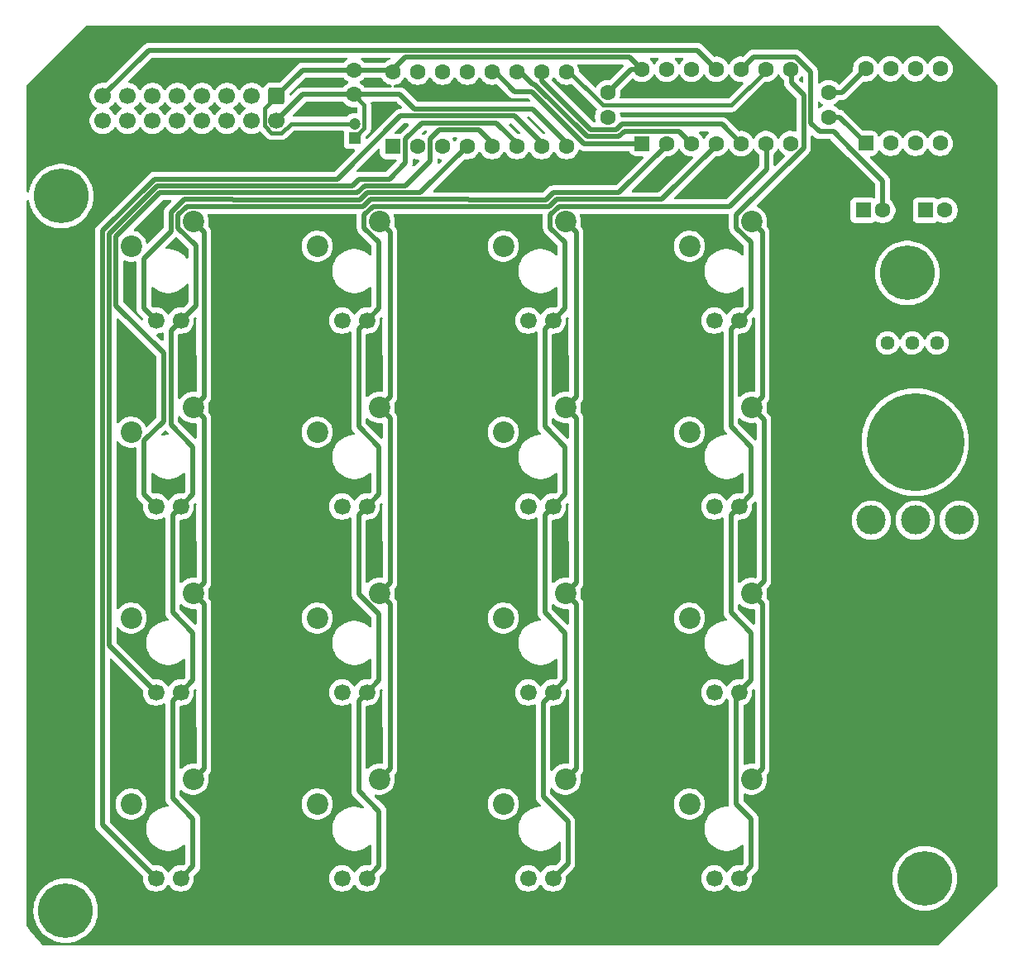
<source format=gbl>
G04 #@! TF.GenerationSoftware,KiCad,Pcbnew,9.0.0*
G04 #@! TF.CreationDate,2025-06-15T15:39:48+02:00*
G04 #@! TF.ProjectId,8-bit computer_Keypad_Module,382d6269-7420-4636-9f6d-70757465725f,rev?*
G04 #@! TF.SameCoordinates,Original*
G04 #@! TF.FileFunction,Copper,L2,Bot*
G04 #@! TF.FilePolarity,Positive*
%FSLAX46Y46*%
G04 Gerber Fmt 4.6, Leading zero omitted, Abs format (unit mm)*
G04 Created by KiCad (PCBNEW 9.0.0) date 2025-06-15 15:39:48*
%MOMM*%
%LPD*%
G01*
G04 APERTURE LIST*
G04 Aperture macros list*
%AMRoundRect*
0 Rectangle with rounded corners*
0 $1 Rounding radius*
0 $2 $3 $4 $5 $6 $7 $8 $9 X,Y pos of 4 corners*
0 Add a 4 corners polygon primitive as box body*
4,1,4,$2,$3,$4,$5,$6,$7,$8,$9,$2,$3,0*
0 Add four circle primitives for the rounded corners*
1,1,$1+$1,$2,$3*
1,1,$1+$1,$4,$5*
1,1,$1+$1,$6,$7*
1,1,$1+$1,$8,$9*
0 Add four rect primitives between the rounded corners*
20,1,$1+$1,$2,$3,$4,$5,0*
20,1,$1+$1,$4,$5,$6,$7,0*
20,1,$1+$1,$6,$7,$8,$9,0*
20,1,$1+$1,$8,$9,$2,$3,0*%
G04 Aperture macros list end*
G04 #@! TA.AperFunction,ComponentPad*
%ADD10C,5.600000*%
G04 #@! TD*
G04 #@! TA.AperFunction,ComponentPad*
%ADD11RoundRect,0.250000X-0.600000X0.600000X-0.600000X-0.600000X0.600000X-0.600000X0.600000X0.600000X0*%
G04 #@! TD*
G04 #@! TA.AperFunction,ComponentPad*
%ADD12C,1.700000*%
G04 #@! TD*
G04 #@! TA.AperFunction,ComponentPad*
%ADD13C,1.600000*%
G04 #@! TD*
G04 #@! TA.AperFunction,ComponentPad*
%ADD14C,2.200000*%
G04 #@! TD*
G04 #@! TA.AperFunction,ComponentPad*
%ADD15C,1.690600*%
G04 #@! TD*
G04 #@! TA.AperFunction,ComponentPad*
%ADD16RoundRect,0.250000X0.550000X-0.550000X0.550000X0.550000X-0.550000X0.550000X-0.550000X-0.550000X0*%
G04 #@! TD*
G04 #@! TA.AperFunction,ComponentPad*
%ADD17C,10.000000*%
G04 #@! TD*
G04 #@! TA.AperFunction,ComponentPad*
%ADD18C,3.000000*%
G04 #@! TD*
G04 #@! TA.AperFunction,ComponentPad*
%ADD19R,1.600000X1.600000*%
G04 #@! TD*
G04 #@! TA.AperFunction,ComponentPad*
%ADD20C,1.440000*%
G04 #@! TD*
G04 #@! TA.AperFunction,ComponentPad*
%ADD21R,1.200000X1.200000*%
G04 #@! TD*
G04 #@! TA.AperFunction,ComponentPad*
%ADD22C,1.200000*%
G04 #@! TD*
G04 #@! TA.AperFunction,Conductor*
%ADD23C,0.500000*%
G04 #@! TD*
G04 #@! TA.AperFunction,Conductor*
%ADD24C,0.400000*%
G04 #@! TD*
G04 APERTURE END LIST*
D10*
X200355200Y-133604000D03*
D11*
X134010400Y-53441600D03*
D12*
X134010400Y-55981600D03*
X131470400Y-53441600D03*
X131470399Y-55981600D03*
X128930400Y-53441600D03*
X128930400Y-55981600D03*
X126390400Y-53441600D03*
X126390399Y-55981600D03*
X123850400Y-53441600D03*
X123850400Y-55981600D03*
X121310400Y-53441600D03*
X121310399Y-55981600D03*
X118770400Y-53441600D03*
X118770400Y-55981600D03*
X116230400Y-53441600D03*
X116230399Y-55981600D03*
D13*
X141935200Y-50789200D03*
X141935200Y-53289200D03*
D10*
X112420400Y-136906000D03*
D14*
X176276000Y-87884000D03*
X182626000Y-85344000D03*
D15*
X178816000Y-95504000D03*
X181356000Y-95504000D03*
D16*
X171399200Y-58318400D03*
D13*
X173939200Y-58318400D03*
X176479200Y-58318400D03*
X179019200Y-58318400D03*
X181559200Y-58318400D03*
X184099200Y-58318400D03*
X186639200Y-58318400D03*
X186639200Y-50698400D03*
X184099200Y-50698400D03*
X181559200Y-50698400D03*
X179019200Y-50698400D03*
X176479200Y-50698400D03*
X173939200Y-50698400D03*
X171399200Y-50698400D03*
D14*
X157226000Y-68834000D03*
X163576000Y-66294000D03*
D15*
X159766000Y-76454000D03*
X162306000Y-76454000D03*
D13*
X167894000Y-53086000D03*
X167894000Y-55586000D03*
D14*
X157226000Y-125984000D03*
X163576000Y-123444000D03*
D15*
X159766000Y-133604000D03*
X162306000Y-133604000D03*
D14*
X138176000Y-125984000D03*
X144526000Y-123444000D03*
D15*
X140716000Y-133604000D03*
X143256000Y-133604000D03*
D14*
X119126000Y-125984000D03*
X125476000Y-123444000D03*
D15*
X121666000Y-133604000D03*
X124206000Y-133604000D03*
D14*
X138176000Y-68834000D03*
X144526000Y-66294000D03*
D15*
X140716000Y-76454000D03*
X143256000Y-76454000D03*
D14*
X138176000Y-87884000D03*
X144526000Y-85344000D03*
D15*
X140716000Y-95504000D03*
X143256000Y-95504000D03*
D16*
X194310000Y-58288000D03*
D13*
X196850000Y-58288000D03*
X199390000Y-58288000D03*
X201930000Y-58288000D03*
X201930001Y-50668000D03*
X199390000Y-50668000D03*
X196850001Y-50668000D03*
X194310000Y-50668000D03*
D14*
X138176000Y-106934000D03*
X144526000Y-104394000D03*
D15*
X140716000Y-114554000D03*
X143256000Y-114554000D03*
D14*
X176276000Y-106934000D03*
X182626000Y-104394000D03*
D15*
X178816000Y-114554000D03*
X181356000Y-114554000D03*
D16*
X145897600Y-58623200D03*
D13*
X148437600Y-58623200D03*
X150977600Y-58623200D03*
X153517600Y-58623200D03*
X156057600Y-58623200D03*
X158597600Y-58623200D03*
X161137600Y-58623200D03*
X163677600Y-58623200D03*
X163677600Y-51003200D03*
X161137600Y-51003200D03*
X158597600Y-51003200D03*
X156057600Y-51003200D03*
X153517600Y-51003200D03*
X150977600Y-51003200D03*
X148437600Y-51003200D03*
X145897600Y-51003200D03*
D17*
X199390000Y-88900000D03*
D18*
X194890000Y-96900000D03*
X199390000Y-96900000D03*
X203890000Y-96900000D03*
D10*
X111963200Y-63703200D03*
D13*
X190500000Y-55606000D03*
X190500000Y-53106000D03*
D10*
X198577200Y-71577200D03*
D14*
X119126000Y-106934000D03*
X125476000Y-104394000D03*
D15*
X121666000Y-114554000D03*
X124206000Y-114554000D03*
D14*
X176276000Y-125984000D03*
X182626000Y-123444000D03*
D15*
X178816000Y-133604000D03*
X181356000Y-133604000D03*
D14*
X176276000Y-68834000D03*
X182626000Y-66294000D03*
D15*
X178816000Y-76454000D03*
X181356000Y-76454000D03*
D14*
X157226000Y-87884000D03*
X163576000Y-85344000D03*
D15*
X159766000Y-95504000D03*
X162306000Y-95504000D03*
D19*
X200434888Y-65151000D03*
D13*
X202434888Y-65151000D03*
D14*
X119126000Y-87884000D03*
X125476000Y-85344000D03*
D15*
X121666000Y-95504000D03*
X124206000Y-95504000D03*
D20*
X201625200Y-78740000D03*
X199085200Y-78740000D03*
X196545200Y-78740000D03*
D21*
X141986000Y-57771000D03*
D22*
X141986000Y-56271000D03*
D14*
X119126000Y-68834000D03*
X125476000Y-66294000D03*
D15*
X121666000Y-76454000D03*
X124206000Y-76454000D03*
D14*
X157226000Y-106934000D03*
X163576000Y-104394000D03*
D15*
X159766000Y-114554000D03*
X162306000Y-114554000D03*
D19*
X194056000Y-65151000D03*
D13*
X196056000Y-65151000D03*
D23*
X125476000Y-104394000D02*
X126575999Y-105493999D01*
X126575999Y-86443999D02*
X126575999Y-103294001D01*
X126575999Y-84244001D02*
X125476000Y-85344000D01*
X126575999Y-105493999D02*
X126575999Y-122344001D01*
X126575999Y-67393999D02*
X126575999Y-84244001D01*
X125476000Y-66294000D02*
X126575999Y-67393999D01*
X126575999Y-103294001D02*
X125476000Y-104394000D01*
X125476000Y-85344000D02*
X126575999Y-86443999D01*
X126575999Y-122344001D02*
X125476000Y-123444000D01*
X144526000Y-104394000D02*
X145625999Y-103294001D01*
X145625999Y-103294001D02*
X145625999Y-86443999D01*
X145625999Y-105493999D02*
X145625999Y-122344001D01*
X145625999Y-86443999D02*
X144526000Y-85344000D01*
X144526000Y-104394000D02*
X145625999Y-105493999D01*
X145625999Y-84244001D02*
X144526000Y-85344000D01*
X145625999Y-67393999D02*
X145625999Y-84244001D01*
X145625999Y-122344001D02*
X144526000Y-123444000D01*
X144526000Y-66294000D02*
X145625999Y-67393999D01*
X164675999Y-103294001D02*
X164675999Y-86443999D01*
X164675999Y-84244001D02*
X164675999Y-67393999D01*
X164675999Y-122344001D02*
X164675999Y-105493999D01*
X164675999Y-86443999D02*
X163576000Y-85344000D01*
X164675999Y-67393999D02*
X163576000Y-66294000D01*
X163576000Y-104394000D02*
X164675999Y-103294001D01*
X163576000Y-85344000D02*
X164675999Y-84244001D01*
X164675999Y-105493999D02*
X163576000Y-104394000D01*
X163576000Y-123444000D02*
X164675999Y-122344001D01*
X183896000Y-103124000D02*
X182626000Y-104394000D01*
X182626000Y-104394000D02*
X183725999Y-105493999D01*
X183725999Y-105493999D02*
X183725999Y-122344001D01*
X182626000Y-85344000D02*
X183896000Y-86614000D01*
X183725999Y-122344001D02*
X182626000Y-123444000D01*
X182626000Y-66294000D02*
X183725999Y-67393999D01*
X183725999Y-67393999D02*
X183725999Y-84244001D01*
X183896000Y-86614000D02*
X183896000Y-103124000D01*
X183725999Y-84244001D02*
X182626000Y-85344000D01*
D24*
X142987000Y-54341000D02*
X141935200Y-53289200D01*
X142987000Y-56770000D02*
X142987000Y-54341000D01*
D23*
X191628000Y-55606000D02*
X194310000Y-58288000D01*
X148132800Y-54793000D02*
X160203000Y-54793000D01*
D24*
X141986000Y-57771000D02*
X142987000Y-56770000D01*
D23*
X141935200Y-53289200D02*
X136702800Y-53289200D01*
X190500000Y-55606000D02*
X191628000Y-55606000D01*
X136702800Y-53289200D02*
X134010400Y-55981600D01*
X146629000Y-53289200D02*
X148132800Y-54793000D01*
X141935200Y-53289200D02*
X146629000Y-53289200D01*
X141904400Y-53441600D02*
X142240000Y-53106000D01*
X160203000Y-54793000D02*
X163830000Y-58420000D01*
D24*
X133492218Y-57232600D02*
X132759400Y-56499782D01*
D23*
X171399200Y-50749200D02*
X170097400Y-49447400D01*
X171399200Y-50698400D02*
X170281600Y-50698400D01*
X147199400Y-49447400D02*
X145948400Y-50698400D01*
X190500000Y-53106000D02*
X191872000Y-53106000D01*
X170097400Y-49447400D02*
X147199400Y-49447400D01*
X171399200Y-50698400D02*
X171399200Y-50749200D01*
D24*
X141986000Y-56271000D02*
X135490182Y-56271000D01*
X135490182Y-56271000D02*
X134528582Y-57232600D01*
D23*
X136662800Y-50789200D02*
X134010400Y-53441600D01*
X191872000Y-53106000D02*
X194310000Y-50668000D01*
D24*
X132759400Y-54692600D02*
X134010400Y-53441600D01*
D23*
X145683600Y-50789200D02*
X145897600Y-51003200D01*
X141935200Y-50789200D02*
X136662800Y-50789200D01*
D24*
X132759400Y-56499782D02*
X132759400Y-54692600D01*
X134528582Y-57232600D02*
X133492218Y-57232600D01*
D23*
X170281600Y-50698400D02*
X167894000Y-53086000D01*
X141935200Y-50789200D02*
X145683600Y-50789200D01*
D24*
X167415000Y-54385000D02*
X180565001Y-54385000D01*
X163728400Y-50698400D02*
X167415000Y-54385000D01*
X180565001Y-54385000D02*
X184150001Y-50800000D01*
D23*
X160141064Y-52961882D02*
X165497582Y-58318400D01*
X156210000Y-50800000D02*
X158371882Y-52961882D01*
X165497582Y-58318400D02*
X171399200Y-58318400D01*
X158371882Y-52961882D02*
X160141064Y-52961882D01*
X161188400Y-50698400D02*
X161188400Y-51917600D01*
X169361436Y-56337200D02*
X179578000Y-56337200D01*
X179578000Y-56337200D02*
X181559200Y-58318400D01*
X166187200Y-56916400D02*
X168782236Y-56916400D01*
X161188400Y-51917600D02*
X166187200Y-56916400D01*
X168782236Y-56916400D02*
X169361436Y-56337200D01*
X169622600Y-57067400D02*
X175228200Y-57067400D01*
X169072600Y-57617400D02*
X169622600Y-57067400D01*
X158750001Y-50800000D02*
X160210883Y-52260882D01*
X160431428Y-52260882D02*
X165787946Y-57617400D01*
X160210883Y-52260882D02*
X160431428Y-52260882D01*
X175228200Y-57067400D02*
X176479200Y-58318400D01*
X165787946Y-57617400D02*
X169072600Y-57617400D01*
X123360701Y-106361753D02*
X125437000Y-108438052D01*
X125437000Y-89388052D02*
X125437000Y-94273000D01*
X161624826Y-64069000D02*
X162352826Y-63341000D01*
X125730000Y-74930000D02*
X125730000Y-68741446D01*
X123360701Y-96349299D02*
X123360701Y-106361753D01*
X124206000Y-114554000D02*
X123360701Y-115399299D01*
X123925000Y-65651554D02*
X124833554Y-64743000D01*
X125437000Y-113323000D02*
X124206000Y-114554000D01*
X123360701Y-125411753D02*
X125437000Y-127488052D01*
X125437000Y-94273000D02*
X124206000Y-95504000D01*
X125437000Y-132373000D02*
X124206000Y-133604000D01*
X123925000Y-66936446D02*
X123925000Y-65651554D01*
X153643000Y-64042000D02*
X153670000Y-64069000D01*
X124206000Y-76454000D02*
X125730000Y-74930000D01*
X123360701Y-115399299D02*
X123360701Y-125411753D01*
X123190000Y-77470000D02*
X123190000Y-87141052D01*
X142865190Y-64770000D02*
X143593190Y-64042000D01*
X143593190Y-64042000D02*
X153643000Y-64042000D01*
X125730000Y-68741446D02*
X123925000Y-66936446D01*
X162352826Y-63341000D02*
X169069000Y-63341000D01*
X124206000Y-76454000D02*
X123190000Y-77470000D01*
X125437000Y-127488052D02*
X125437000Y-132373000D01*
X126973000Y-64743000D02*
X127000000Y-64770000D01*
X125437000Y-108438052D02*
X125437000Y-113323000D01*
X127000000Y-64770000D02*
X142865190Y-64770000D01*
X123190000Y-87141052D02*
X125437000Y-89388052D01*
X153670000Y-64069000D02*
X161624826Y-64069000D01*
X169069000Y-63341000D02*
X173990000Y-58420000D01*
X124206000Y-95504000D02*
X123360701Y-96349299D01*
X124833554Y-64743000D02*
X126973000Y-64743000D01*
X142410701Y-115399299D02*
X142410701Y-124630701D01*
X144487000Y-113323000D02*
X143256000Y-114554000D01*
X143256000Y-95504000D02*
X142410701Y-96349299D01*
X147293000Y-64743000D02*
X147320000Y-64770000D01*
X142410701Y-104472147D02*
X144487000Y-106548446D01*
X143883554Y-64743000D02*
X147293000Y-64743000D01*
X142975000Y-65651554D02*
X143883554Y-64743000D01*
X162643190Y-64042000D02*
X173448000Y-64042000D01*
X144487000Y-106548446D02*
X144487000Y-113323000D01*
X161915190Y-64770000D02*
X162643190Y-64042000D01*
X144487000Y-68448446D02*
X142975000Y-66936446D01*
X142410701Y-87311753D02*
X144487000Y-89388052D01*
X142410701Y-77299299D02*
X142410701Y-87311753D01*
X144487000Y-132373000D02*
X143256000Y-133604000D01*
X142410701Y-96349299D02*
X142410701Y-104472147D01*
X143256000Y-114554000D02*
X142410701Y-115399299D01*
X144487000Y-89388052D02*
X144487000Y-94273000D01*
X144487000Y-126707000D02*
X144487000Y-132373000D01*
X147320000Y-64770000D02*
X161915190Y-64770000D01*
X142975000Y-66936446D02*
X142975000Y-65651554D01*
X173448000Y-64042000D02*
X179070000Y-58420000D01*
X142410701Y-124630701D02*
X144487000Y-126707000D01*
X143256000Y-76454000D02*
X142410701Y-77299299D01*
X144487000Y-94273000D02*
X143256000Y-95504000D01*
X144487000Y-75223000D02*
X144487000Y-68448446D01*
X143256000Y-76454000D02*
X144487000Y-75223000D01*
X163537000Y-94273000D02*
X162306000Y-95504000D01*
X163830000Y-132080000D02*
X162306000Y-133604000D01*
X162933554Y-64743000D02*
X180313000Y-64743000D01*
X161460701Y-106361753D02*
X163537000Y-108438052D01*
X161460701Y-77299299D02*
X161460701Y-87311753D01*
X163537000Y-68448446D02*
X162025000Y-66936446D01*
X163537000Y-89388052D02*
X163537000Y-94273000D01*
X184150000Y-60960000D02*
X184150000Y-58420000D01*
X162025000Y-66936446D02*
X162025000Y-65651554D01*
X162306000Y-76454000D02*
X161460701Y-77299299D01*
X162306000Y-114554000D02*
X161290000Y-115570000D01*
X163537000Y-113323000D02*
X162306000Y-114554000D01*
X162306000Y-95504000D02*
X161460701Y-96349299D01*
X161290000Y-115570000D02*
X161290000Y-125241052D01*
X163537000Y-75223000D02*
X163537000Y-68448446D01*
X161460701Y-96349299D02*
X161460701Y-106361753D01*
X162306000Y-76454000D02*
X163537000Y-75223000D01*
X163830000Y-127781052D02*
X163830000Y-132080000D01*
X161290000Y-125241052D02*
X163830000Y-127781052D01*
X180340000Y-64770000D02*
X184150000Y-60960000D01*
X180313000Y-64743000D02*
X180340000Y-64770000D01*
X162025000Y-65651554D02*
X162933554Y-64743000D01*
X161460701Y-87311753D02*
X163537000Y-89388052D01*
X163537000Y-108438052D02*
X163537000Y-113323000D01*
X182587000Y-113323000D02*
X182587000Y-108438052D01*
X180510701Y-77299299D02*
X182587000Y-75223000D01*
X180510701Y-87311753D02*
X180510701Y-77299299D01*
X182587000Y-127488052D02*
X181075000Y-125976052D01*
X181075000Y-65651554D02*
X187960000Y-58766554D01*
X181075000Y-114835000D02*
X182587000Y-113323000D01*
X182587000Y-94273000D02*
X182587000Y-89388052D01*
X182587000Y-108438052D02*
X180510701Y-106361753D01*
X181075000Y-125976052D02*
X181075000Y-114835000D01*
X182587000Y-68448446D02*
X181075000Y-66936446D01*
X182587000Y-89388052D02*
X180510701Y-87311753D01*
X180510701Y-96349299D02*
X182587000Y-94273000D01*
X180510701Y-106361753D02*
X180510701Y-96349299D01*
X187960000Y-58766554D02*
X187960000Y-57708800D01*
X187960000Y-53340000D02*
X186690000Y-52070000D01*
X182587000Y-75223000D02*
X182587000Y-68448446D01*
X186690000Y-52070000D02*
X186690000Y-50800000D01*
X181075000Y-66936446D02*
X181075000Y-65651554D01*
X181356000Y-133604000D02*
X182587000Y-132373000D01*
X182587000Y-132373000D02*
X182587000Y-127488052D01*
X187960000Y-57708800D02*
X187960000Y-53340000D01*
X120435000Y-70065000D02*
X123224000Y-67276000D01*
X148749000Y-63341000D02*
X153670000Y-58420000D01*
X143302826Y-63341000D02*
X148749000Y-63341000D01*
X123224000Y-65361190D02*
X124543190Y-64042000D01*
X124543190Y-64042000D02*
X129513000Y-64042000D01*
X120435000Y-75223000D02*
X120435000Y-70065000D01*
X142574826Y-64069000D02*
X143302826Y-63341000D01*
X121666000Y-76454000D02*
X120435000Y-75223000D01*
X129513000Y-64042000D02*
X129540000Y-64069000D01*
X129540000Y-64069000D02*
X142574826Y-64069000D01*
X123224000Y-67276000D02*
X123224000Y-65361190D01*
X117575000Y-74903000D02*
X117575000Y-67845000D01*
X117575000Y-67845000D02*
X122079000Y-63341000D01*
X137641000Y-63341000D02*
X137668000Y-63368000D01*
X122428000Y-86775446D02*
X122428000Y-79756000D01*
X121666000Y-95504000D02*
X120435000Y-94273000D01*
X149726600Y-57851018D02*
X150681618Y-56896000D01*
X150681618Y-56896000D02*
X154686000Y-56896000D01*
X154686000Y-56896000D02*
X156210000Y-58420000D01*
X142284462Y-63368000D02*
X143012462Y-62640000D01*
X147164000Y-62640000D02*
X149726600Y-60077400D01*
X122079000Y-63341000D02*
X137641000Y-63341000D01*
X143012462Y-62640000D02*
X147164000Y-62640000D01*
X120435000Y-88768446D02*
X122428000Y-86775446D01*
X120435000Y-94273000D02*
X120435000Y-88768446D01*
X149726600Y-60077400D02*
X149726600Y-57851018D01*
X137668000Y-63368000D02*
X142284462Y-63368000D01*
X122428000Y-79756000D02*
X117575000Y-74903000D01*
X145542000Y-61939000D02*
X147186600Y-60294400D01*
X147186600Y-60294400D02*
X147186600Y-57851018D01*
X121788636Y-62640000D02*
X141705000Y-62640000D01*
X147186600Y-57851018D02*
X148842618Y-56195000D01*
X141732000Y-62667000D02*
X142460000Y-61939000D01*
X116874000Y-67554636D02*
X121788636Y-62640000D01*
X148842618Y-56195000D02*
X156525000Y-56195000D01*
X121666000Y-114554000D02*
X116874000Y-109762000D01*
X116874000Y-109762000D02*
X116874000Y-67554636D01*
X156525000Y-56195000D02*
X158750000Y-58420000D01*
X142460000Y-61939000D02*
X145542000Y-61939000D01*
X141705000Y-62640000D02*
X141732000Y-62667000D01*
X146674508Y-55494000D02*
X158364000Y-55494000D01*
X140229508Y-61939000D02*
X138023600Y-61939000D01*
X121666000Y-133604000D02*
X116173000Y-128111000D01*
X116173000Y-128111000D02*
X116173000Y-67264272D01*
X116173000Y-67264272D02*
X121498272Y-61939000D01*
X146674508Y-55494000D02*
X140229508Y-61939000D01*
X121498272Y-61939000D02*
X138023600Y-61939000D01*
X158364000Y-55494000D02*
X161290000Y-58420000D01*
X192989200Y-59080400D02*
X191008000Y-57099200D01*
X196056000Y-62132292D02*
X193004108Y-59080400D01*
X193004108Y-59080400D02*
X192989200Y-59080400D01*
X182810200Y-49447400D02*
X187157382Y-49447400D01*
X187157382Y-49447400D02*
X188661000Y-50951018D01*
X189575400Y-57099200D02*
X188661000Y-56184800D01*
X196056000Y-65151000D02*
X196056000Y-62132292D01*
X191008000Y-57099200D02*
X189575400Y-57099200D01*
X188661000Y-50951018D02*
X188661000Y-56184800D01*
X181559200Y-50698400D02*
X182810200Y-49447400D01*
X179019200Y-50698400D02*
X177067200Y-48746400D01*
X177067200Y-48746400D02*
X120925600Y-48746400D01*
X120925600Y-48746400D02*
X116230400Y-53441600D01*
G04 #@! TA.AperFunction,NonConductor*
G36*
X201738363Y-46240185D02*
G01*
X201759005Y-46256819D01*
X207743181Y-52240995D01*
X207776666Y-52302318D01*
X207779500Y-52328676D01*
X207779500Y-134361324D01*
X207759815Y-134428363D01*
X207743181Y-134449005D01*
X201759005Y-140433181D01*
X201697682Y-140466666D01*
X201671324Y-140469500D01*
X110123844Y-140469500D01*
X110056805Y-140449815D01*
X110028309Y-140424551D01*
X109847880Y-140206500D01*
X108789807Y-138927801D01*
X108478965Y-138552143D01*
X108451393Y-138487944D01*
X108450500Y-138473092D01*
X108450500Y-136743860D01*
X109119900Y-136743860D01*
X109119900Y-137068139D01*
X109151684Y-137390857D01*
X109151687Y-137390874D01*
X109214945Y-137708902D01*
X109214948Y-137708913D01*
X109309086Y-138019247D01*
X109433186Y-138318849D01*
X109433188Y-138318854D01*
X109586046Y-138604830D01*
X109586057Y-138604848D01*
X109766211Y-138874467D01*
X109766221Y-138874481D01*
X109971946Y-139125158D01*
X110201241Y-139354453D01*
X110201246Y-139354457D01*
X110201247Y-139354458D01*
X110451924Y-139560183D01*
X110721558Y-139740347D01*
X110721567Y-139740352D01*
X110721569Y-139740353D01*
X111007545Y-139893211D01*
X111007547Y-139893211D01*
X111007553Y-139893215D01*
X111307154Y-140017314D01*
X111617477Y-140111449D01*
X111617483Y-140111450D01*
X111617486Y-140111451D01*
X111617497Y-140111454D01*
X111816928Y-140151122D01*
X111935532Y-140174714D01*
X112258257Y-140206500D01*
X112258260Y-140206500D01*
X112582540Y-140206500D01*
X112582543Y-140206500D01*
X112905268Y-140174714D01*
X113062695Y-140143399D01*
X113223302Y-140111454D01*
X113223313Y-140111451D01*
X113223313Y-140111450D01*
X113223323Y-140111449D01*
X113533646Y-140017314D01*
X113833247Y-139893215D01*
X114119242Y-139740347D01*
X114388876Y-139560183D01*
X114639553Y-139354458D01*
X114868858Y-139125153D01*
X115074583Y-138874476D01*
X115254747Y-138604842D01*
X115407615Y-138318847D01*
X115531714Y-138019246D01*
X115625849Y-137708923D01*
X115625851Y-137708913D01*
X115625854Y-137708902D01*
X115657799Y-137548295D01*
X115689114Y-137390868D01*
X115720900Y-137068143D01*
X115720900Y-136743857D01*
X115689114Y-136421132D01*
X115665522Y-136302528D01*
X115625854Y-136103097D01*
X115625851Y-136103086D01*
X115625850Y-136103083D01*
X115625849Y-136103077D01*
X115531714Y-135792754D01*
X115407615Y-135493153D01*
X115254747Y-135207158D01*
X115074583Y-134937524D01*
X114868858Y-134686847D01*
X114868857Y-134686846D01*
X114868853Y-134686841D01*
X114639558Y-134457546D01*
X114388881Y-134251821D01*
X114388880Y-134251820D01*
X114388876Y-134251817D01*
X114119242Y-134071653D01*
X114119237Y-134071650D01*
X114119230Y-134071646D01*
X113833254Y-133918788D01*
X113833249Y-133918786D01*
X113533647Y-133794686D01*
X113223313Y-133700548D01*
X113223302Y-133700545D01*
X112905274Y-133637287D01*
X112905257Y-133637284D01*
X112661212Y-133613248D01*
X112582543Y-133605500D01*
X112258257Y-133605500D01*
X112185499Y-133612666D01*
X111935542Y-133637284D01*
X111935525Y-133637287D01*
X111617497Y-133700545D01*
X111617486Y-133700548D01*
X111307152Y-133794686D01*
X111007550Y-133918786D01*
X111007545Y-133918788D01*
X110721569Y-134071646D01*
X110721551Y-134071657D01*
X110451932Y-134251811D01*
X110451918Y-134251821D01*
X110201241Y-134457546D01*
X109971946Y-134686841D01*
X109766221Y-134937518D01*
X109766211Y-134937532D01*
X109586057Y-135207151D01*
X109586046Y-135207169D01*
X109433188Y-135493145D01*
X109433186Y-135493150D01*
X109309086Y-135792752D01*
X109214948Y-136103086D01*
X109214945Y-136103097D01*
X109151687Y-136421125D01*
X109151684Y-136421142D01*
X109134934Y-136591211D01*
X109122712Y-136715313D01*
X109119900Y-136743860D01*
X108450500Y-136743860D01*
X108450500Y-64220459D01*
X108470185Y-64153420D01*
X108522989Y-64107665D01*
X108592147Y-64097721D01*
X108655703Y-64126746D01*
X108693477Y-64185524D01*
X108696117Y-64196268D01*
X108757745Y-64506102D01*
X108757748Y-64506113D01*
X108851886Y-64816447D01*
X108975986Y-65116049D01*
X108975988Y-65116054D01*
X109128846Y-65402030D01*
X109128857Y-65402048D01*
X109309011Y-65671667D01*
X109309021Y-65671681D01*
X109514746Y-65922358D01*
X109744041Y-66151653D01*
X109744046Y-66151657D01*
X109744047Y-66151658D01*
X109994724Y-66357383D01*
X110264358Y-66537547D01*
X110264367Y-66537552D01*
X110264369Y-66537553D01*
X110550345Y-66690411D01*
X110550347Y-66690411D01*
X110550353Y-66690415D01*
X110849954Y-66814514D01*
X111160277Y-66908649D01*
X111160283Y-66908650D01*
X111160286Y-66908651D01*
X111160297Y-66908654D01*
X111359728Y-66948322D01*
X111478332Y-66971914D01*
X111801057Y-67003700D01*
X111801060Y-67003700D01*
X112125340Y-67003700D01*
X112125343Y-67003700D01*
X112448068Y-66971914D01*
X112605495Y-66940599D01*
X112766102Y-66908654D01*
X112766113Y-66908651D01*
X112766113Y-66908650D01*
X112766123Y-66908649D01*
X113076446Y-66814514D01*
X113376047Y-66690415D01*
X113662042Y-66537547D01*
X113931676Y-66357383D01*
X114182353Y-66151658D01*
X114411658Y-65922353D01*
X114617383Y-65671676D01*
X114797547Y-65402042D01*
X114950415Y-65116047D01*
X115074514Y-64816446D01*
X115168649Y-64506123D01*
X115168651Y-64506113D01*
X115168654Y-64506102D01*
X115208897Y-64303781D01*
X115231914Y-64188068D01*
X115263700Y-63865343D01*
X115263700Y-63541057D01*
X115231914Y-63218332D01*
X115204362Y-63079819D01*
X115168654Y-62900297D01*
X115168651Y-62900286D01*
X115168650Y-62900283D01*
X115168649Y-62900277D01*
X115074514Y-62589954D01*
X114950415Y-62290353D01*
X114797547Y-62004358D01*
X114617383Y-61734724D01*
X114411658Y-61484047D01*
X114411657Y-61484046D01*
X114411653Y-61484041D01*
X114182358Y-61254746D01*
X113931681Y-61049021D01*
X113931680Y-61049020D01*
X113931676Y-61049017D01*
X113662042Y-60868853D01*
X113662037Y-60868850D01*
X113662030Y-60868846D01*
X113376054Y-60715988D01*
X113376049Y-60715986D01*
X113302331Y-60685451D01*
X113288298Y-60679638D01*
X113076447Y-60591886D01*
X112766113Y-60497748D01*
X112766102Y-60497745D01*
X112448074Y-60434487D01*
X112448057Y-60434484D01*
X112204012Y-60410448D01*
X112125343Y-60402700D01*
X111801057Y-60402700D01*
X111728299Y-60409866D01*
X111478342Y-60434484D01*
X111478325Y-60434487D01*
X111160297Y-60497745D01*
X111160286Y-60497748D01*
X110849952Y-60591886D01*
X110550350Y-60715986D01*
X110550345Y-60715988D01*
X110264369Y-60868846D01*
X110264351Y-60868857D01*
X109994732Y-61049011D01*
X109994718Y-61049021D01*
X109744041Y-61254746D01*
X109514746Y-61484041D01*
X109309021Y-61734718D01*
X109309011Y-61734732D01*
X109128857Y-62004351D01*
X109128846Y-62004369D01*
X108975988Y-62290345D01*
X108975986Y-62290350D01*
X108851886Y-62589952D01*
X108757748Y-62900286D01*
X108757745Y-62900297D01*
X108696117Y-63210131D01*
X108663732Y-63272042D01*
X108603017Y-63306616D01*
X108533247Y-63302877D01*
X108476575Y-63262011D01*
X108450994Y-63196993D01*
X108450500Y-63185940D01*
X108450500Y-55875313D01*
X114879899Y-55875313D01*
X114879899Y-56087886D01*
X114910456Y-56280819D01*
X114913153Y-56297843D01*
X114977878Y-56497046D01*
X114978843Y-56500014D01*
X115075350Y-56689420D01*
X115200289Y-56861386D01*
X115350612Y-57011709D01*
X115522578Y-57136648D01*
X115522580Y-57136649D01*
X115522583Y-57136651D01*
X115711987Y-57233157D01*
X115914156Y-57298846D01*
X116124112Y-57332100D01*
X116124113Y-57332100D01*
X116336685Y-57332100D01*
X116336686Y-57332100D01*
X116546642Y-57298846D01*
X116748811Y-57233157D01*
X116938215Y-57136651D01*
X116976611Y-57108755D01*
X117110185Y-57011709D01*
X117110187Y-57011706D01*
X117110191Y-57011704D01*
X117260503Y-56861392D01*
X117260505Y-56861388D01*
X117260508Y-56861386D01*
X117385447Y-56689421D01*
X117385450Y-56689416D01*
X117389912Y-56680656D01*
X117437883Y-56629860D01*
X117505703Y-56613062D01*
X117571839Y-56635596D01*
X117610883Y-56680652D01*
X117615349Y-56689417D01*
X117740290Y-56861386D01*
X117890613Y-57011709D01*
X118062579Y-57136648D01*
X118062581Y-57136649D01*
X118062584Y-57136651D01*
X118251988Y-57233157D01*
X118454157Y-57298846D01*
X118664113Y-57332100D01*
X118664114Y-57332100D01*
X118876686Y-57332100D01*
X118876687Y-57332100D01*
X119086643Y-57298846D01*
X119288812Y-57233157D01*
X119478216Y-57136651D01*
X119516612Y-57108755D01*
X119650186Y-57011709D01*
X119650188Y-57011706D01*
X119650192Y-57011704D01*
X119800504Y-56861392D01*
X119800506Y-56861388D01*
X119800509Y-56861386D01*
X119925448Y-56689420D01*
X119925450Y-56689417D01*
X119925451Y-56689416D01*
X119929912Y-56680658D01*
X119977883Y-56629862D01*
X120045703Y-56613064D01*
X120111840Y-56635598D01*
X120150883Y-56680654D01*
X120155348Y-56689417D01*
X120280289Y-56861386D01*
X120430612Y-57011709D01*
X120602578Y-57136648D01*
X120602580Y-57136649D01*
X120602583Y-57136651D01*
X120791987Y-57233157D01*
X120994156Y-57298846D01*
X121204112Y-57332100D01*
X121204113Y-57332100D01*
X121416685Y-57332100D01*
X121416686Y-57332100D01*
X121626642Y-57298846D01*
X121828811Y-57233157D01*
X122018215Y-57136651D01*
X122056611Y-57108755D01*
X122190185Y-57011709D01*
X122190187Y-57011706D01*
X122190191Y-57011704D01*
X122340503Y-56861392D01*
X122340505Y-56861388D01*
X122340508Y-56861386D01*
X122465447Y-56689421D01*
X122465450Y-56689416D01*
X122469912Y-56680656D01*
X122517883Y-56629860D01*
X122585703Y-56613062D01*
X122651839Y-56635596D01*
X122690883Y-56680652D01*
X122695349Y-56689417D01*
X122820290Y-56861386D01*
X122970613Y-57011709D01*
X123142579Y-57136648D01*
X123142581Y-57136649D01*
X123142584Y-57136651D01*
X123331988Y-57233157D01*
X123534157Y-57298846D01*
X123744113Y-57332100D01*
X123744114Y-57332100D01*
X123956686Y-57332100D01*
X123956687Y-57332100D01*
X124166643Y-57298846D01*
X124368812Y-57233157D01*
X124558216Y-57136651D01*
X124596612Y-57108755D01*
X124730186Y-57011709D01*
X124730188Y-57011706D01*
X124730192Y-57011704D01*
X124880504Y-56861392D01*
X124880506Y-56861388D01*
X124880509Y-56861386D01*
X125005448Y-56689420D01*
X125005450Y-56689417D01*
X125005451Y-56689416D01*
X125009912Y-56680658D01*
X125057883Y-56629862D01*
X125125703Y-56613064D01*
X125191840Y-56635598D01*
X125230883Y-56680654D01*
X125235348Y-56689417D01*
X125360289Y-56861386D01*
X125510612Y-57011709D01*
X125682578Y-57136648D01*
X125682580Y-57136649D01*
X125682583Y-57136651D01*
X125871987Y-57233157D01*
X126074156Y-57298846D01*
X126284112Y-57332100D01*
X126284113Y-57332100D01*
X126496685Y-57332100D01*
X126496686Y-57332100D01*
X126706642Y-57298846D01*
X126908811Y-57233157D01*
X127098215Y-57136651D01*
X127136611Y-57108755D01*
X127270185Y-57011709D01*
X127270187Y-57011706D01*
X127270191Y-57011704D01*
X127420503Y-56861392D01*
X127420505Y-56861388D01*
X127420508Y-56861386D01*
X127545447Y-56689421D01*
X127545450Y-56689416D01*
X127549912Y-56680656D01*
X127597883Y-56629860D01*
X127665703Y-56613062D01*
X127731839Y-56635596D01*
X127770883Y-56680652D01*
X127775349Y-56689417D01*
X127900290Y-56861386D01*
X128050613Y-57011709D01*
X128222579Y-57136648D01*
X128222581Y-57136649D01*
X128222584Y-57136651D01*
X128411988Y-57233157D01*
X128614157Y-57298846D01*
X128824113Y-57332100D01*
X128824114Y-57332100D01*
X129036686Y-57332100D01*
X129036687Y-57332100D01*
X129246643Y-57298846D01*
X129448812Y-57233157D01*
X129638216Y-57136651D01*
X129676612Y-57108755D01*
X129810186Y-57011709D01*
X129810188Y-57011706D01*
X129810192Y-57011704D01*
X129960504Y-56861392D01*
X129960506Y-56861388D01*
X129960509Y-56861386D01*
X130085448Y-56689420D01*
X130085450Y-56689417D01*
X130085451Y-56689416D01*
X130089912Y-56680658D01*
X130137883Y-56629862D01*
X130205703Y-56613064D01*
X130271840Y-56635598D01*
X130310883Y-56680654D01*
X130315348Y-56689417D01*
X130440289Y-56861386D01*
X130590612Y-57011709D01*
X130762578Y-57136648D01*
X130762580Y-57136649D01*
X130762583Y-57136651D01*
X130951987Y-57233157D01*
X131154156Y-57298846D01*
X131364112Y-57332100D01*
X131364113Y-57332100D01*
X131576685Y-57332100D01*
X131576686Y-57332100D01*
X131786642Y-57298846D01*
X131988811Y-57233157D01*
X132178215Y-57136651D01*
X132224241Y-57103210D01*
X132290046Y-57079730D01*
X132358100Y-57095555D01*
X132384808Y-57115847D01*
X133045671Y-57776711D01*
X133045672Y-57776712D01*
X133160408Y-57853376D01*
X133199058Y-57869385D01*
X133287889Y-57906180D01*
X133287890Y-57906180D01*
X133287895Y-57906182D01*
X133314763Y-57911525D01*
X133314769Y-57911526D01*
X133314809Y-57911534D01*
X133405155Y-57929505D01*
X133423224Y-57933100D01*
X133423225Y-57933100D01*
X134597578Y-57933100D01*
X134706039Y-57911525D01*
X134732910Y-57906180D01*
X134796651Y-57879777D01*
X134860389Y-57853377D01*
X134860390Y-57853376D01*
X134860393Y-57853375D01*
X134975125Y-57776714D01*
X135744020Y-57007819D01*
X135805343Y-56974334D01*
X135831701Y-56971500D01*
X140763756Y-56971500D01*
X140830795Y-56991185D01*
X140876550Y-57043989D01*
X140887045Y-57108752D01*
X140885500Y-57123127D01*
X140885500Y-57123133D01*
X140885500Y-57123134D01*
X140885500Y-58418870D01*
X140885501Y-58418876D01*
X140891908Y-58478483D01*
X140942202Y-58613328D01*
X140942206Y-58613335D01*
X141028452Y-58728544D01*
X141028455Y-58728547D01*
X141143664Y-58814793D01*
X141143671Y-58814797D01*
X141278517Y-58865091D01*
X141278516Y-58865091D01*
X141285444Y-58865835D01*
X141338127Y-58871500D01*
X141936279Y-58871499D01*
X142003317Y-58891183D01*
X142049072Y-58943987D01*
X142059016Y-59013146D01*
X142029991Y-59076702D01*
X142023959Y-59083180D01*
X139954959Y-61152181D01*
X139893636Y-61185666D01*
X139867278Y-61188500D01*
X121424352Y-61188500D01*
X121279364Y-61217340D01*
X121279358Y-61217342D01*
X121142780Y-61273914D01*
X121142768Y-61273921D01*
X121093541Y-61306813D01*
X121019860Y-61356044D01*
X121019852Y-61356050D01*
X115590049Y-66785854D01*
X115590047Y-66785857D01*
X115573214Y-66811048D01*
X115573215Y-66811049D01*
X115507914Y-66908780D01*
X115451343Y-67045354D01*
X115451340Y-67045364D01*
X115422500Y-67190351D01*
X115422500Y-67190354D01*
X115422500Y-128184918D01*
X115422500Y-128184920D01*
X115422499Y-128184920D01*
X115451340Y-128329907D01*
X115451343Y-128329917D01*
X115507914Y-128466492D01*
X115532113Y-128502708D01*
X115532114Y-128502711D01*
X115590046Y-128589414D01*
X115590052Y-128589421D01*
X120299932Y-133299300D01*
X120333417Y-133360623D01*
X120334724Y-133406379D01*
X120320200Y-133498077D01*
X120320200Y-133709915D01*
X120353339Y-133919143D01*
X120353339Y-133919146D01*
X120418797Y-134120605D01*
X120418799Y-134120608D01*
X120514969Y-134309353D01*
X120639482Y-134480730D01*
X120789270Y-134630518D01*
X120960647Y-134755031D01*
X121149392Y-134851201D01*
X121149394Y-134851202D01*
X121337307Y-134912258D01*
X121350858Y-134916661D01*
X121560083Y-134949800D01*
X121560084Y-134949800D01*
X121771916Y-134949800D01*
X121771917Y-134949800D01*
X121981142Y-134916661D01*
X121981145Y-134916660D01*
X121981146Y-134916660D01*
X122182605Y-134851202D01*
X122182605Y-134851201D01*
X122182608Y-134851201D01*
X122371353Y-134755031D01*
X122542730Y-134630518D01*
X122692518Y-134480730D01*
X122817031Y-134309353D01*
X122825515Y-134292701D01*
X122873488Y-134241906D01*
X122941308Y-134225110D01*
X123007444Y-134247646D01*
X123046484Y-134292701D01*
X123054969Y-134309353D01*
X123179482Y-134480730D01*
X123329270Y-134630518D01*
X123500647Y-134755031D01*
X123689392Y-134851201D01*
X123689394Y-134851202D01*
X123877307Y-134912258D01*
X123890858Y-134916661D01*
X124100083Y-134949800D01*
X124100084Y-134949800D01*
X124311916Y-134949800D01*
X124311917Y-134949800D01*
X124521142Y-134916661D01*
X124521145Y-134916660D01*
X124521146Y-134916660D01*
X124722605Y-134851202D01*
X124722605Y-134851201D01*
X124722608Y-134851201D01*
X124911353Y-134755031D01*
X125082730Y-134630518D01*
X125232518Y-134480730D01*
X125357031Y-134309353D01*
X125453201Y-134120608D01*
X125463514Y-134088868D01*
X125518660Y-133919146D01*
X125518660Y-133919145D01*
X125518661Y-133919142D01*
X125551800Y-133709917D01*
X125551800Y-133498083D01*
X125537275Y-133406378D01*
X125546229Y-133337086D01*
X125572067Y-133299300D01*
X125752242Y-133119125D01*
X126019952Y-132851416D01*
X126069186Y-132777729D01*
X126102084Y-132728495D01*
X126158658Y-132591913D01*
X126178781Y-132490752D01*
X126187500Y-132446920D01*
X126187500Y-127414131D01*
X126158659Y-127269144D01*
X126158658Y-127269143D01*
X126158658Y-127269139D01*
X126132007Y-127204798D01*
X126102087Y-127132563D01*
X126102080Y-127132550D01*
X126019952Y-127009637D01*
X126019951Y-127009636D01*
X125915416Y-126905101D01*
X125440158Y-126429843D01*
X124951163Y-125940847D01*
X124868354Y-125858038D01*
X136575500Y-125858038D01*
X136575500Y-126109961D01*
X136614910Y-126358785D01*
X136692760Y-126598383D01*
X136807132Y-126822848D01*
X136955201Y-127026649D01*
X136955205Y-127026654D01*
X137133345Y-127204794D01*
X137133350Y-127204798D01*
X137268015Y-127302637D01*
X137337155Y-127352870D01*
X137457387Y-127414131D01*
X137561616Y-127467239D01*
X137561618Y-127467239D01*
X137561621Y-127467241D01*
X137801215Y-127545090D01*
X138050038Y-127584500D01*
X138050039Y-127584500D01*
X138301961Y-127584500D01*
X138301962Y-127584500D01*
X138550785Y-127545090D01*
X138790379Y-127467241D01*
X139014845Y-127352870D01*
X139218656Y-127204793D01*
X139396793Y-127026656D01*
X139544870Y-126822845D01*
X139659241Y-126598379D01*
X139737090Y-126358785D01*
X139776500Y-126109962D01*
X139776500Y-125858038D01*
X139737090Y-125609215D01*
X139659241Y-125369621D01*
X139659239Y-125369618D01*
X139659239Y-125369616D01*
X139617747Y-125288184D01*
X139544870Y-125145155D01*
X139494540Y-125075881D01*
X139396798Y-124941350D01*
X139396794Y-124941345D01*
X139218654Y-124763205D01*
X139218649Y-124763201D01*
X139014848Y-124615132D01*
X139014847Y-124615131D01*
X139014845Y-124615130D01*
X138936032Y-124574973D01*
X138790383Y-124500760D01*
X138550785Y-124422910D01*
X138301962Y-124383500D01*
X138050038Y-124383500D01*
X137925626Y-124403205D01*
X137801214Y-124422910D01*
X137561616Y-124500760D01*
X137337151Y-124615132D01*
X137133350Y-124763201D01*
X137133345Y-124763205D01*
X136955205Y-124941345D01*
X136955201Y-124941350D01*
X136807132Y-125145151D01*
X136692760Y-125369616D01*
X136614910Y-125609214D01*
X136575500Y-125858038D01*
X124868354Y-125858038D01*
X124147520Y-125137204D01*
X124114035Y-125075881D01*
X124111201Y-125049523D01*
X124111201Y-124642012D01*
X124130886Y-124574973D01*
X124183690Y-124529218D01*
X124252848Y-124519274D01*
X124316404Y-124548299D01*
X124322882Y-124554331D01*
X124433345Y-124664794D01*
X124433350Y-124664798D01*
X124611117Y-124793952D01*
X124637155Y-124812870D01*
X124766593Y-124878822D01*
X124861616Y-124927239D01*
X124861618Y-124927239D01*
X124861621Y-124927241D01*
X125101215Y-125005090D01*
X125350038Y-125044500D01*
X125350039Y-125044500D01*
X125601961Y-125044500D01*
X125601962Y-125044500D01*
X125850785Y-125005090D01*
X126090379Y-124927241D01*
X126314845Y-124812870D01*
X126518656Y-124664793D01*
X126696793Y-124486656D01*
X126844870Y-124282845D01*
X126959241Y-124058379D01*
X127037090Y-123818785D01*
X127076500Y-123569962D01*
X127076500Y-123318038D01*
X127037090Y-123069215D01*
X127029930Y-123047181D01*
X127029595Y-123035429D01*
X127024872Y-123024661D01*
X127028615Y-123001148D01*
X127027935Y-122977344D01*
X127034287Y-122965521D01*
X127035857Y-122955661D01*
X127051493Y-122933498D01*
X127055383Y-122926260D01*
X127057697Y-122923668D01*
X127158951Y-122822416D01*
X127186204Y-122781628D01*
X127241083Y-122699496D01*
X127270137Y-122629354D01*
X127297658Y-122562913D01*
X127326499Y-122417918D01*
X127326499Y-122270083D01*
X127326499Y-106808038D01*
X136575500Y-106808038D01*
X136575500Y-107059961D01*
X136614910Y-107308785D01*
X136692760Y-107548383D01*
X136718430Y-107598762D01*
X136791642Y-107742449D01*
X136807132Y-107772848D01*
X136955201Y-107976649D01*
X136955205Y-107976654D01*
X137133345Y-108154794D01*
X137133350Y-108154798D01*
X137311117Y-108283952D01*
X137337155Y-108302870D01*
X137480184Y-108375747D01*
X137561616Y-108417239D01*
X137561618Y-108417239D01*
X137561621Y-108417241D01*
X137801215Y-108495090D01*
X138050038Y-108534500D01*
X138050039Y-108534500D01*
X138301961Y-108534500D01*
X138301962Y-108534500D01*
X138550785Y-108495090D01*
X138790379Y-108417241D01*
X139014845Y-108302870D01*
X139218656Y-108154793D01*
X139396793Y-107976656D01*
X139544870Y-107772845D01*
X139659241Y-107548379D01*
X139737090Y-107308785D01*
X139776500Y-107059962D01*
X139776500Y-106808038D01*
X139737090Y-106559215D01*
X139659241Y-106319621D01*
X139659239Y-106319618D01*
X139659239Y-106319616D01*
X139617747Y-106238184D01*
X139544870Y-106095155D01*
X139484179Y-106011621D01*
X139396798Y-105891350D01*
X139396794Y-105891345D01*
X139218654Y-105713205D01*
X139218649Y-105713201D01*
X139014848Y-105565132D01*
X139014847Y-105565131D01*
X139014845Y-105565130D01*
X138936032Y-105524973D01*
X138790383Y-105450760D01*
X138550785Y-105372910D01*
X138301962Y-105333500D01*
X138050038Y-105333500D01*
X137925626Y-105353205D01*
X137801214Y-105372910D01*
X137561616Y-105450760D01*
X137337151Y-105565132D01*
X137133350Y-105713201D01*
X137133345Y-105713205D01*
X136955205Y-105891345D01*
X136955201Y-105891350D01*
X136807132Y-106095151D01*
X136692760Y-106319616D01*
X136614910Y-106559214D01*
X136575500Y-106808038D01*
X127326499Y-106808038D01*
X127326499Y-105420081D01*
X127309277Y-105333500D01*
X127297658Y-105275087D01*
X127263989Y-105193805D01*
X127241083Y-105138504D01*
X127158950Y-105015583D01*
X127060179Y-104916812D01*
X127026696Y-104855492D01*
X127029931Y-104790815D01*
X127037090Y-104768785D01*
X127076500Y-104519962D01*
X127076500Y-104268038D01*
X127037090Y-104019215D01*
X127029930Y-103997181D01*
X127029625Y-103986488D01*
X127025161Y-103976766D01*
X127028644Y-103952176D01*
X127027935Y-103927344D01*
X127033720Y-103916352D01*
X127034962Y-103907587D01*
X127048995Y-103887330D01*
X127053982Y-103877857D01*
X127056956Y-103874409D01*
X127158951Y-103772416D01*
X127202693Y-103706951D01*
X127241083Y-103649496D01*
X127270137Y-103579354D01*
X127297658Y-103512913D01*
X127326499Y-103367918D01*
X127326499Y-103220083D01*
X127326499Y-87758038D01*
X136575500Y-87758038D01*
X136575500Y-88009961D01*
X136614910Y-88258785D01*
X136692760Y-88498383D01*
X136718430Y-88548762D01*
X136799851Y-88708560D01*
X136807132Y-88722848D01*
X136955201Y-88926649D01*
X136955205Y-88926654D01*
X137133345Y-89104794D01*
X137133350Y-89104798D01*
X137311117Y-89233952D01*
X137337155Y-89252870D01*
X137480184Y-89325747D01*
X137561616Y-89367239D01*
X137561618Y-89367239D01*
X137561621Y-89367241D01*
X137801215Y-89445090D01*
X138050038Y-89484500D01*
X138050039Y-89484500D01*
X138301961Y-89484500D01*
X138301962Y-89484500D01*
X138550785Y-89445090D01*
X138790379Y-89367241D01*
X139014845Y-89252870D01*
X139218656Y-89104793D01*
X139396793Y-88926656D01*
X139544870Y-88722845D01*
X139659241Y-88498379D01*
X139737090Y-88258785D01*
X139776500Y-88009962D01*
X139776500Y-87758038D01*
X139737090Y-87509215D01*
X139659241Y-87269621D01*
X139659239Y-87269618D01*
X139659239Y-87269616D01*
X139617747Y-87188184D01*
X139544870Y-87045155D01*
X139482153Y-86958832D01*
X139396798Y-86841350D01*
X139396794Y-86841345D01*
X139218654Y-86663205D01*
X139218649Y-86663201D01*
X139014848Y-86515132D01*
X139014847Y-86515131D01*
X139014845Y-86515130D01*
X138915631Y-86464578D01*
X138790383Y-86400760D01*
X138550785Y-86322910D01*
X138301962Y-86283500D01*
X138050038Y-86283500D01*
X137925626Y-86303205D01*
X137801214Y-86322910D01*
X137561616Y-86400760D01*
X137337151Y-86515132D01*
X137133350Y-86663201D01*
X137133345Y-86663205D01*
X136955205Y-86841345D01*
X136955201Y-86841350D01*
X136807132Y-87045151D01*
X136692760Y-87269616D01*
X136614910Y-87509214D01*
X136575500Y-87758038D01*
X127326499Y-87758038D01*
X127326499Y-86370081D01*
X127326499Y-86370078D01*
X127317046Y-86322558D01*
X127304305Y-86258505D01*
X127297658Y-86225087D01*
X127250137Y-86110362D01*
X127248963Y-86107529D01*
X127248960Y-86107519D01*
X127241086Y-86088510D01*
X127241079Y-86088497D01*
X127181549Y-85999405D01*
X127181549Y-85999404D01*
X127158952Y-85965585D01*
X127158951Y-85965584D01*
X127151746Y-85958379D01*
X127060179Y-85866812D01*
X127026696Y-85805492D01*
X127029931Y-85740815D01*
X127037090Y-85718785D01*
X127076500Y-85469962D01*
X127076500Y-85218038D01*
X127037090Y-84969215D01*
X127029930Y-84947181D01*
X127029598Y-84935558D01*
X127024906Y-84924920D01*
X127028618Y-84901275D01*
X127027935Y-84877344D01*
X127034217Y-84865621D01*
X127035745Y-84855897D01*
X127051185Y-84833963D01*
X127055210Y-84826455D01*
X127057613Y-84823753D01*
X127158951Y-84722416D01*
X127188016Y-84678916D01*
X127241083Y-84599496D01*
X127270137Y-84529354D01*
X127297658Y-84462913D01*
X127326499Y-84317918D01*
X127326499Y-84170083D01*
X127326499Y-68708038D01*
X136575500Y-68708038D01*
X136575500Y-68959961D01*
X136614910Y-69208785D01*
X136692760Y-69448383D01*
X136718430Y-69498762D01*
X136791642Y-69642449D01*
X136807132Y-69672848D01*
X136955201Y-69876649D01*
X136955205Y-69876654D01*
X137133345Y-70054794D01*
X137133350Y-70054798D01*
X137284130Y-70164345D01*
X137337155Y-70202870D01*
X137480184Y-70275747D01*
X137561616Y-70317239D01*
X137561618Y-70317239D01*
X137561621Y-70317241D01*
X137801215Y-70395090D01*
X138050038Y-70434500D01*
X138050039Y-70434500D01*
X138301961Y-70434500D01*
X138301962Y-70434500D01*
X138550785Y-70395090D01*
X138790379Y-70317241D01*
X139014845Y-70202870D01*
X139218656Y-70054793D01*
X139396793Y-69876656D01*
X139544870Y-69672845D01*
X139659241Y-69448379D01*
X139737090Y-69208785D01*
X139776500Y-68959962D01*
X139776500Y-68708038D01*
X139737090Y-68459215D01*
X139659241Y-68219621D01*
X139659239Y-68219618D01*
X139659239Y-68219616D01*
X139617747Y-68138184D01*
X139544870Y-67995155D01*
X139479202Y-67904770D01*
X139396798Y-67791350D01*
X139396794Y-67791345D01*
X139218654Y-67613205D01*
X139218649Y-67613201D01*
X139014848Y-67465132D01*
X139014847Y-67465131D01*
X139014845Y-67465130D01*
X138944747Y-67429413D01*
X138790383Y-67350760D01*
X138550785Y-67272910D01*
X138538789Y-67271010D01*
X138301962Y-67233500D01*
X138050038Y-67233500D01*
X138002193Y-67241078D01*
X137801214Y-67272910D01*
X137561616Y-67350760D01*
X137337151Y-67465132D01*
X137133350Y-67613201D01*
X137133345Y-67613205D01*
X136955205Y-67791345D01*
X136955201Y-67791350D01*
X136807132Y-67995151D01*
X136692760Y-68219616D01*
X136614910Y-68459214D01*
X136575500Y-68708038D01*
X127326499Y-68708038D01*
X127326499Y-67320081D01*
X127317116Y-67272910D01*
X127297658Y-67175087D01*
X127248780Y-67057087D01*
X127241083Y-67038504D01*
X127222280Y-67010364D01*
X127158953Y-66915587D01*
X127158952Y-66915586D01*
X127158950Y-66915583D01*
X127060179Y-66816812D01*
X127026696Y-66755492D01*
X127029931Y-66690815D01*
X127037090Y-66668785D01*
X127076500Y-66419962D01*
X127076500Y-66168038D01*
X127037090Y-65919215D01*
X126960278Y-65682815D01*
X126958284Y-65612978D01*
X126994364Y-65553145D01*
X127057065Y-65522316D01*
X127078210Y-65520500D01*
X142100500Y-65520500D01*
X142167539Y-65540185D01*
X142213294Y-65592989D01*
X142224500Y-65644500D01*
X142224500Y-67010364D01*
X142224500Y-67010366D01*
X142224499Y-67010366D01*
X142253340Y-67155353D01*
X142253343Y-67155363D01*
X142309912Y-67291934D01*
X142309914Y-67291938D01*
X142309916Y-67291941D01*
X142328719Y-67320081D01*
X142328720Y-67320083D01*
X142328721Y-67320084D01*
X142392043Y-67414856D01*
X142392047Y-67414861D01*
X143700181Y-68722995D01*
X143733666Y-68784318D01*
X143736500Y-68810676D01*
X143736500Y-69642449D01*
X143716815Y-69709488D01*
X143664011Y-69755243D01*
X143594853Y-69765187D01*
X143531297Y-69736162D01*
X143524819Y-69730130D01*
X143473047Y-69678358D01*
X143473040Y-69678352D01*
X143238993Y-69498761D01*
X142983510Y-69351258D01*
X142983500Y-69351254D01*
X142710961Y-69238364D01*
X142710954Y-69238362D01*
X142710952Y-69238361D01*
X142425993Y-69162007D01*
X142377113Y-69155571D01*
X142133513Y-69123500D01*
X142133506Y-69123500D01*
X141838494Y-69123500D01*
X141838486Y-69123500D01*
X141560085Y-69160153D01*
X141546007Y-69162007D01*
X141413989Y-69197381D01*
X141261048Y-69238361D01*
X141261038Y-69238364D01*
X140988499Y-69351254D01*
X140988489Y-69351258D01*
X140733006Y-69498761D01*
X140498959Y-69678352D01*
X140498952Y-69678358D01*
X140290358Y-69886952D01*
X140290352Y-69886959D01*
X140110761Y-70121006D01*
X139963258Y-70376489D01*
X139963254Y-70376499D01*
X139850364Y-70649038D01*
X139850361Y-70649048D01*
X139774008Y-70934004D01*
X139774006Y-70934015D01*
X139735500Y-71226486D01*
X139735500Y-71521513D01*
X139764179Y-71739343D01*
X139774007Y-71813993D01*
X139774008Y-71813995D01*
X139850361Y-72098951D01*
X139850364Y-72098961D01*
X139963254Y-72371500D01*
X139963258Y-72371510D01*
X140110761Y-72626993D01*
X140290352Y-72861040D01*
X140290358Y-72861047D01*
X140498952Y-73069641D01*
X140498959Y-73069647D01*
X140733006Y-73249238D01*
X140988489Y-73396741D01*
X140988490Y-73396741D01*
X140988493Y-73396743D01*
X141261048Y-73509639D01*
X141546007Y-73585993D01*
X141838494Y-73624500D01*
X141838501Y-73624500D01*
X142133499Y-73624500D01*
X142133506Y-73624500D01*
X142425993Y-73585993D01*
X142710952Y-73509639D01*
X142983507Y-73396743D01*
X143238994Y-73249238D01*
X143473042Y-73069646D01*
X143473047Y-73069641D01*
X143524819Y-73017870D01*
X143586142Y-72984385D01*
X143655834Y-72989369D01*
X143711767Y-73031241D01*
X143736184Y-73096705D01*
X143736500Y-73105551D01*
X143736500Y-74860769D01*
X143727855Y-74890209D01*
X143721332Y-74920196D01*
X143717577Y-74925211D01*
X143716815Y-74927808D01*
X143700181Y-74948451D01*
X143560698Y-75087933D01*
X143499375Y-75121417D01*
X143453620Y-75122724D01*
X143361917Y-75108200D01*
X143150083Y-75108200D01*
X143090780Y-75117593D01*
X142940856Y-75141339D01*
X142940853Y-75141339D01*
X142739394Y-75206797D01*
X142739391Y-75206799D01*
X142550646Y-75302969D01*
X142452869Y-75374008D01*
X142379270Y-75427482D01*
X142379268Y-75427484D01*
X142379267Y-75427484D01*
X142229484Y-75577267D01*
X142229484Y-75577268D01*
X142229482Y-75577270D01*
X142195054Y-75624656D01*
X142104969Y-75748646D01*
X142096485Y-75765298D01*
X142048510Y-75816094D01*
X141980689Y-75832889D01*
X141914554Y-75810352D01*
X141875515Y-75765298D01*
X141867030Y-75748646D01*
X141832719Y-75701421D01*
X141742518Y-75577270D01*
X141592730Y-75427482D01*
X141421353Y-75302969D01*
X141232608Y-75206799D01*
X141232605Y-75206797D01*
X141031144Y-75141339D01*
X140881220Y-75117593D01*
X140821917Y-75108200D01*
X140610083Y-75108200D01*
X140550780Y-75117593D01*
X140400856Y-75141339D01*
X140400853Y-75141339D01*
X140199394Y-75206797D01*
X140199391Y-75206799D01*
X140010646Y-75302969D01*
X139912869Y-75374008D01*
X139839270Y-75427482D01*
X139839268Y-75427484D01*
X139839267Y-75427484D01*
X139689484Y-75577267D01*
X139689484Y-75577268D01*
X139689482Y-75577270D01*
X139655054Y-75624656D01*
X139564969Y-75748646D01*
X139468799Y-75937391D01*
X139468797Y-75937394D01*
X139403339Y-76138853D01*
X139403339Y-76138856D01*
X139384725Y-76256378D01*
X139370200Y-76348083D01*
X139370200Y-76559917D01*
X139392292Y-76699400D01*
X139403339Y-76769143D01*
X139403339Y-76769146D01*
X139468797Y-76970605D01*
X139468799Y-76970608D01*
X139564969Y-77159353D01*
X139689482Y-77330730D01*
X139839270Y-77480518D01*
X140010647Y-77605031D01*
X140199392Y-77701201D01*
X140199394Y-77701202D01*
X140296213Y-77732660D01*
X140400858Y-77766661D01*
X140610083Y-77799800D01*
X140610084Y-77799800D01*
X140821916Y-77799800D01*
X140821917Y-77799800D01*
X141031142Y-77766661D01*
X141031145Y-77766660D01*
X141031146Y-77766660D01*
X141232605Y-77701202D01*
X141232605Y-77701201D01*
X141232608Y-77701201D01*
X141421353Y-77605031D01*
X141463315Y-77574543D01*
X141529121Y-77551063D01*
X141597175Y-77566888D01*
X141645870Y-77616993D01*
X141660201Y-77674861D01*
X141660201Y-87385671D01*
X141660201Y-87385673D01*
X141660200Y-87385673D01*
X141689041Y-87530660D01*
X141689044Y-87530670D01*
X141745615Y-87667245D01*
X141745616Y-87667247D01*
X141745617Y-87667248D01*
X141766028Y-87697796D01*
X141778513Y-87716480D01*
X141778514Y-87716483D01*
X141827747Y-87790167D01*
X141827753Y-87790174D01*
X141999398Y-87961819D01*
X142032883Y-88023142D01*
X142027899Y-88092834D01*
X141986027Y-88148767D01*
X141920563Y-88173184D01*
X141911717Y-88173500D01*
X141838486Y-88173500D01*
X141560085Y-88210153D01*
X141546007Y-88212007D01*
X141387588Y-88254455D01*
X141261048Y-88288361D01*
X141261038Y-88288364D01*
X140988499Y-88401254D01*
X140988489Y-88401258D01*
X140733006Y-88548761D01*
X140498959Y-88728352D01*
X140498952Y-88728358D01*
X140290358Y-88936952D01*
X140290352Y-88936959D01*
X140110761Y-89171006D01*
X139963258Y-89426489D01*
X139963254Y-89426499D01*
X139850364Y-89699038D01*
X139850361Y-89699048D01*
X139774008Y-89984004D01*
X139774006Y-89984015D01*
X139735500Y-90276486D01*
X139735500Y-90571513D01*
X139766277Y-90805280D01*
X139774007Y-90863993D01*
X139774008Y-90863995D01*
X139850361Y-91148951D01*
X139850364Y-91148961D01*
X139963254Y-91421500D01*
X139963258Y-91421510D01*
X140110761Y-91676993D01*
X140290352Y-91911040D01*
X140290358Y-91911047D01*
X140498952Y-92119641D01*
X140498959Y-92119647D01*
X140733006Y-92299238D01*
X140988489Y-92446741D01*
X140988490Y-92446741D01*
X140988493Y-92446743D01*
X141261048Y-92559639D01*
X141546007Y-92635993D01*
X141838494Y-92674500D01*
X141838501Y-92674500D01*
X142133499Y-92674500D01*
X142133506Y-92674500D01*
X142425993Y-92635993D01*
X142710952Y-92559639D01*
X142983507Y-92446743D01*
X143238994Y-92299238D01*
X143473042Y-92119646D01*
X143473047Y-92119641D01*
X143524819Y-92067870D01*
X143586142Y-92034385D01*
X143655834Y-92039369D01*
X143711767Y-92081241D01*
X143736184Y-92146705D01*
X143736500Y-92155551D01*
X143736500Y-93910769D01*
X143727855Y-93940209D01*
X143721332Y-93970196D01*
X143717577Y-93975211D01*
X143716815Y-93977808D01*
X143700181Y-93998451D01*
X143560698Y-94137933D01*
X143499375Y-94171417D01*
X143453620Y-94172724D01*
X143361917Y-94158200D01*
X143150083Y-94158200D01*
X143090780Y-94167593D01*
X142940856Y-94191339D01*
X142940853Y-94191339D01*
X142739394Y-94256797D01*
X142739391Y-94256799D01*
X142550646Y-94352969D01*
X142485226Y-94400500D01*
X142379270Y-94477482D01*
X142379268Y-94477484D01*
X142379267Y-94477484D01*
X142229484Y-94627267D01*
X142229484Y-94627268D01*
X142229482Y-94627270D01*
X142192823Y-94677727D01*
X142104969Y-94798646D01*
X142096485Y-94815298D01*
X142048510Y-94866094D01*
X141980689Y-94882889D01*
X141914554Y-94860352D01*
X141875515Y-94815298D01*
X141867030Y-94798646D01*
X141832719Y-94751421D01*
X141742518Y-94627270D01*
X141592730Y-94477482D01*
X141421353Y-94352969D01*
X141232608Y-94256799D01*
X141232605Y-94256797D01*
X141031144Y-94191339D01*
X140881220Y-94167593D01*
X140821917Y-94158200D01*
X140610083Y-94158200D01*
X140550780Y-94167593D01*
X140400856Y-94191339D01*
X140400853Y-94191339D01*
X140199394Y-94256797D01*
X140199391Y-94256799D01*
X140010646Y-94352969D01*
X139945226Y-94400500D01*
X139839270Y-94477482D01*
X139839268Y-94477484D01*
X139839267Y-94477484D01*
X139689484Y-94627267D01*
X139689484Y-94627268D01*
X139689482Y-94627270D01*
X139652823Y-94677727D01*
X139564969Y-94798646D01*
X139468799Y-94987391D01*
X139468797Y-94987394D01*
X139403339Y-95188853D01*
X139403339Y-95188856D01*
X139396335Y-95233076D01*
X139371049Y-95392726D01*
X139370200Y-95398084D01*
X139370200Y-95609915D01*
X139403339Y-95819143D01*
X139403339Y-95819146D01*
X139468797Y-96020605D01*
X139468799Y-96020608D01*
X139564969Y-96209353D01*
X139689482Y-96380730D01*
X139839270Y-96530518D01*
X140010647Y-96655031D01*
X140199392Y-96751201D01*
X140199394Y-96751202D01*
X140387307Y-96812258D01*
X140400858Y-96816661D01*
X140610083Y-96849800D01*
X140610084Y-96849800D01*
X140821916Y-96849800D01*
X140821917Y-96849800D01*
X141031142Y-96816661D01*
X141031145Y-96816660D01*
X141031146Y-96816660D01*
X141232605Y-96751202D01*
X141232605Y-96751201D01*
X141232608Y-96751201D01*
X141421353Y-96655031D01*
X141463315Y-96624543D01*
X141529121Y-96601063D01*
X141597175Y-96616888D01*
X141645870Y-96666993D01*
X141660201Y-96724861D01*
X141660201Y-104546065D01*
X141660201Y-104546067D01*
X141660200Y-104546067D01*
X141689041Y-104691054D01*
X141689043Y-104691060D01*
X141745617Y-104827642D01*
X141746468Y-104828915D01*
X141801346Y-104911048D01*
X141827752Y-104950567D01*
X141827753Y-104950568D01*
X143700181Y-106822994D01*
X143733666Y-106884317D01*
X143736500Y-106910675D01*
X143736500Y-107742449D01*
X143716815Y-107809488D01*
X143664011Y-107855243D01*
X143594853Y-107865187D01*
X143531297Y-107836162D01*
X143524819Y-107830130D01*
X143473047Y-107778358D01*
X143473040Y-107778352D01*
X143238993Y-107598761D01*
X142983510Y-107451258D01*
X142983500Y-107451254D01*
X142710961Y-107338364D01*
X142710954Y-107338362D01*
X142710952Y-107338361D01*
X142425993Y-107262007D01*
X142377113Y-107255571D01*
X142133513Y-107223500D01*
X142133506Y-107223500D01*
X141838494Y-107223500D01*
X141838486Y-107223500D01*
X141560085Y-107260153D01*
X141546007Y-107262007D01*
X141371428Y-107308785D01*
X141261048Y-107338361D01*
X141261038Y-107338364D01*
X140988499Y-107451254D01*
X140988489Y-107451258D01*
X140733006Y-107598761D01*
X140498959Y-107778352D01*
X140498952Y-107778358D01*
X140290358Y-107986952D01*
X140290352Y-107986959D01*
X140110761Y-108221006D01*
X139963258Y-108476489D01*
X139963254Y-108476499D01*
X139850364Y-108749038D01*
X139850361Y-108749048D01*
X139774008Y-109034004D01*
X139774006Y-109034015D01*
X139735500Y-109326486D01*
X139735500Y-109621513D01*
X139767571Y-109865113D01*
X139774007Y-109913993D01*
X139774008Y-109913995D01*
X139850361Y-110198951D01*
X139850364Y-110198961D01*
X139963254Y-110471500D01*
X139963258Y-110471510D01*
X140110761Y-110726993D01*
X140290352Y-110961040D01*
X140290358Y-110961047D01*
X140498952Y-111169641D01*
X140498959Y-111169647D01*
X140733006Y-111349238D01*
X140988489Y-111496741D01*
X140988490Y-111496741D01*
X140988493Y-111496743D01*
X141261048Y-111609639D01*
X141546007Y-111685993D01*
X141838494Y-111724500D01*
X141838501Y-111724500D01*
X142133499Y-111724500D01*
X142133506Y-111724500D01*
X142425993Y-111685993D01*
X142710952Y-111609639D01*
X142983507Y-111496743D01*
X143238994Y-111349238D01*
X143473042Y-111169646D01*
X143473047Y-111169641D01*
X143524819Y-111117870D01*
X143586142Y-111084385D01*
X143655834Y-111089369D01*
X143711767Y-111131241D01*
X143736184Y-111196705D01*
X143736500Y-111205551D01*
X143736500Y-112960769D01*
X143727855Y-112990209D01*
X143721332Y-113020196D01*
X143717577Y-113025211D01*
X143716815Y-113027808D01*
X143700181Y-113048451D01*
X143560698Y-113187933D01*
X143499375Y-113221417D01*
X143453620Y-113222724D01*
X143361917Y-113208200D01*
X143150083Y-113208200D01*
X143080341Y-113219246D01*
X142940856Y-113241339D01*
X142940853Y-113241339D01*
X142739394Y-113306797D01*
X142739391Y-113306799D01*
X142550646Y-113402969D01*
X142452869Y-113474008D01*
X142379270Y-113527482D01*
X142379268Y-113527484D01*
X142379267Y-113527484D01*
X142229484Y-113677267D01*
X142229484Y-113677268D01*
X142229482Y-113677270D01*
X142176008Y-113750869D01*
X142104969Y-113848646D01*
X142096485Y-113865298D01*
X142048510Y-113916094D01*
X141980689Y-113932889D01*
X141914554Y-113910352D01*
X141875515Y-113865298D01*
X141867030Y-113848646D01*
X141742518Y-113677270D01*
X141592730Y-113527482D01*
X141421353Y-113402969D01*
X141232608Y-113306799D01*
X141232605Y-113306797D01*
X141031144Y-113241339D01*
X140891658Y-113219246D01*
X140821917Y-113208200D01*
X140610083Y-113208200D01*
X140540341Y-113219246D01*
X140400856Y-113241339D01*
X140400853Y-113241339D01*
X140199394Y-113306797D01*
X140199391Y-113306799D01*
X140010646Y-113402969D01*
X139912869Y-113474008D01*
X139839270Y-113527482D01*
X139839268Y-113527484D01*
X139839267Y-113527484D01*
X139689484Y-113677267D01*
X139689484Y-113677268D01*
X139689482Y-113677270D01*
X139636008Y-113750869D01*
X139564969Y-113848646D01*
X139468799Y-114037391D01*
X139468797Y-114037394D01*
X139403339Y-114238853D01*
X139403339Y-114238856D01*
X139370200Y-114448084D01*
X139370200Y-114659915D01*
X139403339Y-114869143D01*
X139403339Y-114869146D01*
X139468797Y-115070605D01*
X139468799Y-115070608D01*
X139564969Y-115259353D01*
X139689482Y-115430730D01*
X139839270Y-115580518D01*
X140010647Y-115705031D01*
X140199392Y-115801201D01*
X140199394Y-115801202D01*
X140296213Y-115832660D01*
X140400858Y-115866661D01*
X140610083Y-115899800D01*
X140610084Y-115899800D01*
X140821916Y-115899800D01*
X140821917Y-115899800D01*
X141031142Y-115866661D01*
X141031145Y-115866660D01*
X141031146Y-115866660D01*
X141232605Y-115801202D01*
X141232605Y-115801201D01*
X141232608Y-115801201D01*
X141421353Y-115705031D01*
X141463315Y-115674543D01*
X141529121Y-115651063D01*
X141597175Y-115666888D01*
X141645870Y-115716993D01*
X141660201Y-115774861D01*
X141660201Y-124704619D01*
X141660201Y-124704621D01*
X141660200Y-124704621D01*
X141689041Y-124849608D01*
X141689044Y-124849618D01*
X141745614Y-124986191D01*
X141745617Y-124986196D01*
X141758239Y-125005085D01*
X141758240Y-125005090D01*
X141758242Y-125005090D01*
X141787930Y-125049523D01*
X141827752Y-125109121D01*
X141827753Y-125109122D01*
X142946233Y-126227601D01*
X142979718Y-126288924D01*
X142974734Y-126358616D01*
X142932862Y-126414549D01*
X142867398Y-126438966D01*
X142811099Y-126429843D01*
X142710961Y-126388364D01*
X142710954Y-126388362D01*
X142710952Y-126388361D01*
X142425993Y-126312007D01*
X142377113Y-126305571D01*
X142133513Y-126273500D01*
X142133506Y-126273500D01*
X141838494Y-126273500D01*
X141838486Y-126273500D01*
X141560085Y-126310153D01*
X141546007Y-126312007D01*
X141398575Y-126351511D01*
X141261048Y-126388361D01*
X141261038Y-126388364D01*
X140988499Y-126501254D01*
X140988489Y-126501258D01*
X140733006Y-126648761D01*
X140498959Y-126828352D01*
X140498952Y-126828358D01*
X140290358Y-127036952D01*
X140290352Y-127036959D01*
X140110761Y-127271006D01*
X139963258Y-127526489D01*
X139963254Y-127526499D01*
X139850364Y-127799038D01*
X139850361Y-127799048D01*
X139774008Y-128084004D01*
X139774006Y-128084015D01*
X139735500Y-128376486D01*
X139735500Y-128671513D01*
X139767571Y-128915113D01*
X139774007Y-128963993D01*
X139774008Y-128963995D01*
X139850361Y-129248951D01*
X139850364Y-129248961D01*
X139963254Y-129521500D01*
X139963258Y-129521510D01*
X140110761Y-129776993D01*
X140290352Y-130011040D01*
X140290358Y-130011047D01*
X140498952Y-130219641D01*
X140498959Y-130219647D01*
X140733006Y-130399238D01*
X140988489Y-130546741D01*
X140988490Y-130546741D01*
X140988493Y-130546743D01*
X141261048Y-130659639D01*
X141546007Y-130735993D01*
X141838494Y-130774500D01*
X141838501Y-130774500D01*
X142133499Y-130774500D01*
X142133506Y-130774500D01*
X142425993Y-130735993D01*
X142710952Y-130659639D01*
X142983507Y-130546743D01*
X143238994Y-130399238D01*
X143473042Y-130219646D01*
X143473047Y-130219641D01*
X143524819Y-130167870D01*
X143586142Y-130134385D01*
X143655834Y-130139369D01*
X143711767Y-130181241D01*
X143736184Y-130246705D01*
X143736500Y-130255551D01*
X143736500Y-132010769D01*
X143727855Y-132040209D01*
X143721332Y-132070196D01*
X143717577Y-132075211D01*
X143716815Y-132077808D01*
X143700181Y-132098451D01*
X143560698Y-132237933D01*
X143499375Y-132271417D01*
X143453620Y-132272724D01*
X143361917Y-132258200D01*
X143150083Y-132258200D01*
X143080341Y-132269246D01*
X142940856Y-132291339D01*
X142940853Y-132291339D01*
X142739394Y-132356797D01*
X142739391Y-132356799D01*
X142550646Y-132452969D01*
X142452869Y-132524008D01*
X142379270Y-132577482D01*
X142379268Y-132577484D01*
X142379267Y-132577484D01*
X142229484Y-132727267D01*
X142229484Y-132727268D01*
X142229482Y-132727270D01*
X142192826Y-132777723D01*
X142104969Y-132898646D01*
X142096485Y-132915298D01*
X142048510Y-132966094D01*
X141980689Y-132982889D01*
X141914554Y-132960352D01*
X141875515Y-132915298D01*
X141867030Y-132898646D01*
X141832716Y-132851417D01*
X141742518Y-132727270D01*
X141592730Y-132577482D01*
X141421353Y-132452969D01*
X141232608Y-132356799D01*
X141232605Y-132356797D01*
X141031144Y-132291339D01*
X140891658Y-132269246D01*
X140821917Y-132258200D01*
X140610083Y-132258200D01*
X140540341Y-132269246D01*
X140400856Y-132291339D01*
X140400853Y-132291339D01*
X140199394Y-132356797D01*
X140199391Y-132356799D01*
X140010646Y-132452969D01*
X139912869Y-132524008D01*
X139839270Y-132577482D01*
X139839268Y-132577484D01*
X139839267Y-132577484D01*
X139689484Y-132727267D01*
X139689484Y-132727268D01*
X139689482Y-132727270D01*
X139652826Y-132777723D01*
X139564969Y-132898646D01*
X139468799Y-133087391D01*
X139468797Y-133087394D01*
X139403339Y-133288853D01*
X139403339Y-133288856D01*
X139370200Y-133498084D01*
X139370200Y-133709915D01*
X139403339Y-133919143D01*
X139403339Y-133919146D01*
X139468797Y-134120605D01*
X139468799Y-134120608D01*
X139564969Y-134309353D01*
X139689482Y-134480730D01*
X139839270Y-134630518D01*
X140010647Y-134755031D01*
X140199392Y-134851201D01*
X140199394Y-134851202D01*
X140387307Y-134912258D01*
X140400858Y-134916661D01*
X140610083Y-134949800D01*
X140610084Y-134949800D01*
X140821916Y-134949800D01*
X140821917Y-134949800D01*
X141031142Y-134916661D01*
X141031145Y-134916660D01*
X141031146Y-134916660D01*
X141232605Y-134851202D01*
X141232605Y-134851201D01*
X141232608Y-134851201D01*
X141421353Y-134755031D01*
X141592730Y-134630518D01*
X141742518Y-134480730D01*
X141867031Y-134309353D01*
X141875515Y-134292701D01*
X141923488Y-134241906D01*
X141991308Y-134225110D01*
X142057444Y-134247646D01*
X142096484Y-134292701D01*
X142104969Y-134309353D01*
X142229482Y-134480730D01*
X142379270Y-134630518D01*
X142550647Y-134755031D01*
X142739392Y-134851201D01*
X142739394Y-134851202D01*
X142927307Y-134912258D01*
X142940858Y-134916661D01*
X143150083Y-134949800D01*
X143150084Y-134949800D01*
X143361916Y-134949800D01*
X143361917Y-134949800D01*
X143571142Y-134916661D01*
X143571145Y-134916660D01*
X143571146Y-134916660D01*
X143772605Y-134851202D01*
X143772605Y-134851201D01*
X143772608Y-134851201D01*
X143961353Y-134755031D01*
X144132730Y-134630518D01*
X144282518Y-134480730D01*
X144407031Y-134309353D01*
X144503201Y-134120608D01*
X144513514Y-134088868D01*
X144568660Y-133919146D01*
X144568660Y-133919145D01*
X144568661Y-133919142D01*
X144601800Y-133709917D01*
X144601800Y-133498083D01*
X144587275Y-133406378D01*
X144596229Y-133337086D01*
X144622067Y-133299300D01*
X144802242Y-133119125D01*
X145069952Y-132851416D01*
X145119186Y-132777729D01*
X145152084Y-132728495D01*
X145208658Y-132591913D01*
X145228781Y-132490752D01*
X145237500Y-132446920D01*
X145237500Y-126633079D01*
X145208659Y-126488092D01*
X145208658Y-126488091D01*
X145208658Y-126488087D01*
X145208656Y-126488082D01*
X145152087Y-126351511D01*
X145152080Y-126351498D01*
X145069952Y-126228585D01*
X145034201Y-126192834D01*
X144965416Y-126124049D01*
X144699405Y-125858038D01*
X155625500Y-125858038D01*
X155625500Y-126109961D01*
X155664910Y-126358785D01*
X155742760Y-126598383D01*
X155857132Y-126822848D01*
X156005201Y-127026649D01*
X156005205Y-127026654D01*
X156183345Y-127204794D01*
X156183350Y-127204798D01*
X156318015Y-127302637D01*
X156387155Y-127352870D01*
X156507387Y-127414131D01*
X156611616Y-127467239D01*
X156611618Y-127467239D01*
X156611621Y-127467241D01*
X156851215Y-127545090D01*
X157100038Y-127584500D01*
X157100039Y-127584500D01*
X157351961Y-127584500D01*
X157351962Y-127584500D01*
X157600785Y-127545090D01*
X157840379Y-127467241D01*
X158064845Y-127352870D01*
X158268656Y-127204793D01*
X158446793Y-127026656D01*
X158594870Y-126822845D01*
X158709241Y-126598379D01*
X158787090Y-126358785D01*
X158826500Y-126109962D01*
X158826500Y-125858038D01*
X158787090Y-125609215D01*
X158709241Y-125369621D01*
X158709239Y-125369618D01*
X158709239Y-125369616D01*
X158667747Y-125288184D01*
X158594870Y-125145155D01*
X158544540Y-125075881D01*
X158446798Y-124941350D01*
X158446794Y-124941345D01*
X158268654Y-124763205D01*
X158268649Y-124763201D01*
X158064848Y-124615132D01*
X158064847Y-124615131D01*
X158064845Y-124615130D01*
X157986032Y-124574973D01*
X157840383Y-124500760D01*
X157600785Y-124422910D01*
X157351962Y-124383500D01*
X157100038Y-124383500D01*
X156975626Y-124403205D01*
X156851214Y-124422910D01*
X156611616Y-124500760D01*
X156387151Y-124615132D01*
X156183350Y-124763201D01*
X156183345Y-124763205D01*
X156005205Y-124941345D01*
X156005201Y-124941350D01*
X155857132Y-125145151D01*
X155742760Y-125369616D01*
X155664910Y-125609214D01*
X155625500Y-125858038D01*
X144699405Y-125858038D01*
X144437909Y-125596542D01*
X144058959Y-125217591D01*
X144025474Y-125156268D01*
X144030458Y-125086576D01*
X144072330Y-125030643D01*
X144137794Y-125006226D01*
X144166031Y-125007436D01*
X144400038Y-125044500D01*
X144400039Y-125044500D01*
X144651961Y-125044500D01*
X144651962Y-125044500D01*
X144900785Y-125005090D01*
X145140379Y-124927241D01*
X145364845Y-124812870D01*
X145568656Y-124664793D01*
X145746793Y-124486656D01*
X145894870Y-124282845D01*
X146009241Y-124058379D01*
X146087090Y-123818785D01*
X146126500Y-123569962D01*
X146126500Y-123318038D01*
X146087090Y-123069215D01*
X146079930Y-123047181D01*
X146079595Y-123035429D01*
X146074872Y-123024661D01*
X146078615Y-123001148D01*
X146077935Y-122977344D01*
X146084287Y-122965521D01*
X146085857Y-122955661D01*
X146101493Y-122933498D01*
X146105383Y-122926260D01*
X146107697Y-122923668D01*
X146208951Y-122822416D01*
X146236204Y-122781628D01*
X146291083Y-122699496D01*
X146320137Y-122629354D01*
X146347658Y-122562913D01*
X146376499Y-122417918D01*
X146376499Y-122270083D01*
X146376499Y-106808038D01*
X155625500Y-106808038D01*
X155625500Y-107059961D01*
X155664910Y-107308785D01*
X155742760Y-107548383D01*
X155768430Y-107598762D01*
X155841642Y-107742449D01*
X155857132Y-107772848D01*
X156005201Y-107976649D01*
X156005205Y-107976654D01*
X156183345Y-108154794D01*
X156183350Y-108154798D01*
X156361117Y-108283952D01*
X156387155Y-108302870D01*
X156530184Y-108375747D01*
X156611616Y-108417239D01*
X156611618Y-108417239D01*
X156611621Y-108417241D01*
X156851215Y-108495090D01*
X157100038Y-108534500D01*
X157100039Y-108534500D01*
X157351961Y-108534500D01*
X157351962Y-108534500D01*
X157600785Y-108495090D01*
X157840379Y-108417241D01*
X158064845Y-108302870D01*
X158268656Y-108154793D01*
X158446793Y-107976656D01*
X158594870Y-107772845D01*
X158709241Y-107548379D01*
X158787090Y-107308785D01*
X158826500Y-107059962D01*
X158826500Y-106808038D01*
X158787090Y-106559215D01*
X158709241Y-106319621D01*
X158709239Y-106319618D01*
X158709239Y-106319616D01*
X158667747Y-106238184D01*
X158594870Y-106095155D01*
X158534179Y-106011621D01*
X158446798Y-105891350D01*
X158446794Y-105891345D01*
X158268654Y-105713205D01*
X158268649Y-105713201D01*
X158064848Y-105565132D01*
X158064847Y-105565131D01*
X158064845Y-105565130D01*
X157986032Y-105524973D01*
X157840383Y-105450760D01*
X157600785Y-105372910D01*
X157351962Y-105333500D01*
X157100038Y-105333500D01*
X156975626Y-105353205D01*
X156851214Y-105372910D01*
X156611616Y-105450760D01*
X156387151Y-105565132D01*
X156183350Y-105713201D01*
X156183345Y-105713205D01*
X156005205Y-105891345D01*
X156005201Y-105891350D01*
X155857132Y-106095151D01*
X155742760Y-106319616D01*
X155664910Y-106559214D01*
X155625500Y-106808038D01*
X146376499Y-106808038D01*
X146376499Y-105420081D01*
X146359277Y-105333500D01*
X146347658Y-105275087D01*
X146313989Y-105193805D01*
X146291083Y-105138504D01*
X146208950Y-105015583D01*
X146110179Y-104916812D01*
X146076696Y-104855492D01*
X146079931Y-104790815D01*
X146087090Y-104768785D01*
X146126500Y-104519962D01*
X146126500Y-104268038D01*
X146087090Y-104019215D01*
X146079930Y-103997181D01*
X146079625Y-103986488D01*
X146075161Y-103976766D01*
X146078644Y-103952176D01*
X146077935Y-103927344D01*
X146083720Y-103916352D01*
X146084962Y-103907587D01*
X146098995Y-103887330D01*
X146103982Y-103877857D01*
X146106956Y-103874409D01*
X146208951Y-103772416D01*
X146252693Y-103706951D01*
X146291083Y-103649496D01*
X146320137Y-103579354D01*
X146347658Y-103512913D01*
X146376499Y-103367918D01*
X146376499Y-103220083D01*
X146376499Y-87758038D01*
X155625500Y-87758038D01*
X155625500Y-88009961D01*
X155664910Y-88258785D01*
X155742760Y-88498383D01*
X155768430Y-88548762D01*
X155849851Y-88708560D01*
X155857132Y-88722848D01*
X156005201Y-88926649D01*
X156005205Y-88926654D01*
X156183345Y-89104794D01*
X156183350Y-89104798D01*
X156361117Y-89233952D01*
X156387155Y-89252870D01*
X156530184Y-89325747D01*
X156611616Y-89367239D01*
X156611618Y-89367239D01*
X156611621Y-89367241D01*
X156851215Y-89445090D01*
X157100038Y-89484500D01*
X157100039Y-89484500D01*
X157351961Y-89484500D01*
X157351962Y-89484500D01*
X157600785Y-89445090D01*
X157840379Y-89367241D01*
X158064845Y-89252870D01*
X158268656Y-89104793D01*
X158446793Y-88926656D01*
X158594870Y-88722845D01*
X158709241Y-88498379D01*
X158787090Y-88258785D01*
X158826500Y-88009962D01*
X158826500Y-87758038D01*
X158787090Y-87509215D01*
X158709241Y-87269621D01*
X158709239Y-87269618D01*
X158709239Y-87269616D01*
X158667747Y-87188184D01*
X158594870Y-87045155D01*
X158532153Y-86958832D01*
X158446798Y-86841350D01*
X158446794Y-86841345D01*
X158268654Y-86663205D01*
X158268649Y-86663201D01*
X158064848Y-86515132D01*
X158064847Y-86515131D01*
X158064845Y-86515130D01*
X157965631Y-86464578D01*
X157840383Y-86400760D01*
X157600785Y-86322910D01*
X157351962Y-86283500D01*
X157100038Y-86283500D01*
X156975626Y-86303205D01*
X156851214Y-86322910D01*
X156611616Y-86400760D01*
X156387151Y-86515132D01*
X156183350Y-86663201D01*
X156183345Y-86663205D01*
X156005205Y-86841345D01*
X156005201Y-86841350D01*
X155857132Y-87045151D01*
X155742760Y-87269616D01*
X155664910Y-87509214D01*
X155625500Y-87758038D01*
X146376499Y-87758038D01*
X146376499Y-86370081D01*
X146376499Y-86370078D01*
X146367046Y-86322558D01*
X146354305Y-86258505D01*
X146347658Y-86225087D01*
X146300137Y-86110362D01*
X146298963Y-86107529D01*
X146298960Y-86107519D01*
X146291086Y-86088510D01*
X146291079Y-86088497D01*
X146231549Y-85999405D01*
X146231549Y-85999404D01*
X146208952Y-85965585D01*
X146208951Y-85965584D01*
X146201746Y-85958379D01*
X146110179Y-85866812D01*
X146076696Y-85805492D01*
X146079931Y-85740815D01*
X146087090Y-85718785D01*
X146126500Y-85469962D01*
X146126500Y-85218038D01*
X146087090Y-84969215D01*
X146079930Y-84947181D01*
X146079598Y-84935558D01*
X146074906Y-84924920D01*
X146078618Y-84901275D01*
X146077935Y-84877344D01*
X146084217Y-84865621D01*
X146085745Y-84855897D01*
X146101185Y-84833963D01*
X146105210Y-84826455D01*
X146107613Y-84823753D01*
X146208951Y-84722416D01*
X146238016Y-84678916D01*
X146291083Y-84599496D01*
X146320137Y-84529354D01*
X146347658Y-84462913D01*
X146376499Y-84317918D01*
X146376499Y-84170083D01*
X146376499Y-68708038D01*
X155625500Y-68708038D01*
X155625500Y-68959961D01*
X155664910Y-69208785D01*
X155742760Y-69448383D01*
X155768430Y-69498762D01*
X155841642Y-69642449D01*
X155857132Y-69672848D01*
X156005201Y-69876649D01*
X156005205Y-69876654D01*
X156183345Y-70054794D01*
X156183350Y-70054798D01*
X156334130Y-70164345D01*
X156387155Y-70202870D01*
X156530184Y-70275747D01*
X156611616Y-70317239D01*
X156611618Y-70317239D01*
X156611621Y-70317241D01*
X156851215Y-70395090D01*
X157100038Y-70434500D01*
X157100039Y-70434500D01*
X157351961Y-70434500D01*
X157351962Y-70434500D01*
X157600785Y-70395090D01*
X157840379Y-70317241D01*
X158064845Y-70202870D01*
X158268656Y-70054793D01*
X158446793Y-69876656D01*
X158594870Y-69672845D01*
X158709241Y-69448379D01*
X158787090Y-69208785D01*
X158826500Y-68959962D01*
X158826500Y-68708038D01*
X158787090Y-68459215D01*
X158709241Y-68219621D01*
X158709239Y-68219618D01*
X158709239Y-68219616D01*
X158667747Y-68138184D01*
X158594870Y-67995155D01*
X158529202Y-67904770D01*
X158446798Y-67791350D01*
X158446794Y-67791345D01*
X158268654Y-67613205D01*
X158268649Y-67613201D01*
X158064848Y-67465132D01*
X158064847Y-67465131D01*
X158064845Y-67465130D01*
X157994747Y-67429413D01*
X157840383Y-67350760D01*
X157600785Y-67272910D01*
X157588789Y-67271010D01*
X157351962Y-67233500D01*
X157100038Y-67233500D01*
X157052193Y-67241078D01*
X156851214Y-67272910D01*
X156611616Y-67350760D01*
X156387151Y-67465132D01*
X156183350Y-67613201D01*
X156183345Y-67613205D01*
X156005205Y-67791345D01*
X156005201Y-67791350D01*
X155857132Y-67995151D01*
X155742760Y-68219616D01*
X155664910Y-68459214D01*
X155625500Y-68708038D01*
X146376499Y-68708038D01*
X146376499Y-67320081D01*
X146367116Y-67272910D01*
X146347658Y-67175087D01*
X146298780Y-67057087D01*
X146291083Y-67038504D01*
X146272280Y-67010364D01*
X146208953Y-66915587D01*
X146208952Y-66915586D01*
X146208950Y-66915583D01*
X146110179Y-66816812D01*
X146076696Y-66755492D01*
X146079931Y-66690815D01*
X146087090Y-66668785D01*
X146126500Y-66419962D01*
X146126500Y-66168038D01*
X146087090Y-65919215D01*
X146009241Y-65679621D01*
X146009237Y-65679613D01*
X146006272Y-65673792D01*
X145993377Y-65605122D01*
X146019655Y-65540383D01*
X146076763Y-65500127D01*
X146116758Y-65493500D01*
X147098135Y-65493500D01*
X147122327Y-65495883D01*
X147246079Y-65520500D01*
X147246082Y-65520500D01*
X147246083Y-65520500D01*
X147393918Y-65520500D01*
X161150500Y-65520500D01*
X161217539Y-65540185D01*
X161263294Y-65592989D01*
X161274500Y-65644500D01*
X161274500Y-67010364D01*
X161274500Y-67010366D01*
X161274499Y-67010366D01*
X161303340Y-67155353D01*
X161303343Y-67155363D01*
X161359912Y-67291934D01*
X161359914Y-67291938D01*
X161359916Y-67291941D01*
X161378719Y-67320081D01*
X161378720Y-67320083D01*
X161378721Y-67320084D01*
X161442043Y-67414856D01*
X161442047Y-67414861D01*
X162750181Y-68722995D01*
X162783666Y-68784318D01*
X162786500Y-68810676D01*
X162786500Y-69642449D01*
X162766815Y-69709488D01*
X162714011Y-69755243D01*
X162644853Y-69765187D01*
X162581297Y-69736162D01*
X162574819Y-69730130D01*
X162523047Y-69678358D01*
X162523040Y-69678352D01*
X162288993Y-69498761D01*
X162033510Y-69351258D01*
X162033500Y-69351254D01*
X161760961Y-69238364D01*
X161760954Y-69238362D01*
X161760952Y-69238361D01*
X161475993Y-69162007D01*
X161427113Y-69155571D01*
X161183513Y-69123500D01*
X161183506Y-69123500D01*
X160888494Y-69123500D01*
X160888486Y-69123500D01*
X160610085Y-69160153D01*
X160596007Y-69162007D01*
X160463989Y-69197381D01*
X160311048Y-69238361D01*
X160311038Y-69238364D01*
X160038499Y-69351254D01*
X160038489Y-69351258D01*
X159783006Y-69498761D01*
X159548959Y-69678352D01*
X159548952Y-69678358D01*
X159340358Y-69886952D01*
X159340352Y-69886959D01*
X159160761Y-70121006D01*
X159013258Y-70376489D01*
X159013254Y-70376499D01*
X158900364Y-70649038D01*
X158900361Y-70649048D01*
X158824008Y-70934004D01*
X158824006Y-70934015D01*
X158785500Y-71226486D01*
X158785500Y-71521513D01*
X158814179Y-71739343D01*
X158824007Y-71813993D01*
X158824008Y-71813995D01*
X158900361Y-72098951D01*
X158900364Y-72098961D01*
X159013254Y-72371500D01*
X159013258Y-72371510D01*
X159160761Y-72626993D01*
X159340352Y-72861040D01*
X159340358Y-72861047D01*
X159548952Y-73069641D01*
X159548959Y-73069647D01*
X159783006Y-73249238D01*
X160038489Y-73396741D01*
X160038490Y-73396741D01*
X160038493Y-73396743D01*
X160311048Y-73509639D01*
X160596007Y-73585993D01*
X160888494Y-73624500D01*
X160888501Y-73624500D01*
X161183499Y-73624500D01*
X161183506Y-73624500D01*
X161475993Y-73585993D01*
X161760952Y-73509639D01*
X162033507Y-73396743D01*
X162288994Y-73249238D01*
X162523042Y-73069646D01*
X162523047Y-73069641D01*
X162574819Y-73017870D01*
X162636142Y-72984385D01*
X162705834Y-72989369D01*
X162761767Y-73031241D01*
X162786184Y-73096705D01*
X162786500Y-73105551D01*
X162786500Y-74860769D01*
X162777855Y-74890209D01*
X162771332Y-74920196D01*
X162767577Y-74925211D01*
X162766815Y-74927808D01*
X162750181Y-74948451D01*
X162610698Y-75087933D01*
X162549375Y-75121417D01*
X162503620Y-75122724D01*
X162411917Y-75108200D01*
X162200083Y-75108200D01*
X162140780Y-75117593D01*
X161990856Y-75141339D01*
X161990853Y-75141339D01*
X161789394Y-75206797D01*
X161789391Y-75206799D01*
X161600646Y-75302969D01*
X161502869Y-75374008D01*
X161429270Y-75427482D01*
X161429268Y-75427484D01*
X161429267Y-75427484D01*
X161279484Y-75577267D01*
X161279484Y-75577268D01*
X161279482Y-75577270D01*
X161245054Y-75624656D01*
X161154969Y-75748646D01*
X161146485Y-75765298D01*
X161098510Y-75816094D01*
X161030689Y-75832889D01*
X160964554Y-75810352D01*
X160925515Y-75765298D01*
X160917030Y-75748646D01*
X160882719Y-75701421D01*
X160792518Y-75577270D01*
X160642730Y-75427482D01*
X160471353Y-75302969D01*
X160282608Y-75206799D01*
X160282605Y-75206797D01*
X160081144Y-75141339D01*
X159931220Y-75117593D01*
X159871917Y-75108200D01*
X159660083Y-75108200D01*
X159600780Y-75117593D01*
X159450856Y-75141339D01*
X159450853Y-75141339D01*
X159249394Y-75206797D01*
X159249391Y-75206799D01*
X159060646Y-75302969D01*
X158962869Y-75374008D01*
X158889270Y-75427482D01*
X158889268Y-75427484D01*
X158889267Y-75427484D01*
X158739484Y-75577267D01*
X158739484Y-75577268D01*
X158739482Y-75577270D01*
X158705054Y-75624656D01*
X158614969Y-75748646D01*
X158518799Y-75937391D01*
X158518797Y-75937394D01*
X158453339Y-76138853D01*
X158453339Y-76138856D01*
X158434725Y-76256378D01*
X158420200Y-76348083D01*
X158420200Y-76559917D01*
X158442292Y-76699400D01*
X158453339Y-76769143D01*
X158453339Y-76769146D01*
X158518797Y-76970605D01*
X158518799Y-76970608D01*
X158614969Y-77159353D01*
X158739482Y-77330730D01*
X158889270Y-77480518D01*
X159060647Y-77605031D01*
X159249392Y-77701201D01*
X159249394Y-77701202D01*
X159346213Y-77732660D01*
X159450858Y-77766661D01*
X159660083Y-77799800D01*
X159660084Y-77799800D01*
X159871916Y-77799800D01*
X159871917Y-77799800D01*
X160081142Y-77766661D01*
X160081145Y-77766660D01*
X160081146Y-77766660D01*
X160282605Y-77701202D01*
X160282605Y-77701201D01*
X160282608Y-77701201D01*
X160471353Y-77605031D01*
X160513315Y-77574543D01*
X160579121Y-77551063D01*
X160647175Y-77566888D01*
X160695870Y-77616993D01*
X160710201Y-77674861D01*
X160710201Y-87385671D01*
X160710201Y-87385673D01*
X160710200Y-87385673D01*
X160739041Y-87530660D01*
X160739044Y-87530670D01*
X160795615Y-87667245D01*
X160795616Y-87667247D01*
X160795617Y-87667248D01*
X160816028Y-87697796D01*
X160828513Y-87716480D01*
X160828514Y-87716483D01*
X160877747Y-87790167D01*
X160877753Y-87790174D01*
X161049398Y-87961819D01*
X161082883Y-88023142D01*
X161077899Y-88092834D01*
X161036027Y-88148767D01*
X160970563Y-88173184D01*
X160961717Y-88173500D01*
X160888486Y-88173500D01*
X160610085Y-88210153D01*
X160596007Y-88212007D01*
X160437588Y-88254455D01*
X160311048Y-88288361D01*
X160311038Y-88288364D01*
X160038499Y-88401254D01*
X160038489Y-88401258D01*
X159783006Y-88548761D01*
X159548959Y-88728352D01*
X159548952Y-88728358D01*
X159340358Y-88936952D01*
X159340352Y-88936959D01*
X159160761Y-89171006D01*
X159013258Y-89426489D01*
X159013254Y-89426499D01*
X158900364Y-89699038D01*
X158900361Y-89699048D01*
X158824008Y-89984004D01*
X158824006Y-89984015D01*
X158785500Y-90276486D01*
X158785500Y-90571513D01*
X158816277Y-90805280D01*
X158824007Y-90863993D01*
X158824008Y-90863995D01*
X158900361Y-91148951D01*
X158900364Y-91148961D01*
X159013254Y-91421500D01*
X159013258Y-91421510D01*
X159160761Y-91676993D01*
X159340352Y-91911040D01*
X159340358Y-91911047D01*
X159548952Y-92119641D01*
X159548959Y-92119647D01*
X159783006Y-92299238D01*
X160038489Y-92446741D01*
X160038490Y-92446741D01*
X160038493Y-92446743D01*
X160311048Y-92559639D01*
X160596007Y-92635993D01*
X160888494Y-92674500D01*
X160888501Y-92674500D01*
X161183499Y-92674500D01*
X161183506Y-92674500D01*
X161475993Y-92635993D01*
X161760952Y-92559639D01*
X162033507Y-92446743D01*
X162288994Y-92299238D01*
X162523042Y-92119646D01*
X162523047Y-92119641D01*
X162574819Y-92067870D01*
X162636142Y-92034385D01*
X162705834Y-92039369D01*
X162761767Y-92081241D01*
X162786184Y-92146705D01*
X162786500Y-92155551D01*
X162786500Y-93910769D01*
X162777855Y-93940209D01*
X162771332Y-93970196D01*
X162767577Y-93975211D01*
X162766815Y-93977808D01*
X162750181Y-93998451D01*
X162610698Y-94137933D01*
X162549375Y-94171417D01*
X162503620Y-94172724D01*
X162411917Y-94158200D01*
X162200083Y-94158200D01*
X162140780Y-94167593D01*
X161990856Y-94191339D01*
X161990853Y-94191339D01*
X161789394Y-94256797D01*
X161789391Y-94256799D01*
X161600646Y-94352969D01*
X161535226Y-94400500D01*
X161429270Y-94477482D01*
X161429268Y-94477484D01*
X161429267Y-94477484D01*
X161279484Y-94627267D01*
X161279484Y-94627268D01*
X161279482Y-94627270D01*
X161242823Y-94677727D01*
X161154969Y-94798646D01*
X161146485Y-94815298D01*
X161098510Y-94866094D01*
X161030689Y-94882889D01*
X160964554Y-94860352D01*
X160925515Y-94815298D01*
X160917030Y-94798646D01*
X160882719Y-94751421D01*
X160792518Y-94627270D01*
X160642730Y-94477482D01*
X160471353Y-94352969D01*
X160282608Y-94256799D01*
X160282605Y-94256797D01*
X160081144Y-94191339D01*
X159931220Y-94167593D01*
X159871917Y-94158200D01*
X159660083Y-94158200D01*
X159600780Y-94167593D01*
X159450856Y-94191339D01*
X159450853Y-94191339D01*
X159249394Y-94256797D01*
X159249391Y-94256799D01*
X159060646Y-94352969D01*
X158995226Y-94400500D01*
X158889270Y-94477482D01*
X158889268Y-94477484D01*
X158889267Y-94477484D01*
X158739484Y-94627267D01*
X158739484Y-94627268D01*
X158739482Y-94627270D01*
X158702823Y-94677727D01*
X158614969Y-94798646D01*
X158518799Y-94987391D01*
X158518797Y-94987394D01*
X158453339Y-95188853D01*
X158453339Y-95188856D01*
X158446335Y-95233076D01*
X158421049Y-95392726D01*
X158420200Y-95398084D01*
X158420200Y-95609915D01*
X158453339Y-95819143D01*
X158453339Y-95819146D01*
X158518797Y-96020605D01*
X158518799Y-96020608D01*
X158614969Y-96209353D01*
X158739482Y-96380730D01*
X158889270Y-96530518D01*
X159060647Y-96655031D01*
X159249392Y-96751201D01*
X159249394Y-96751202D01*
X159437307Y-96812258D01*
X159450858Y-96816661D01*
X159660083Y-96849800D01*
X159660084Y-96849800D01*
X159871916Y-96849800D01*
X159871917Y-96849800D01*
X160081142Y-96816661D01*
X160081145Y-96816660D01*
X160081146Y-96816660D01*
X160282605Y-96751202D01*
X160282605Y-96751201D01*
X160282608Y-96751201D01*
X160471353Y-96655031D01*
X160513315Y-96624543D01*
X160579121Y-96601063D01*
X160647175Y-96616888D01*
X160695870Y-96666993D01*
X160710201Y-96724861D01*
X160710201Y-106435671D01*
X160710201Y-106435673D01*
X160710200Y-106435673D01*
X160739041Y-106580660D01*
X160739044Y-106580670D01*
X160795615Y-106717245D01*
X160828513Y-106766480D01*
X160828514Y-106766483D01*
X160877747Y-106840167D01*
X160877753Y-106840174D01*
X161049398Y-107011819D01*
X161082883Y-107073142D01*
X161077899Y-107142834D01*
X161036027Y-107198767D01*
X160970563Y-107223184D01*
X160961717Y-107223500D01*
X160888486Y-107223500D01*
X160610085Y-107260153D01*
X160596007Y-107262007D01*
X160421428Y-107308785D01*
X160311048Y-107338361D01*
X160311038Y-107338364D01*
X160038499Y-107451254D01*
X160038489Y-107451258D01*
X159783006Y-107598761D01*
X159548959Y-107778352D01*
X159548952Y-107778358D01*
X159340358Y-107986952D01*
X159340352Y-107986959D01*
X159160761Y-108221006D01*
X159013258Y-108476489D01*
X159013254Y-108476499D01*
X158900364Y-108749038D01*
X158900361Y-108749048D01*
X158824008Y-109034004D01*
X158824006Y-109034015D01*
X158785500Y-109326486D01*
X158785500Y-109621513D01*
X158817571Y-109865113D01*
X158824007Y-109913993D01*
X158824008Y-109913995D01*
X158900361Y-110198951D01*
X158900364Y-110198961D01*
X159013254Y-110471500D01*
X159013258Y-110471510D01*
X159160761Y-110726993D01*
X159340352Y-110961040D01*
X159340358Y-110961047D01*
X159548952Y-111169641D01*
X159548959Y-111169647D01*
X159783006Y-111349238D01*
X160038489Y-111496741D01*
X160038490Y-111496741D01*
X160038493Y-111496743D01*
X160311048Y-111609639D01*
X160596007Y-111685993D01*
X160888494Y-111724500D01*
X160888501Y-111724500D01*
X161183499Y-111724500D01*
X161183506Y-111724500D01*
X161475993Y-111685993D01*
X161760952Y-111609639D01*
X162033507Y-111496743D01*
X162288994Y-111349238D01*
X162523042Y-111169646D01*
X162523047Y-111169641D01*
X162574819Y-111117870D01*
X162636142Y-111084385D01*
X162705834Y-111089369D01*
X162761767Y-111131241D01*
X162786184Y-111196705D01*
X162786500Y-111205551D01*
X162786500Y-112960769D01*
X162777855Y-112990209D01*
X162771332Y-113020196D01*
X162767577Y-113025211D01*
X162766815Y-113027808D01*
X162750181Y-113048451D01*
X162610698Y-113187933D01*
X162549375Y-113221417D01*
X162503620Y-113222724D01*
X162411917Y-113208200D01*
X162200083Y-113208200D01*
X162130341Y-113219246D01*
X161990856Y-113241339D01*
X161990853Y-113241339D01*
X161789394Y-113306797D01*
X161789391Y-113306799D01*
X161600646Y-113402969D01*
X161502869Y-113474008D01*
X161429270Y-113527482D01*
X161429268Y-113527484D01*
X161429267Y-113527484D01*
X161279484Y-113677267D01*
X161279484Y-113677268D01*
X161279482Y-113677270D01*
X161226008Y-113750869D01*
X161154969Y-113848646D01*
X161146485Y-113865298D01*
X161098510Y-113916094D01*
X161030689Y-113932889D01*
X160964554Y-113910352D01*
X160925515Y-113865298D01*
X160917030Y-113848646D01*
X160792518Y-113677270D01*
X160642730Y-113527482D01*
X160471353Y-113402969D01*
X160282608Y-113306799D01*
X160282605Y-113306797D01*
X160081144Y-113241339D01*
X159941658Y-113219246D01*
X159871917Y-113208200D01*
X159660083Y-113208200D01*
X159590341Y-113219246D01*
X159450856Y-113241339D01*
X159450853Y-113241339D01*
X159249394Y-113306797D01*
X159249391Y-113306799D01*
X159060646Y-113402969D01*
X158962869Y-113474008D01*
X158889270Y-113527482D01*
X158889268Y-113527484D01*
X158889267Y-113527484D01*
X158739484Y-113677267D01*
X158739484Y-113677268D01*
X158739482Y-113677270D01*
X158686008Y-113750869D01*
X158614969Y-113848646D01*
X158518799Y-114037391D01*
X158518797Y-114037394D01*
X158453339Y-114238853D01*
X158453339Y-114238856D01*
X158420200Y-114448084D01*
X158420200Y-114659915D01*
X158453339Y-114869143D01*
X158453339Y-114869146D01*
X158518797Y-115070605D01*
X158518799Y-115070608D01*
X158614969Y-115259353D01*
X158739482Y-115430730D01*
X158889270Y-115580518D01*
X159060647Y-115705031D01*
X159249392Y-115801201D01*
X159249394Y-115801202D01*
X159346213Y-115832660D01*
X159450858Y-115866661D01*
X159660083Y-115899800D01*
X159660084Y-115899800D01*
X159871916Y-115899800D01*
X159871917Y-115899800D01*
X160081142Y-115866661D01*
X160081145Y-115866660D01*
X160081146Y-115866660D01*
X160282605Y-115801202D01*
X160282608Y-115801201D01*
X160359205Y-115762173D01*
X160427874Y-115749277D01*
X160492615Y-115775553D01*
X160532872Y-115832660D01*
X160539500Y-115872658D01*
X160539500Y-125314970D01*
X160539500Y-125314972D01*
X160539499Y-125314972D01*
X160568340Y-125459959D01*
X160568343Y-125459969D01*
X160624913Y-125596542D01*
X160624916Y-125596547D01*
X160640960Y-125620560D01*
X160707044Y-125719462D01*
X160707050Y-125719470D01*
X161049399Y-126061819D01*
X161082884Y-126123142D01*
X161077900Y-126192834D01*
X161036028Y-126248767D01*
X160970564Y-126273184D01*
X160961718Y-126273500D01*
X160888486Y-126273500D01*
X160610085Y-126310153D01*
X160596007Y-126312007D01*
X160448575Y-126351511D01*
X160311048Y-126388361D01*
X160311038Y-126388364D01*
X160038499Y-126501254D01*
X160038489Y-126501258D01*
X159783006Y-126648761D01*
X159548959Y-126828352D01*
X159548952Y-126828358D01*
X159340358Y-127036952D01*
X159340352Y-127036959D01*
X159160761Y-127271006D01*
X159013258Y-127526489D01*
X159013254Y-127526499D01*
X158900364Y-127799038D01*
X158900361Y-127799048D01*
X158824008Y-128084004D01*
X158824006Y-128084015D01*
X158785500Y-128376486D01*
X158785500Y-128671513D01*
X158817571Y-128915113D01*
X158824007Y-128963993D01*
X158824008Y-128963995D01*
X158900361Y-129248951D01*
X158900364Y-129248961D01*
X159013254Y-129521500D01*
X159013258Y-129521510D01*
X159160761Y-129776993D01*
X159340352Y-130011040D01*
X159340358Y-130011047D01*
X159548952Y-130219641D01*
X159548959Y-130219647D01*
X159783006Y-130399238D01*
X160038489Y-130546741D01*
X160038490Y-130546741D01*
X160038493Y-130546743D01*
X160311048Y-130659639D01*
X160596007Y-130735993D01*
X160888494Y-130774500D01*
X160888501Y-130774500D01*
X161183499Y-130774500D01*
X161183506Y-130774500D01*
X161475993Y-130735993D01*
X161760952Y-130659639D01*
X162033507Y-130546743D01*
X162288994Y-130399238D01*
X162523042Y-130219646D01*
X162731646Y-130011042D01*
X162857124Y-129847515D01*
X162913552Y-129806313D01*
X162983298Y-129802158D01*
X163044218Y-129836370D01*
X163076971Y-129898087D01*
X163079500Y-129923002D01*
X163079500Y-131717769D01*
X163059815Y-131784808D01*
X163043181Y-131805450D01*
X162610698Y-132237932D01*
X162549375Y-132271417D01*
X162503620Y-132272724D01*
X162411917Y-132258200D01*
X162200083Y-132258200D01*
X162130341Y-132269246D01*
X161990856Y-132291339D01*
X161990853Y-132291339D01*
X161789394Y-132356797D01*
X161789391Y-132356799D01*
X161600646Y-132452969D01*
X161502869Y-132524008D01*
X161429270Y-132577482D01*
X161429268Y-132577484D01*
X161429267Y-132577484D01*
X161279484Y-132727267D01*
X161279484Y-132727268D01*
X161279482Y-132727270D01*
X161242826Y-132777723D01*
X161154969Y-132898646D01*
X161146485Y-132915298D01*
X161098510Y-132966094D01*
X161030689Y-132982889D01*
X160964554Y-132960352D01*
X160925515Y-132915298D01*
X160917030Y-132898646D01*
X160882716Y-132851417D01*
X160792518Y-132727270D01*
X160642730Y-132577482D01*
X160471353Y-132452969D01*
X160282608Y-132356799D01*
X160282605Y-132356797D01*
X160081144Y-132291339D01*
X159941658Y-132269246D01*
X159871917Y-132258200D01*
X159660083Y-132258200D01*
X159590341Y-132269246D01*
X159450856Y-132291339D01*
X159450853Y-132291339D01*
X159249394Y-132356797D01*
X159249391Y-132356799D01*
X159060646Y-132452969D01*
X158962869Y-132524008D01*
X158889270Y-132577482D01*
X158889268Y-132577484D01*
X158889267Y-132577484D01*
X158739484Y-132727267D01*
X158739484Y-132727268D01*
X158739482Y-132727270D01*
X158702826Y-132777723D01*
X158614969Y-132898646D01*
X158518799Y-133087391D01*
X158518797Y-133087394D01*
X158453339Y-133288853D01*
X158453339Y-133288856D01*
X158420200Y-133498084D01*
X158420200Y-133709915D01*
X158453339Y-133919143D01*
X158453339Y-133919146D01*
X158518797Y-134120605D01*
X158518799Y-134120608D01*
X158614969Y-134309353D01*
X158739482Y-134480730D01*
X158889270Y-134630518D01*
X159060647Y-134755031D01*
X159249392Y-134851201D01*
X159249394Y-134851202D01*
X159437307Y-134912258D01*
X159450858Y-134916661D01*
X159660083Y-134949800D01*
X159660084Y-134949800D01*
X159871916Y-134949800D01*
X159871917Y-134949800D01*
X160081142Y-134916661D01*
X160081145Y-134916660D01*
X160081146Y-134916660D01*
X160282605Y-134851202D01*
X160282605Y-134851201D01*
X160282608Y-134851201D01*
X160471353Y-134755031D01*
X160642730Y-134630518D01*
X160792518Y-134480730D01*
X160917031Y-134309353D01*
X160925515Y-134292701D01*
X160973488Y-134241906D01*
X161041308Y-134225110D01*
X161107444Y-134247646D01*
X161146484Y-134292701D01*
X161154969Y-134309353D01*
X161279482Y-134480730D01*
X161429270Y-134630518D01*
X161600647Y-134755031D01*
X161789392Y-134851201D01*
X161789394Y-134851202D01*
X161977307Y-134912258D01*
X161990858Y-134916661D01*
X162200083Y-134949800D01*
X162200084Y-134949800D01*
X162411916Y-134949800D01*
X162411917Y-134949800D01*
X162621142Y-134916661D01*
X162621145Y-134916660D01*
X162621146Y-134916660D01*
X162822605Y-134851202D01*
X162822605Y-134851201D01*
X162822608Y-134851201D01*
X163011353Y-134755031D01*
X163182730Y-134630518D01*
X163332518Y-134480730D01*
X163457031Y-134309353D01*
X163553201Y-134120608D01*
X163563514Y-134088868D01*
X163618660Y-133919146D01*
X163618660Y-133919145D01*
X163618661Y-133919142D01*
X163651800Y-133709917D01*
X163651800Y-133498083D01*
X163637275Y-133406378D01*
X163646229Y-133337086D01*
X163672067Y-133299300D01*
X164412948Y-132558419D01*
X164412951Y-132558416D01*
X164495084Y-132435495D01*
X164551658Y-132298913D01*
X164553165Y-132291339D01*
X164563789Y-132237932D01*
X164580499Y-132153922D01*
X164580500Y-132153920D01*
X164580500Y-127707131D01*
X164551659Y-127562144D01*
X164551658Y-127562143D01*
X164551658Y-127562139D01*
X164544596Y-127545089D01*
X164495087Y-127425563D01*
X164495080Y-127425550D01*
X164412952Y-127302637D01*
X164379449Y-127269134D01*
X164308416Y-127198101D01*
X163708694Y-126598379D01*
X163051163Y-125940847D01*
X162968354Y-125858038D01*
X174675500Y-125858038D01*
X174675500Y-126109961D01*
X174714910Y-126358785D01*
X174792760Y-126598383D01*
X174907132Y-126822848D01*
X175055201Y-127026649D01*
X175055205Y-127026654D01*
X175233345Y-127204794D01*
X175233350Y-127204798D01*
X175368015Y-127302637D01*
X175437155Y-127352870D01*
X175557387Y-127414131D01*
X175661616Y-127467239D01*
X175661618Y-127467239D01*
X175661621Y-127467241D01*
X175901215Y-127545090D01*
X176150038Y-127584500D01*
X176150039Y-127584500D01*
X176401961Y-127584500D01*
X176401962Y-127584500D01*
X176650785Y-127545090D01*
X176890379Y-127467241D01*
X177114845Y-127352870D01*
X177318656Y-127204793D01*
X177496793Y-127026656D01*
X177644870Y-126822845D01*
X177759241Y-126598379D01*
X177837090Y-126358785D01*
X177876500Y-126109962D01*
X177876500Y-125858038D01*
X177837090Y-125609215D01*
X177759241Y-125369621D01*
X177759239Y-125369618D01*
X177759239Y-125369616D01*
X177717747Y-125288184D01*
X177644870Y-125145155D01*
X177594540Y-125075881D01*
X177496798Y-124941350D01*
X177496794Y-124941345D01*
X177318654Y-124763205D01*
X177318649Y-124763201D01*
X177114848Y-124615132D01*
X177114847Y-124615131D01*
X177114845Y-124615130D01*
X177036032Y-124574973D01*
X176890383Y-124500760D01*
X176650785Y-124422910D01*
X176401962Y-124383500D01*
X176150038Y-124383500D01*
X176025626Y-124403205D01*
X175901214Y-124422910D01*
X175661616Y-124500760D01*
X175437151Y-124615132D01*
X175233350Y-124763201D01*
X175233345Y-124763205D01*
X175055205Y-124941345D01*
X175055201Y-124941350D01*
X174907132Y-125145151D01*
X174792760Y-125369616D01*
X174714910Y-125609214D01*
X174675500Y-125858038D01*
X162968354Y-125858038D01*
X162076819Y-124966503D01*
X162043334Y-124905180D01*
X162040500Y-124878822D01*
X162040500Y-124435132D01*
X162060185Y-124368093D01*
X162112989Y-124322338D01*
X162182147Y-124312394D01*
X162245703Y-124341419D01*
X162264818Y-124362247D01*
X162355201Y-124486649D01*
X162355205Y-124486654D01*
X162533345Y-124664794D01*
X162533350Y-124664798D01*
X162711117Y-124793952D01*
X162737155Y-124812870D01*
X162866593Y-124878822D01*
X162961616Y-124927239D01*
X162961618Y-124927239D01*
X162961621Y-124927241D01*
X163201215Y-125005090D01*
X163450038Y-125044500D01*
X163450039Y-125044500D01*
X163701961Y-125044500D01*
X163701962Y-125044500D01*
X163950785Y-125005090D01*
X164190379Y-124927241D01*
X164414845Y-124812870D01*
X164618656Y-124664793D01*
X164796793Y-124486656D01*
X164944870Y-124282845D01*
X165059241Y-124058379D01*
X165137090Y-123818785D01*
X165176500Y-123569962D01*
X165176500Y-123318038D01*
X165137090Y-123069215D01*
X165129930Y-123047181D01*
X165129595Y-123035429D01*
X165124872Y-123024661D01*
X165128615Y-123001148D01*
X165127935Y-122977344D01*
X165134287Y-122965521D01*
X165135857Y-122955661D01*
X165151493Y-122933498D01*
X165155383Y-122926260D01*
X165157697Y-122923668D01*
X165258951Y-122822416D01*
X165286204Y-122781628D01*
X165341083Y-122699496D01*
X165370137Y-122629354D01*
X165397658Y-122562913D01*
X165426499Y-122417918D01*
X165426499Y-122270083D01*
X165426499Y-106808038D01*
X174675500Y-106808038D01*
X174675500Y-107059961D01*
X174714910Y-107308785D01*
X174792760Y-107548383D01*
X174818430Y-107598762D01*
X174891642Y-107742449D01*
X174907132Y-107772848D01*
X175055201Y-107976649D01*
X175055205Y-107976654D01*
X175233345Y-108154794D01*
X175233350Y-108154798D01*
X175411117Y-108283952D01*
X175437155Y-108302870D01*
X175580184Y-108375747D01*
X175661616Y-108417239D01*
X175661618Y-108417239D01*
X175661621Y-108417241D01*
X175901215Y-108495090D01*
X176150038Y-108534500D01*
X176150039Y-108534500D01*
X176401961Y-108534500D01*
X176401962Y-108534500D01*
X176650785Y-108495090D01*
X176890379Y-108417241D01*
X177114845Y-108302870D01*
X177318656Y-108154793D01*
X177496793Y-107976656D01*
X177644870Y-107772845D01*
X177759241Y-107548379D01*
X177837090Y-107308785D01*
X177876500Y-107059962D01*
X177876500Y-106808038D01*
X177837090Y-106559215D01*
X177759241Y-106319621D01*
X177759239Y-106319618D01*
X177759239Y-106319616D01*
X177717747Y-106238184D01*
X177644870Y-106095155D01*
X177584179Y-106011621D01*
X177496798Y-105891350D01*
X177496794Y-105891345D01*
X177318654Y-105713205D01*
X177318649Y-105713201D01*
X177114848Y-105565132D01*
X177114847Y-105565131D01*
X177114845Y-105565130D01*
X177036032Y-105524973D01*
X176890383Y-105450760D01*
X176650785Y-105372910D01*
X176401962Y-105333500D01*
X176150038Y-105333500D01*
X176025626Y-105353205D01*
X175901214Y-105372910D01*
X175661616Y-105450760D01*
X175437151Y-105565132D01*
X175233350Y-105713201D01*
X175233345Y-105713205D01*
X175055205Y-105891345D01*
X175055201Y-105891350D01*
X174907132Y-106095151D01*
X174792760Y-106319616D01*
X174714910Y-106559214D01*
X174675500Y-106808038D01*
X165426499Y-106808038D01*
X165426499Y-105420081D01*
X165409277Y-105333500D01*
X165397658Y-105275087D01*
X165363989Y-105193805D01*
X165341083Y-105138504D01*
X165258950Y-105015583D01*
X165160179Y-104916812D01*
X165126696Y-104855492D01*
X165129931Y-104790815D01*
X165137090Y-104768785D01*
X165176500Y-104519962D01*
X165176500Y-104268038D01*
X165137090Y-104019215D01*
X165129930Y-103997181D01*
X165129625Y-103986488D01*
X165125161Y-103976766D01*
X165128644Y-103952176D01*
X165127935Y-103927344D01*
X165133720Y-103916352D01*
X165134962Y-103907587D01*
X165148995Y-103887330D01*
X165153982Y-103877857D01*
X165156956Y-103874409D01*
X165258951Y-103772416D01*
X165302693Y-103706951D01*
X165341083Y-103649496D01*
X165370137Y-103579354D01*
X165397658Y-103512913D01*
X165426499Y-103367918D01*
X165426499Y-103220083D01*
X165426499Y-87758038D01*
X174675500Y-87758038D01*
X174675500Y-88009961D01*
X174714910Y-88258785D01*
X174792760Y-88498383D01*
X174818430Y-88548762D01*
X174899851Y-88708560D01*
X174907132Y-88722848D01*
X175055201Y-88926649D01*
X175055205Y-88926654D01*
X175233345Y-89104794D01*
X175233350Y-89104798D01*
X175411117Y-89233952D01*
X175437155Y-89252870D01*
X175580184Y-89325747D01*
X175661616Y-89367239D01*
X175661618Y-89367239D01*
X175661621Y-89367241D01*
X175901215Y-89445090D01*
X176150038Y-89484500D01*
X176150039Y-89484500D01*
X176401961Y-89484500D01*
X176401962Y-89484500D01*
X176650785Y-89445090D01*
X176890379Y-89367241D01*
X177114845Y-89252870D01*
X177318656Y-89104793D01*
X177496793Y-88926656D01*
X177644870Y-88722845D01*
X177759241Y-88498379D01*
X177837090Y-88258785D01*
X177876500Y-88009962D01*
X177876500Y-87758038D01*
X177837090Y-87509215D01*
X177759241Y-87269621D01*
X177759239Y-87269618D01*
X177759239Y-87269616D01*
X177717747Y-87188184D01*
X177644870Y-87045155D01*
X177582153Y-86958832D01*
X177496798Y-86841350D01*
X177496794Y-86841345D01*
X177318654Y-86663205D01*
X177318649Y-86663201D01*
X177114848Y-86515132D01*
X177114847Y-86515131D01*
X177114845Y-86515130D01*
X177015631Y-86464578D01*
X176890383Y-86400760D01*
X176650785Y-86322910D01*
X176401962Y-86283500D01*
X176150038Y-86283500D01*
X176025626Y-86303205D01*
X175901214Y-86322910D01*
X175661616Y-86400760D01*
X175437151Y-86515132D01*
X175233350Y-86663201D01*
X175233345Y-86663205D01*
X175055205Y-86841345D01*
X175055201Y-86841350D01*
X174907132Y-87045151D01*
X174792760Y-87269616D01*
X174714910Y-87509214D01*
X174675500Y-87758038D01*
X165426499Y-87758038D01*
X165426499Y-86370081D01*
X165426499Y-86370078D01*
X165417046Y-86322558D01*
X165404305Y-86258505D01*
X165397658Y-86225087D01*
X165350137Y-86110362D01*
X165348963Y-86107529D01*
X165348960Y-86107519D01*
X165341086Y-86088510D01*
X165341079Y-86088497D01*
X165281549Y-85999405D01*
X165281549Y-85999404D01*
X165258952Y-85965585D01*
X165258951Y-85965584D01*
X165251746Y-85958379D01*
X165160179Y-85866812D01*
X165126696Y-85805492D01*
X165129931Y-85740815D01*
X165137090Y-85718785D01*
X165176500Y-85469962D01*
X165176500Y-85218038D01*
X165137090Y-84969215D01*
X165129930Y-84947181D01*
X165129598Y-84935558D01*
X165124906Y-84924920D01*
X165128618Y-84901275D01*
X165127935Y-84877344D01*
X165134217Y-84865621D01*
X165135745Y-84855897D01*
X165151185Y-84833963D01*
X165155210Y-84826455D01*
X165157613Y-84823753D01*
X165258951Y-84722416D01*
X165288016Y-84678916D01*
X165341083Y-84599496D01*
X165370137Y-84529354D01*
X165397658Y-84462913D01*
X165426499Y-84317918D01*
X165426499Y-84170083D01*
X165426499Y-68708038D01*
X174675500Y-68708038D01*
X174675500Y-68959961D01*
X174714910Y-69208785D01*
X174792760Y-69448383D01*
X174818430Y-69498762D01*
X174891642Y-69642449D01*
X174907132Y-69672848D01*
X175055201Y-69876649D01*
X175055205Y-69876654D01*
X175233345Y-70054794D01*
X175233350Y-70054798D01*
X175384130Y-70164345D01*
X175437155Y-70202870D01*
X175580184Y-70275747D01*
X175661616Y-70317239D01*
X175661618Y-70317239D01*
X175661621Y-70317241D01*
X175901215Y-70395090D01*
X176150038Y-70434500D01*
X176150039Y-70434500D01*
X176401961Y-70434500D01*
X176401962Y-70434500D01*
X176650785Y-70395090D01*
X176890379Y-70317241D01*
X177114845Y-70202870D01*
X177318656Y-70054793D01*
X177496793Y-69876656D01*
X177644870Y-69672845D01*
X177759241Y-69448379D01*
X177837090Y-69208785D01*
X177876500Y-68959962D01*
X177876500Y-68708038D01*
X177837090Y-68459215D01*
X177759241Y-68219621D01*
X177759239Y-68219618D01*
X177759239Y-68219616D01*
X177717747Y-68138184D01*
X177644870Y-67995155D01*
X177579202Y-67904770D01*
X177496798Y-67791350D01*
X177496794Y-67791345D01*
X177318654Y-67613205D01*
X177318649Y-67613201D01*
X177114848Y-67465132D01*
X177114847Y-67465131D01*
X177114845Y-67465130D01*
X177044747Y-67429413D01*
X176890383Y-67350760D01*
X176650785Y-67272910D01*
X176638789Y-67271010D01*
X176401962Y-67233500D01*
X176150038Y-67233500D01*
X176102193Y-67241078D01*
X175901214Y-67272910D01*
X175661616Y-67350760D01*
X175437151Y-67465132D01*
X175233350Y-67613201D01*
X175233345Y-67613205D01*
X175055205Y-67791345D01*
X175055201Y-67791350D01*
X174907132Y-67995151D01*
X174792760Y-68219616D01*
X174714910Y-68459214D01*
X174675500Y-68708038D01*
X165426499Y-68708038D01*
X165426499Y-67320081D01*
X165417116Y-67272910D01*
X165397658Y-67175087D01*
X165348780Y-67057087D01*
X165341083Y-67038504D01*
X165322280Y-67010364D01*
X165258953Y-66915587D01*
X165258952Y-66915586D01*
X165258950Y-66915583D01*
X165160179Y-66816812D01*
X165126696Y-66755492D01*
X165129931Y-66690815D01*
X165137090Y-66668785D01*
X165176500Y-66419962D01*
X165176500Y-66168038D01*
X165137090Y-65919215D01*
X165059241Y-65679621D01*
X165059237Y-65679613D01*
X165056272Y-65673792D01*
X165043377Y-65605122D01*
X165069655Y-65540383D01*
X165126763Y-65500127D01*
X165166758Y-65493500D01*
X180118136Y-65493500D01*
X180142327Y-65495883D01*
X180163663Y-65500127D01*
X180224692Y-65512266D01*
X180286602Y-65544650D01*
X180321176Y-65605366D01*
X180324500Y-65633883D01*
X180324500Y-67010364D01*
X180324500Y-67010366D01*
X180324499Y-67010366D01*
X180353340Y-67155353D01*
X180353343Y-67155363D01*
X180409912Y-67291934D01*
X180409914Y-67291938D01*
X180409916Y-67291941D01*
X180428719Y-67320081D01*
X180428720Y-67320083D01*
X180428721Y-67320084D01*
X180492043Y-67414856D01*
X180492047Y-67414861D01*
X181800181Y-68722995D01*
X181833666Y-68784318D01*
X181836500Y-68810676D01*
X181836500Y-69642449D01*
X181816815Y-69709488D01*
X181764011Y-69755243D01*
X181694853Y-69765187D01*
X181631297Y-69736162D01*
X181624819Y-69730130D01*
X181573047Y-69678358D01*
X181573040Y-69678352D01*
X181338993Y-69498761D01*
X181083510Y-69351258D01*
X181083500Y-69351254D01*
X180810961Y-69238364D01*
X180810954Y-69238362D01*
X180810952Y-69238361D01*
X180525993Y-69162007D01*
X180477113Y-69155571D01*
X180233513Y-69123500D01*
X180233506Y-69123500D01*
X179938494Y-69123500D01*
X179938486Y-69123500D01*
X179660085Y-69160153D01*
X179646007Y-69162007D01*
X179513989Y-69197381D01*
X179361048Y-69238361D01*
X179361038Y-69238364D01*
X179088499Y-69351254D01*
X179088489Y-69351258D01*
X178833006Y-69498761D01*
X178598959Y-69678352D01*
X178598952Y-69678358D01*
X178390358Y-69886952D01*
X178390352Y-69886959D01*
X178210761Y-70121006D01*
X178063258Y-70376489D01*
X178063254Y-70376499D01*
X177950364Y-70649038D01*
X177950361Y-70649048D01*
X177874008Y-70934004D01*
X177874006Y-70934015D01*
X177835500Y-71226486D01*
X177835500Y-71521513D01*
X177864179Y-71739343D01*
X177874007Y-71813993D01*
X177874008Y-71813995D01*
X177950361Y-72098951D01*
X177950364Y-72098961D01*
X178063254Y-72371500D01*
X178063258Y-72371510D01*
X178210761Y-72626993D01*
X178390352Y-72861040D01*
X178390358Y-72861047D01*
X178598952Y-73069641D01*
X178598959Y-73069647D01*
X178833006Y-73249238D01*
X179088489Y-73396741D01*
X179088490Y-73396741D01*
X179088493Y-73396743D01*
X179361048Y-73509639D01*
X179646007Y-73585993D01*
X179938494Y-73624500D01*
X179938501Y-73624500D01*
X180233499Y-73624500D01*
X180233506Y-73624500D01*
X180525993Y-73585993D01*
X180810952Y-73509639D01*
X181083507Y-73396743D01*
X181338994Y-73249238D01*
X181573042Y-73069646D01*
X181573047Y-73069641D01*
X181624819Y-73017870D01*
X181686142Y-72984385D01*
X181755834Y-72989369D01*
X181811767Y-73031241D01*
X181836184Y-73096705D01*
X181836500Y-73105551D01*
X181836500Y-74860769D01*
X181827855Y-74890209D01*
X181821332Y-74920196D01*
X181817577Y-74925211D01*
X181816815Y-74927808D01*
X181800181Y-74948451D01*
X181660698Y-75087933D01*
X181599375Y-75121417D01*
X181553620Y-75122724D01*
X181461917Y-75108200D01*
X181250083Y-75108200D01*
X181190780Y-75117593D01*
X181040856Y-75141339D01*
X181040853Y-75141339D01*
X180839394Y-75206797D01*
X180839391Y-75206799D01*
X180650646Y-75302969D01*
X180552869Y-75374008D01*
X180479270Y-75427482D01*
X180479268Y-75427484D01*
X180479267Y-75427484D01*
X180329484Y-75577267D01*
X180329484Y-75577268D01*
X180329482Y-75577270D01*
X180295054Y-75624656D01*
X180204969Y-75748646D01*
X180196485Y-75765298D01*
X180148510Y-75816094D01*
X180080689Y-75832889D01*
X180014554Y-75810352D01*
X179975515Y-75765298D01*
X179967030Y-75748646D01*
X179932719Y-75701421D01*
X179842518Y-75577270D01*
X179692730Y-75427482D01*
X179521353Y-75302969D01*
X179332608Y-75206799D01*
X179332605Y-75206797D01*
X179131144Y-75141339D01*
X178981220Y-75117593D01*
X178921917Y-75108200D01*
X178710083Y-75108200D01*
X178650780Y-75117593D01*
X178500856Y-75141339D01*
X178500853Y-75141339D01*
X178299394Y-75206797D01*
X178299391Y-75206799D01*
X178110646Y-75302969D01*
X178012869Y-75374008D01*
X177939270Y-75427482D01*
X177939268Y-75427484D01*
X177939267Y-75427484D01*
X177789484Y-75577267D01*
X177789484Y-75577268D01*
X177789482Y-75577270D01*
X177755054Y-75624656D01*
X177664969Y-75748646D01*
X177568799Y-75937391D01*
X177568797Y-75937394D01*
X177503339Y-76138853D01*
X177503339Y-76138856D01*
X177484725Y-76256378D01*
X177470200Y-76348083D01*
X177470200Y-76559917D01*
X177492292Y-76699400D01*
X177503339Y-76769143D01*
X177503339Y-76769146D01*
X177568797Y-76970605D01*
X177568799Y-76970608D01*
X177664969Y-77159353D01*
X177789482Y-77330730D01*
X177939270Y-77480518D01*
X178110647Y-77605031D01*
X178299392Y-77701201D01*
X178299394Y-77701202D01*
X178396213Y-77732660D01*
X178500858Y-77766661D01*
X178710083Y-77799800D01*
X178710084Y-77799800D01*
X178921916Y-77799800D01*
X178921917Y-77799800D01*
X179131142Y-77766661D01*
X179131145Y-77766660D01*
X179131146Y-77766660D01*
X179332605Y-77701202D01*
X179332605Y-77701201D01*
X179332608Y-77701201D01*
X179521353Y-77605031D01*
X179563315Y-77574543D01*
X179629121Y-77551063D01*
X179697175Y-77566888D01*
X179745870Y-77616993D01*
X179760201Y-77674861D01*
X179760201Y-87385671D01*
X179760201Y-87385673D01*
X179760200Y-87385673D01*
X179789041Y-87530660D01*
X179789044Y-87530670D01*
X179845615Y-87667245D01*
X179845616Y-87667247D01*
X179845617Y-87667248D01*
X179866028Y-87697796D01*
X179878513Y-87716480D01*
X179878514Y-87716483D01*
X179927747Y-87790167D01*
X179927753Y-87790174D01*
X180099398Y-87961819D01*
X180132883Y-88023142D01*
X180127899Y-88092834D01*
X180086027Y-88148767D01*
X180020563Y-88173184D01*
X180011717Y-88173500D01*
X179938486Y-88173500D01*
X179660085Y-88210153D01*
X179646007Y-88212007D01*
X179487588Y-88254455D01*
X179361048Y-88288361D01*
X179361038Y-88288364D01*
X179088499Y-88401254D01*
X179088489Y-88401258D01*
X178833006Y-88548761D01*
X178598959Y-88728352D01*
X178598952Y-88728358D01*
X178390358Y-88936952D01*
X178390352Y-88936959D01*
X178210761Y-89171006D01*
X178063258Y-89426489D01*
X178063254Y-89426499D01*
X177950364Y-89699038D01*
X177950361Y-89699048D01*
X177874008Y-89984004D01*
X177874006Y-89984015D01*
X177835500Y-90276486D01*
X177835500Y-90571513D01*
X177866277Y-90805280D01*
X177874007Y-90863993D01*
X177874008Y-90863995D01*
X177950361Y-91148951D01*
X177950364Y-91148961D01*
X178063254Y-91421500D01*
X178063258Y-91421510D01*
X178210761Y-91676993D01*
X178390352Y-91911040D01*
X178390358Y-91911047D01*
X178598952Y-92119641D01*
X178598959Y-92119647D01*
X178833006Y-92299238D01*
X179088489Y-92446741D01*
X179088490Y-92446741D01*
X179088493Y-92446743D01*
X179361048Y-92559639D01*
X179646007Y-92635993D01*
X179938494Y-92674500D01*
X179938501Y-92674500D01*
X180233499Y-92674500D01*
X180233506Y-92674500D01*
X180525993Y-92635993D01*
X180810952Y-92559639D01*
X181083507Y-92446743D01*
X181338994Y-92299238D01*
X181573042Y-92119646D01*
X181573047Y-92119641D01*
X181624819Y-92067870D01*
X181686142Y-92034385D01*
X181755834Y-92039369D01*
X181811767Y-92081241D01*
X181836184Y-92146705D01*
X181836500Y-92155551D01*
X181836500Y-93910769D01*
X181827855Y-93940209D01*
X181821332Y-93970196D01*
X181817577Y-93975211D01*
X181816815Y-93977808D01*
X181800181Y-93998451D01*
X181660698Y-94137933D01*
X181599375Y-94171417D01*
X181553620Y-94172724D01*
X181461917Y-94158200D01*
X181250083Y-94158200D01*
X181190780Y-94167593D01*
X181040856Y-94191339D01*
X181040853Y-94191339D01*
X180839394Y-94256797D01*
X180839391Y-94256799D01*
X180650646Y-94352969D01*
X180585226Y-94400500D01*
X180479270Y-94477482D01*
X180479268Y-94477484D01*
X180479267Y-94477484D01*
X180329484Y-94627267D01*
X180329484Y-94627268D01*
X180329482Y-94627270D01*
X180292823Y-94677727D01*
X180204969Y-94798646D01*
X180196485Y-94815298D01*
X180148510Y-94866094D01*
X180080689Y-94882889D01*
X180014554Y-94860352D01*
X179975515Y-94815298D01*
X179967030Y-94798646D01*
X179932719Y-94751421D01*
X179842518Y-94627270D01*
X179692730Y-94477482D01*
X179521353Y-94352969D01*
X179332608Y-94256799D01*
X179332605Y-94256797D01*
X179131144Y-94191339D01*
X178981220Y-94167593D01*
X178921917Y-94158200D01*
X178710083Y-94158200D01*
X178650780Y-94167593D01*
X178500856Y-94191339D01*
X178500853Y-94191339D01*
X178299394Y-94256797D01*
X178299391Y-94256799D01*
X178110646Y-94352969D01*
X178045226Y-94400500D01*
X177939270Y-94477482D01*
X177939268Y-94477484D01*
X177939267Y-94477484D01*
X177789484Y-94627267D01*
X177789484Y-94627268D01*
X177789482Y-94627270D01*
X177752823Y-94677727D01*
X177664969Y-94798646D01*
X177568799Y-94987391D01*
X177568797Y-94987394D01*
X177503339Y-95188853D01*
X177503339Y-95188856D01*
X177496335Y-95233076D01*
X177471049Y-95392726D01*
X177470200Y-95398084D01*
X177470200Y-95609915D01*
X177503339Y-95819143D01*
X177503339Y-95819146D01*
X177568797Y-96020605D01*
X177568799Y-96020608D01*
X177664969Y-96209353D01*
X177789482Y-96380730D01*
X177939270Y-96530518D01*
X178110647Y-96655031D01*
X178299392Y-96751201D01*
X178299394Y-96751202D01*
X178487307Y-96812258D01*
X178500858Y-96816661D01*
X178710083Y-96849800D01*
X178710084Y-96849800D01*
X178921916Y-96849800D01*
X178921917Y-96849800D01*
X179131142Y-96816661D01*
X179131145Y-96816660D01*
X179131146Y-96816660D01*
X179332605Y-96751202D01*
X179332605Y-96751201D01*
X179332608Y-96751201D01*
X179521353Y-96655031D01*
X179563315Y-96624543D01*
X179629121Y-96601063D01*
X179697175Y-96616888D01*
X179745870Y-96666993D01*
X179760201Y-96724861D01*
X179760201Y-106435671D01*
X179760201Y-106435673D01*
X179760200Y-106435673D01*
X179789041Y-106580660D01*
X179789044Y-106580670D01*
X179845615Y-106717245D01*
X179878513Y-106766480D01*
X179878514Y-106766483D01*
X179927747Y-106840167D01*
X179927753Y-106840174D01*
X180099398Y-107011819D01*
X180132883Y-107073142D01*
X180127899Y-107142834D01*
X180086027Y-107198767D01*
X180020563Y-107223184D01*
X180011717Y-107223500D01*
X179938486Y-107223500D01*
X179660085Y-107260153D01*
X179646007Y-107262007D01*
X179471428Y-107308785D01*
X179361048Y-107338361D01*
X179361038Y-107338364D01*
X179088499Y-107451254D01*
X179088489Y-107451258D01*
X178833006Y-107598761D01*
X178598959Y-107778352D01*
X178598952Y-107778358D01*
X178390358Y-107986952D01*
X178390352Y-107986959D01*
X178210761Y-108221006D01*
X178063258Y-108476489D01*
X178063254Y-108476499D01*
X177950364Y-108749038D01*
X177950361Y-108749048D01*
X177874008Y-109034004D01*
X177874006Y-109034015D01*
X177835500Y-109326486D01*
X177835500Y-109621513D01*
X177867571Y-109865113D01*
X177874007Y-109913993D01*
X177874008Y-109913995D01*
X177950361Y-110198951D01*
X177950364Y-110198961D01*
X178063254Y-110471500D01*
X178063258Y-110471510D01*
X178210761Y-110726993D01*
X178390352Y-110961040D01*
X178390358Y-110961047D01*
X178598952Y-111169641D01*
X178598959Y-111169647D01*
X178833006Y-111349238D01*
X179088489Y-111496741D01*
X179088490Y-111496741D01*
X179088493Y-111496743D01*
X179361048Y-111609639D01*
X179646007Y-111685993D01*
X179938494Y-111724500D01*
X179938501Y-111724500D01*
X180233499Y-111724500D01*
X180233506Y-111724500D01*
X180525993Y-111685993D01*
X180810952Y-111609639D01*
X181083507Y-111496743D01*
X181338994Y-111349238D01*
X181573042Y-111169646D01*
X181573047Y-111169641D01*
X181624819Y-111117870D01*
X181686142Y-111084385D01*
X181755834Y-111089369D01*
X181811767Y-111131241D01*
X181836184Y-111196705D01*
X181836500Y-111205551D01*
X181836500Y-112960769D01*
X181827855Y-112990209D01*
X181821332Y-113020196D01*
X181817577Y-113025211D01*
X181816815Y-113027808D01*
X181800181Y-113048451D01*
X181660698Y-113187933D01*
X181599375Y-113221417D01*
X181553620Y-113222724D01*
X181461917Y-113208200D01*
X181250083Y-113208200D01*
X181180341Y-113219246D01*
X181040856Y-113241339D01*
X181040853Y-113241339D01*
X180839394Y-113306797D01*
X180839391Y-113306799D01*
X180650646Y-113402969D01*
X180552869Y-113474008D01*
X180479270Y-113527482D01*
X180479268Y-113527484D01*
X180479267Y-113527484D01*
X180329484Y-113677267D01*
X180329484Y-113677268D01*
X180329482Y-113677270D01*
X180276008Y-113750869D01*
X180204969Y-113848646D01*
X180196485Y-113865298D01*
X180148510Y-113916094D01*
X180080689Y-113932889D01*
X180014554Y-113910352D01*
X179975515Y-113865298D01*
X179967030Y-113848646D01*
X179842518Y-113677270D01*
X179692730Y-113527482D01*
X179521353Y-113402969D01*
X179332608Y-113306799D01*
X179332605Y-113306797D01*
X179131144Y-113241339D01*
X178991658Y-113219246D01*
X178921917Y-113208200D01*
X178710083Y-113208200D01*
X178640341Y-113219246D01*
X178500856Y-113241339D01*
X178500853Y-113241339D01*
X178299394Y-113306797D01*
X178299391Y-113306799D01*
X178110646Y-113402969D01*
X178012869Y-113474008D01*
X177939270Y-113527482D01*
X177939268Y-113527484D01*
X177939267Y-113527484D01*
X177789484Y-113677267D01*
X177789484Y-113677268D01*
X177789482Y-113677270D01*
X177736008Y-113750869D01*
X177664969Y-113848646D01*
X177568799Y-114037391D01*
X177568797Y-114037394D01*
X177503339Y-114238853D01*
X177503339Y-114238856D01*
X177470200Y-114448084D01*
X177470200Y-114659915D01*
X177503339Y-114869143D01*
X177503339Y-114869146D01*
X177568797Y-115070605D01*
X177568799Y-115070608D01*
X177664969Y-115259353D01*
X177789482Y-115430730D01*
X177939270Y-115580518D01*
X178110647Y-115705031D01*
X178299392Y-115801201D01*
X178299394Y-115801202D01*
X178396213Y-115832660D01*
X178500858Y-115866661D01*
X178710083Y-115899800D01*
X178710084Y-115899800D01*
X178921916Y-115899800D01*
X178921917Y-115899800D01*
X179131142Y-115866661D01*
X179131145Y-115866660D01*
X179131146Y-115866660D01*
X179332605Y-115801202D01*
X179332605Y-115801201D01*
X179332608Y-115801201D01*
X179521353Y-115705031D01*
X179692730Y-115580518D01*
X179842518Y-115430730D01*
X179967031Y-115259353D01*
X179975515Y-115242701D01*
X179978371Y-115239677D01*
X179979404Y-115235645D01*
X180002156Y-115214492D01*
X180023488Y-115191906D01*
X180027528Y-115190905D01*
X180030576Y-115188072D01*
X180061153Y-115182577D01*
X180091308Y-115175110D01*
X180095246Y-115176452D01*
X180099344Y-115175716D01*
X180128037Y-115187625D01*
X180157444Y-115197646D01*
X180161130Y-115201361D01*
X180163876Y-115202501D01*
X180171114Y-115211424D01*
X180187907Y-115228350D01*
X180192681Y-115235236D01*
X180204969Y-115259353D01*
X180301618Y-115392378D01*
X180302407Y-115393516D01*
X180312991Y-115425393D01*
X180324298Y-115457082D01*
X180324371Y-115459668D01*
X180324424Y-115459826D01*
X180324381Y-115459993D01*
X180324500Y-115464162D01*
X180324500Y-126049972D01*
X180339486Y-126125308D01*
X180333259Y-126194899D01*
X180290397Y-126250077D01*
X180224507Y-126273322D01*
X180217869Y-126273500D01*
X179938486Y-126273500D01*
X179660085Y-126310153D01*
X179646007Y-126312007D01*
X179498575Y-126351511D01*
X179361048Y-126388361D01*
X179361038Y-126388364D01*
X179088499Y-126501254D01*
X179088489Y-126501258D01*
X178833006Y-126648761D01*
X178598959Y-126828352D01*
X178598952Y-126828358D01*
X178390358Y-127036952D01*
X178390352Y-127036959D01*
X178210761Y-127271006D01*
X178063258Y-127526489D01*
X178063254Y-127526499D01*
X177950364Y-127799038D01*
X177950361Y-127799048D01*
X177874008Y-128084004D01*
X177874006Y-128084015D01*
X177835500Y-128376486D01*
X177835500Y-128671513D01*
X177867571Y-128915113D01*
X177874007Y-128963993D01*
X177874008Y-128963995D01*
X177950361Y-129248951D01*
X177950364Y-129248961D01*
X178063254Y-129521500D01*
X178063258Y-129521510D01*
X178210761Y-129776993D01*
X178390352Y-130011040D01*
X178390358Y-130011047D01*
X178598952Y-130219641D01*
X178598959Y-130219647D01*
X178833006Y-130399238D01*
X179088489Y-130546741D01*
X179088490Y-130546741D01*
X179088493Y-130546743D01*
X179361048Y-130659639D01*
X179646007Y-130735993D01*
X179938494Y-130774500D01*
X179938501Y-130774500D01*
X180233499Y-130774500D01*
X180233506Y-130774500D01*
X180525993Y-130735993D01*
X180810952Y-130659639D01*
X181083507Y-130546743D01*
X181338994Y-130399238D01*
X181573042Y-130219646D01*
X181573047Y-130219641D01*
X181624819Y-130167870D01*
X181686142Y-130134385D01*
X181755834Y-130139369D01*
X181811767Y-130181241D01*
X181836184Y-130246705D01*
X181836500Y-130255551D01*
X181836500Y-132010769D01*
X181827855Y-132040209D01*
X181821332Y-132070196D01*
X181817577Y-132075211D01*
X181816815Y-132077808D01*
X181800181Y-132098451D01*
X181660698Y-132237933D01*
X181599375Y-132271417D01*
X181553620Y-132272724D01*
X181461917Y-132258200D01*
X181250083Y-132258200D01*
X181180341Y-132269246D01*
X181040856Y-132291339D01*
X181040853Y-132291339D01*
X180839394Y-132356797D01*
X180839391Y-132356799D01*
X180650646Y-132452969D01*
X180552869Y-132524008D01*
X180479270Y-132577482D01*
X180479268Y-132577484D01*
X180479267Y-132577484D01*
X180329484Y-132727267D01*
X180329484Y-132727268D01*
X180329482Y-132727270D01*
X180292826Y-132777723D01*
X180204969Y-132898646D01*
X180196485Y-132915298D01*
X180148510Y-132966094D01*
X180080689Y-132982889D01*
X180014554Y-132960352D01*
X179975515Y-132915298D01*
X179967030Y-132898646D01*
X179932716Y-132851417D01*
X179842518Y-132727270D01*
X179692730Y-132577482D01*
X179521353Y-132452969D01*
X179332608Y-132356799D01*
X179332605Y-132356797D01*
X179131144Y-132291339D01*
X178991658Y-132269246D01*
X178921917Y-132258200D01*
X178710083Y-132258200D01*
X178640341Y-132269246D01*
X178500856Y-132291339D01*
X178500853Y-132291339D01*
X178299394Y-132356797D01*
X178299391Y-132356799D01*
X178110646Y-132452969D01*
X178012869Y-132524008D01*
X177939270Y-132577482D01*
X177939268Y-132577484D01*
X177939267Y-132577484D01*
X177789484Y-132727267D01*
X177789484Y-132727268D01*
X177789482Y-132727270D01*
X177752826Y-132777723D01*
X177664969Y-132898646D01*
X177568799Y-133087391D01*
X177568797Y-133087394D01*
X177503339Y-133288853D01*
X177503339Y-133288856D01*
X177470200Y-133498084D01*
X177470200Y-133709915D01*
X177503339Y-133919143D01*
X177503339Y-133919146D01*
X177568797Y-134120605D01*
X177568799Y-134120608D01*
X177664969Y-134309353D01*
X177789482Y-134480730D01*
X177939270Y-134630518D01*
X178110647Y-134755031D01*
X178299392Y-134851201D01*
X178299394Y-134851202D01*
X178487307Y-134912258D01*
X178500858Y-134916661D01*
X178710083Y-134949800D01*
X178710084Y-134949800D01*
X178921916Y-134949800D01*
X178921917Y-134949800D01*
X179131142Y-134916661D01*
X179131145Y-134916660D01*
X179131146Y-134916660D01*
X179332605Y-134851202D01*
X179332605Y-134851201D01*
X179332608Y-134851201D01*
X179521353Y-134755031D01*
X179692730Y-134630518D01*
X179842518Y-134480730D01*
X179967031Y-134309353D01*
X179975515Y-134292701D01*
X180023488Y-134241906D01*
X180091308Y-134225110D01*
X180157444Y-134247646D01*
X180196484Y-134292701D01*
X180204969Y-134309353D01*
X180329482Y-134480730D01*
X180479270Y-134630518D01*
X180650647Y-134755031D01*
X180839392Y-134851201D01*
X180839394Y-134851202D01*
X181027307Y-134912258D01*
X181040858Y-134916661D01*
X181250083Y-134949800D01*
X181250084Y-134949800D01*
X181461916Y-134949800D01*
X181461917Y-134949800D01*
X181671142Y-134916661D01*
X181671145Y-134916660D01*
X181671146Y-134916660D01*
X181872605Y-134851202D01*
X181872605Y-134851201D01*
X181872608Y-134851201D01*
X182061353Y-134755031D01*
X182232730Y-134630518D01*
X182382518Y-134480730D01*
X182507031Y-134309353D01*
X182603201Y-134120608D01*
X182613514Y-134088868D01*
X182668660Y-133919146D01*
X182668660Y-133919145D01*
X182668661Y-133919142D01*
X182701800Y-133709917D01*
X182701800Y-133498083D01*
X182692894Y-133441857D01*
X197054700Y-133441857D01*
X197054700Y-133766143D01*
X197064254Y-133863152D01*
X197086484Y-134088857D01*
X197086487Y-134088874D01*
X197149745Y-134406902D01*
X197149748Y-134406913D01*
X197243886Y-134717247D01*
X197367986Y-135016849D01*
X197367988Y-135016854D01*
X197520846Y-135302830D01*
X197520857Y-135302848D01*
X197701011Y-135572467D01*
X197701021Y-135572481D01*
X197906746Y-135823158D01*
X198136041Y-136052453D01*
X198136046Y-136052457D01*
X198136047Y-136052458D01*
X198386724Y-136258183D01*
X198656358Y-136438347D01*
X198656367Y-136438352D01*
X198656369Y-136438353D01*
X198942345Y-136591211D01*
X198942347Y-136591211D01*
X198942353Y-136591215D01*
X199241954Y-136715314D01*
X199552277Y-136809449D01*
X199552283Y-136809450D01*
X199552286Y-136809451D01*
X199552297Y-136809454D01*
X199751728Y-136849122D01*
X199870332Y-136872714D01*
X200193057Y-136904500D01*
X200193060Y-136904500D01*
X200517340Y-136904500D01*
X200517343Y-136904500D01*
X200840068Y-136872714D01*
X200997495Y-136841399D01*
X201158102Y-136809454D01*
X201158113Y-136809451D01*
X201158113Y-136809450D01*
X201158123Y-136809449D01*
X201468446Y-136715314D01*
X201768047Y-136591215D01*
X202054042Y-136438347D01*
X202323676Y-136258183D01*
X202574353Y-136052458D01*
X202803658Y-135823153D01*
X203009383Y-135572476D01*
X203189547Y-135302842D01*
X203342415Y-135016847D01*
X203466514Y-134717246D01*
X203560649Y-134406923D01*
X203560651Y-134406913D01*
X203560654Y-134406902D01*
X203596814Y-134225110D01*
X203623914Y-134088868D01*
X203655700Y-133766143D01*
X203655700Y-133441857D01*
X203623914Y-133119132D01*
X203580057Y-132898646D01*
X203560654Y-132801097D01*
X203560651Y-132801086D01*
X203560650Y-132801083D01*
X203560649Y-132801077D01*
X203466514Y-132490754D01*
X203342415Y-132191153D01*
X203322513Y-132153920D01*
X203189553Y-131905169D01*
X203189552Y-131905167D01*
X203189547Y-131905158D01*
X203009383Y-131635524D01*
X202803658Y-131384847D01*
X202803657Y-131384846D01*
X202803653Y-131384841D01*
X202574358Y-131155546D01*
X202323681Y-130949821D01*
X202323680Y-130949820D01*
X202323676Y-130949817D01*
X202054042Y-130769653D01*
X202054037Y-130769650D01*
X202054030Y-130769646D01*
X201768054Y-130616788D01*
X201768049Y-130616786D01*
X201468447Y-130492686D01*
X201158113Y-130398548D01*
X201158102Y-130398545D01*
X200840074Y-130335287D01*
X200840057Y-130335284D01*
X200596012Y-130311248D01*
X200517343Y-130303500D01*
X200193057Y-130303500D01*
X200120299Y-130310666D01*
X199870342Y-130335284D01*
X199870325Y-130335287D01*
X199552297Y-130398545D01*
X199552286Y-130398548D01*
X199241952Y-130492686D01*
X198942350Y-130616786D01*
X198942345Y-130616788D01*
X198656369Y-130769646D01*
X198656351Y-130769657D01*
X198386732Y-130949811D01*
X198386718Y-130949821D01*
X198136041Y-131155546D01*
X197906746Y-131384841D01*
X197701021Y-131635518D01*
X197701011Y-131635532D01*
X197520857Y-131905151D01*
X197520846Y-131905169D01*
X197367988Y-132191145D01*
X197367986Y-132191150D01*
X197243886Y-132490752D01*
X197149748Y-132801086D01*
X197149745Y-132801097D01*
X197086487Y-133119125D01*
X197086484Y-133119142D01*
X197062701Y-133360623D01*
X197054700Y-133441857D01*
X182692894Y-133441857D01*
X182687275Y-133406379D01*
X182696229Y-133337087D01*
X182696230Y-133337086D01*
X182722067Y-133299300D01*
X182902242Y-133119125D01*
X183169952Y-132851416D01*
X183219186Y-132777729D01*
X183252084Y-132728495D01*
X183308658Y-132591913D01*
X183328781Y-132490752D01*
X183337500Y-132446920D01*
X183337500Y-127414131D01*
X183308659Y-127269144D01*
X183308658Y-127269143D01*
X183308658Y-127269139D01*
X183282007Y-127204798D01*
X183252085Y-127132559D01*
X183199276Y-127053524D01*
X183199274Y-127053521D01*
X183169954Y-127009638D01*
X181861819Y-125701503D01*
X181828334Y-125640180D01*
X181825500Y-125613822D01*
X181825500Y-125034757D01*
X181845185Y-124967718D01*
X181897989Y-124921963D01*
X181967147Y-124912019D01*
X182005799Y-124924274D01*
X182011621Y-124927241D01*
X182251215Y-125005090D01*
X182500038Y-125044500D01*
X182500039Y-125044500D01*
X182751961Y-125044500D01*
X182751962Y-125044500D01*
X183000785Y-125005090D01*
X183240379Y-124927241D01*
X183464845Y-124812870D01*
X183668656Y-124664793D01*
X183846793Y-124486656D01*
X183994870Y-124282845D01*
X184109241Y-124058379D01*
X184187090Y-123818785D01*
X184226500Y-123569962D01*
X184226500Y-123318038D01*
X184187090Y-123069215D01*
X184179930Y-123047181D01*
X184179595Y-123035429D01*
X184174872Y-123024661D01*
X184178615Y-123001148D01*
X184177935Y-122977344D01*
X184184287Y-122965521D01*
X184185857Y-122955661D01*
X184201493Y-122933498D01*
X184205383Y-122926260D01*
X184207697Y-122923668D01*
X184308951Y-122822416D01*
X184336204Y-122781628D01*
X184391083Y-122699496D01*
X184420137Y-122629354D01*
X184447658Y-122562913D01*
X184476499Y-122417918D01*
X184476499Y-122270083D01*
X184476499Y-105420081D01*
X184459277Y-105333500D01*
X184447658Y-105275087D01*
X184413989Y-105193805D01*
X184391083Y-105138504D01*
X184308950Y-105015583D01*
X184210179Y-104916812D01*
X184176696Y-104855492D01*
X184179931Y-104790815D01*
X184187090Y-104768785D01*
X184226500Y-104519962D01*
X184226500Y-104268038D01*
X184187090Y-104019215D01*
X184179930Y-103997182D01*
X184177936Y-103927342D01*
X184210178Y-103871188D01*
X184478951Y-103602416D01*
X184561084Y-103479495D01*
X184617658Y-103342913D01*
X184642091Y-103220083D01*
X184646500Y-103197920D01*
X184646500Y-96768872D01*
X192889500Y-96768872D01*
X192889500Y-97031127D01*
X192916123Y-97233339D01*
X192923730Y-97291116D01*
X192991602Y-97544418D01*
X192991605Y-97544428D01*
X193091953Y-97786690D01*
X193091958Y-97786700D01*
X193223075Y-98013803D01*
X193382718Y-98221851D01*
X193382726Y-98221860D01*
X193568140Y-98407274D01*
X193568148Y-98407281D01*
X193776196Y-98566924D01*
X194003299Y-98698041D01*
X194003309Y-98698046D01*
X194245571Y-98798394D01*
X194245581Y-98798398D01*
X194498884Y-98866270D01*
X194758880Y-98900500D01*
X194758887Y-98900500D01*
X195021113Y-98900500D01*
X195021120Y-98900500D01*
X195281116Y-98866270D01*
X195534419Y-98798398D01*
X195776697Y-98698043D01*
X196003803Y-98566924D01*
X196211851Y-98407282D01*
X196211855Y-98407277D01*
X196211860Y-98407274D01*
X196397274Y-98221860D01*
X196397277Y-98221855D01*
X196397282Y-98221851D01*
X196556924Y-98013803D01*
X196688043Y-97786697D01*
X196788398Y-97544419D01*
X196856270Y-97291116D01*
X196890500Y-97031120D01*
X196890500Y-96768880D01*
X196890499Y-96768872D01*
X197389500Y-96768872D01*
X197389500Y-97031127D01*
X197416123Y-97233339D01*
X197423730Y-97291116D01*
X197491602Y-97544418D01*
X197491605Y-97544428D01*
X197591953Y-97786690D01*
X197591958Y-97786700D01*
X197723075Y-98013803D01*
X197882718Y-98221851D01*
X197882726Y-98221860D01*
X198068140Y-98407274D01*
X198068148Y-98407281D01*
X198276196Y-98566924D01*
X198503299Y-98698041D01*
X198503309Y-98698046D01*
X198745571Y-98798394D01*
X198745581Y-98798398D01*
X198998884Y-98866270D01*
X199258880Y-98900500D01*
X199258887Y-98900500D01*
X199521113Y-98900500D01*
X199521120Y-98900500D01*
X199781116Y-98866270D01*
X200034419Y-98798398D01*
X200276697Y-98698043D01*
X200503803Y-98566924D01*
X200711851Y-98407282D01*
X200711855Y-98407277D01*
X200711860Y-98407274D01*
X200897274Y-98221860D01*
X200897277Y-98221855D01*
X200897282Y-98221851D01*
X201056924Y-98013803D01*
X201188043Y-97786697D01*
X201288398Y-97544419D01*
X201356270Y-97291116D01*
X201390500Y-97031120D01*
X201390500Y-96768880D01*
X201390499Y-96768872D01*
X201889500Y-96768872D01*
X201889500Y-97031127D01*
X201916123Y-97233339D01*
X201923730Y-97291116D01*
X201991602Y-97544418D01*
X201991605Y-97544428D01*
X202091953Y-97786690D01*
X202091958Y-97786700D01*
X202223075Y-98013803D01*
X202382718Y-98221851D01*
X202382726Y-98221860D01*
X202568140Y-98407274D01*
X202568148Y-98407281D01*
X202776196Y-98566924D01*
X203003299Y-98698041D01*
X203003309Y-98698046D01*
X203245571Y-98798394D01*
X203245581Y-98798398D01*
X203498884Y-98866270D01*
X203758880Y-98900500D01*
X203758887Y-98900500D01*
X204021113Y-98900500D01*
X204021120Y-98900500D01*
X204281116Y-98866270D01*
X204534419Y-98798398D01*
X204776697Y-98698043D01*
X205003803Y-98566924D01*
X205211851Y-98407282D01*
X205211855Y-98407277D01*
X205211860Y-98407274D01*
X205397274Y-98221860D01*
X205397277Y-98221855D01*
X205397282Y-98221851D01*
X205556924Y-98013803D01*
X205688043Y-97786697D01*
X205788398Y-97544419D01*
X205856270Y-97291116D01*
X205890500Y-97031120D01*
X205890500Y-96768880D01*
X205856270Y-96508884D01*
X205788398Y-96255581D01*
X205691068Y-96020605D01*
X205688046Y-96013309D01*
X205688041Y-96013299D01*
X205556924Y-95786196D01*
X205397281Y-95578148D01*
X205397274Y-95578140D01*
X205211860Y-95392726D01*
X205211851Y-95392718D01*
X205003803Y-95233075D01*
X204776700Y-95101958D01*
X204776690Y-95101953D01*
X204534428Y-95001605D01*
X204534421Y-95001603D01*
X204534419Y-95001602D01*
X204281116Y-94933730D01*
X204223339Y-94926123D01*
X204021127Y-94899500D01*
X204021120Y-94899500D01*
X203758880Y-94899500D01*
X203758872Y-94899500D01*
X203527772Y-94929926D01*
X203498884Y-94933730D01*
X203298614Y-94987392D01*
X203245581Y-95001602D01*
X203245571Y-95001605D01*
X203003309Y-95101953D01*
X203003299Y-95101958D01*
X202776196Y-95233075D01*
X202568148Y-95392718D01*
X202382718Y-95578148D01*
X202223075Y-95786196D01*
X202091958Y-96013299D01*
X202091953Y-96013309D01*
X201991605Y-96255571D01*
X201991602Y-96255581D01*
X201923730Y-96508885D01*
X201889500Y-96768872D01*
X201390499Y-96768872D01*
X201356270Y-96508884D01*
X201288398Y-96255581D01*
X201191068Y-96020605D01*
X201188046Y-96013309D01*
X201188041Y-96013299D01*
X201056924Y-95786196D01*
X200897281Y-95578148D01*
X200897274Y-95578140D01*
X200711860Y-95392726D01*
X200711851Y-95392718D01*
X200503803Y-95233075D01*
X200276700Y-95101958D01*
X200276690Y-95101953D01*
X200034428Y-95001605D01*
X200034421Y-95001603D01*
X200034419Y-95001602D01*
X199781116Y-94933730D01*
X199723339Y-94926123D01*
X199521127Y-94899500D01*
X199521120Y-94899500D01*
X199258880Y-94899500D01*
X199258872Y-94899500D01*
X199027772Y-94929926D01*
X198998884Y-94933730D01*
X198798614Y-94987392D01*
X198745581Y-95001602D01*
X198745571Y-95001605D01*
X198503309Y-95101953D01*
X198503299Y-95101958D01*
X198276196Y-95233075D01*
X198068148Y-95392718D01*
X197882718Y-95578148D01*
X197723075Y-95786196D01*
X197591958Y-96013299D01*
X197591953Y-96013309D01*
X197491605Y-96255571D01*
X197491602Y-96255581D01*
X197423730Y-96508885D01*
X197389500Y-96768872D01*
X196890499Y-96768872D01*
X196856270Y-96508884D01*
X196788398Y-96255581D01*
X196691068Y-96020605D01*
X196688046Y-96013309D01*
X196688041Y-96013299D01*
X196556924Y-95786196D01*
X196397281Y-95578148D01*
X196397274Y-95578140D01*
X196211860Y-95392726D01*
X196211851Y-95392718D01*
X196003803Y-95233075D01*
X195776700Y-95101958D01*
X195776690Y-95101953D01*
X195534428Y-95001605D01*
X195534421Y-95001603D01*
X195534419Y-95001602D01*
X195281116Y-94933730D01*
X195223339Y-94926123D01*
X195021127Y-94899500D01*
X195021120Y-94899500D01*
X194758880Y-94899500D01*
X194758872Y-94899500D01*
X194527772Y-94929926D01*
X194498884Y-94933730D01*
X194298614Y-94987392D01*
X194245581Y-95001602D01*
X194245571Y-95001605D01*
X194003309Y-95101953D01*
X194003299Y-95101958D01*
X193776196Y-95233075D01*
X193568148Y-95392718D01*
X193382718Y-95578148D01*
X193223075Y-95786196D01*
X193091958Y-96013299D01*
X193091953Y-96013309D01*
X192991605Y-96255571D01*
X192991602Y-96255581D01*
X192923730Y-96508885D01*
X192889500Y-96768872D01*
X184646500Y-96768872D01*
X184646500Y-88683879D01*
X193889500Y-88683879D01*
X193889500Y-89116120D01*
X193915391Y-89445091D01*
X193923412Y-89547013D01*
X193991028Y-89973922D01*
X194091930Y-90394210D01*
X194091934Y-90394221D01*
X194225494Y-90805280D01*
X194249810Y-90863984D01*
X194390904Y-91204615D01*
X194501418Y-91421510D01*
X194587136Y-91589740D01*
X194587142Y-91589751D01*
X194812966Y-91958262D01*
X194812974Y-91958273D01*
X195067025Y-92307946D01*
X195067035Y-92307960D01*
X195185570Y-92446745D01*
X195347743Y-92636624D01*
X195653376Y-92942257D01*
X195653382Y-92942262D01*
X195982039Y-93222964D01*
X195982046Y-93222969D01*
X196331728Y-93477027D01*
X196331732Y-93477029D01*
X196331737Y-93477033D01*
X196700248Y-93702857D01*
X196700254Y-93702860D01*
X196700265Y-93702867D01*
X197085385Y-93899096D01*
X197484714Y-94064503D01*
X197484719Y-94064505D01*
X197589240Y-94098465D01*
X197895790Y-94198070D01*
X198316078Y-94298972D01*
X198742987Y-94366588D01*
X199173885Y-94400500D01*
X199173893Y-94400500D01*
X199606107Y-94400500D01*
X199606115Y-94400500D01*
X200037013Y-94366588D01*
X200463922Y-94298972D01*
X200884210Y-94198070D01*
X201295286Y-94064503D01*
X201694615Y-93899096D01*
X202079735Y-93702867D01*
X202448272Y-93477027D01*
X202797954Y-93222969D01*
X203126624Y-92942257D01*
X203432257Y-92636624D01*
X203712969Y-92307954D01*
X203967027Y-91958272D01*
X204192867Y-91589735D01*
X204389096Y-91204615D01*
X204554503Y-90805286D01*
X204688070Y-90394210D01*
X204788972Y-89973922D01*
X204856588Y-89547013D01*
X204890500Y-89116115D01*
X204890500Y-88683885D01*
X204856588Y-88252987D01*
X204788972Y-87826078D01*
X204688070Y-87405790D01*
X204573281Y-87052507D01*
X204554505Y-86994719D01*
X204533704Y-86944500D01*
X204389096Y-86595385D01*
X204192867Y-86210265D01*
X204147103Y-86135585D01*
X203967033Y-85841737D01*
X203967029Y-85841732D01*
X203967027Y-85841728D01*
X203712969Y-85492046D01*
X203712964Y-85492039D01*
X203432262Y-85163382D01*
X203432257Y-85163376D01*
X203126624Y-84857743D01*
X203089991Y-84826455D01*
X202797960Y-84577035D01*
X202797946Y-84577025D01*
X202648461Y-84468418D01*
X202448272Y-84322973D01*
X202448269Y-84322971D01*
X202448262Y-84322966D01*
X202079751Y-84097142D01*
X202079740Y-84097136D01*
X202079739Y-84097135D01*
X202079735Y-84097133D01*
X201694615Y-83900904D01*
X201566677Y-83847910D01*
X201295280Y-83735494D01*
X200979892Y-83633019D01*
X200884210Y-83601930D01*
X200463922Y-83501028D01*
X200037013Y-83433412D01*
X199606120Y-83399500D01*
X199606115Y-83399500D01*
X199173885Y-83399500D01*
X199173879Y-83399500D01*
X198742986Y-83433412D01*
X198742985Y-83433412D01*
X198316083Y-83501027D01*
X198316080Y-83501027D01*
X198316078Y-83501028D01*
X198165562Y-83537163D01*
X197895801Y-83601927D01*
X197895795Y-83601928D01*
X197895790Y-83601930D01*
X197895778Y-83601934D01*
X197484719Y-83735494D01*
X197085387Y-83900903D01*
X196700259Y-84097136D01*
X196700248Y-84097142D01*
X196331737Y-84322966D01*
X196331726Y-84322974D01*
X195982053Y-84577025D01*
X195982039Y-84577035D01*
X195653382Y-84857737D01*
X195653368Y-84857750D01*
X195347750Y-85163368D01*
X195347737Y-85163382D01*
X195067035Y-85492039D01*
X195067025Y-85492053D01*
X194812974Y-85841726D01*
X194812966Y-85841737D01*
X194587142Y-86210248D01*
X194587136Y-86210259D01*
X194390903Y-86595387D01*
X194225494Y-86994719D01*
X194091934Y-87405778D01*
X194091927Y-87405801D01*
X194029160Y-87667245D01*
X193999650Y-87790167D01*
X193991027Y-87826083D01*
X193923412Y-88252985D01*
X193923412Y-88252986D01*
X193889500Y-88683879D01*
X184646500Y-88683879D01*
X184646500Y-86540079D01*
X184617659Y-86395092D01*
X184617658Y-86395091D01*
X184617658Y-86395087D01*
X184571437Y-86283500D01*
X184561085Y-86258507D01*
X184561080Y-86258498D01*
X184478952Y-86135585D01*
X184431864Y-86088497D01*
X184374416Y-86031049D01*
X184210181Y-85866814D01*
X184176696Y-85805491D01*
X184179931Y-85740815D01*
X184187090Y-85718785D01*
X184226500Y-85469962D01*
X184226500Y-85218038D01*
X184187090Y-84969215D01*
X184179930Y-84947181D01*
X184179598Y-84935558D01*
X184174906Y-84924920D01*
X184178618Y-84901275D01*
X184177935Y-84877344D01*
X184184217Y-84865621D01*
X184185745Y-84855897D01*
X184201185Y-84833963D01*
X184205210Y-84826455D01*
X184207613Y-84823753D01*
X184308951Y-84722416D01*
X184338016Y-84678916D01*
X184391083Y-84599496D01*
X184420137Y-84529354D01*
X184447658Y-84462913D01*
X184476499Y-84317918D01*
X184476499Y-84170083D01*
X184476499Y-78643945D01*
X195324700Y-78643945D01*
X195324700Y-78836054D01*
X195354753Y-79025802D01*
X195414116Y-79208506D01*
X195414118Y-79208509D01*
X195501335Y-79379681D01*
X195614255Y-79535102D01*
X195750098Y-79670945D01*
X195905519Y-79783865D01*
X196076691Y-79871082D01*
X196076693Y-79871083D01*
X196168045Y-79900764D01*
X196259399Y-79930447D01*
X196449145Y-79960500D01*
X196449146Y-79960500D01*
X196641254Y-79960500D01*
X196641255Y-79960500D01*
X196831001Y-79930447D01*
X197013709Y-79871082D01*
X197184881Y-79783865D01*
X197340302Y-79670945D01*
X197476145Y-79535102D01*
X197589065Y-79379681D01*
X197676282Y-79208509D01*
X197676284Y-79208504D01*
X197697269Y-79143919D01*
X197736706Y-79086243D01*
X197801064Y-79059044D01*
X197869911Y-79070958D01*
X197921387Y-79118202D01*
X197933131Y-79143919D01*
X197954115Y-79208504D01*
X197954118Y-79208509D01*
X198041335Y-79379681D01*
X198154255Y-79535102D01*
X198290098Y-79670945D01*
X198445519Y-79783865D01*
X198616691Y-79871082D01*
X198616693Y-79871083D01*
X198708045Y-79900764D01*
X198799399Y-79930447D01*
X198989145Y-79960500D01*
X198989146Y-79960500D01*
X199181254Y-79960500D01*
X199181255Y-79960500D01*
X199371001Y-79930447D01*
X199553709Y-79871082D01*
X199724881Y-79783865D01*
X199880302Y-79670945D01*
X200016145Y-79535102D01*
X200129065Y-79379681D01*
X200216282Y-79208509D01*
X200216284Y-79208504D01*
X200237269Y-79143919D01*
X200276706Y-79086243D01*
X200341064Y-79059044D01*
X200409911Y-79070958D01*
X200461387Y-79118202D01*
X200473131Y-79143919D01*
X200494115Y-79208504D01*
X200494118Y-79208509D01*
X200581335Y-79379681D01*
X200694255Y-79535102D01*
X200830098Y-79670945D01*
X200985519Y-79783865D01*
X201156691Y-79871082D01*
X201156693Y-79871083D01*
X201248045Y-79900764D01*
X201339399Y-79930447D01*
X201529145Y-79960500D01*
X201529146Y-79960500D01*
X201721254Y-79960500D01*
X201721255Y-79960500D01*
X201911001Y-79930447D01*
X202093709Y-79871082D01*
X202264881Y-79783865D01*
X202420302Y-79670945D01*
X202556145Y-79535102D01*
X202669065Y-79379681D01*
X202756282Y-79208509D01*
X202815647Y-79025801D01*
X202845700Y-78836055D01*
X202845700Y-78643945D01*
X202815647Y-78454199D01*
X202785624Y-78361797D01*
X202756283Y-78271493D01*
X202669064Y-78100318D01*
X202556145Y-77944898D01*
X202420302Y-77809055D01*
X202264881Y-77696135D01*
X202223129Y-77674861D01*
X202093706Y-77608916D01*
X201911002Y-77549553D01*
X201816128Y-77534526D01*
X201721255Y-77519500D01*
X201529145Y-77519500D01*
X201465896Y-77529517D01*
X201339397Y-77549553D01*
X201156693Y-77608916D01*
X200985518Y-77696135D01*
X200896845Y-77760560D01*
X200830098Y-77809055D01*
X200830096Y-77809057D01*
X200830095Y-77809057D01*
X200694257Y-77944895D01*
X200694257Y-77944896D01*
X200694255Y-77944898D01*
X200650932Y-78004527D01*
X200581335Y-78100318D01*
X200494116Y-78271493D01*
X200473131Y-78336081D01*
X200433694Y-78393756D01*
X200369335Y-78420955D01*
X200300489Y-78409041D01*
X200249013Y-78361797D01*
X200237269Y-78336081D01*
X200216283Y-78271493D01*
X200129064Y-78100318D01*
X200016145Y-77944898D01*
X199880302Y-77809055D01*
X199724881Y-77696135D01*
X199683129Y-77674861D01*
X199553706Y-77608916D01*
X199371002Y-77549553D01*
X199276128Y-77534526D01*
X199181255Y-77519500D01*
X198989145Y-77519500D01*
X198925896Y-77529517D01*
X198799397Y-77549553D01*
X198616693Y-77608916D01*
X198445518Y-77696135D01*
X198356845Y-77760560D01*
X198290098Y-77809055D01*
X198290096Y-77809057D01*
X198290095Y-77809057D01*
X198154257Y-77944895D01*
X198154257Y-77944896D01*
X198154255Y-77944898D01*
X198110932Y-78004527D01*
X198041335Y-78100318D01*
X197954116Y-78271493D01*
X197933131Y-78336081D01*
X197893694Y-78393756D01*
X197829335Y-78420955D01*
X197760489Y-78409041D01*
X197709013Y-78361797D01*
X197697269Y-78336081D01*
X197676283Y-78271493D01*
X197589064Y-78100318D01*
X197476145Y-77944898D01*
X197340302Y-77809055D01*
X197184881Y-77696135D01*
X197143129Y-77674861D01*
X197013706Y-77608916D01*
X196831002Y-77549553D01*
X196736128Y-77534526D01*
X196641255Y-77519500D01*
X196449145Y-77519500D01*
X196385896Y-77529517D01*
X196259397Y-77549553D01*
X196076693Y-77608916D01*
X195905518Y-77696135D01*
X195816845Y-77760560D01*
X195750098Y-77809055D01*
X195750096Y-77809057D01*
X195750095Y-77809057D01*
X195614257Y-77944895D01*
X195614257Y-77944896D01*
X195614255Y-77944898D01*
X195570932Y-78004527D01*
X195501335Y-78100318D01*
X195414116Y-78271493D01*
X195354753Y-78454197D01*
X195324700Y-78643945D01*
X184476499Y-78643945D01*
X184476499Y-71415057D01*
X195276700Y-71415057D01*
X195276700Y-71739343D01*
X195284053Y-71813995D01*
X195308484Y-72062057D01*
X195308487Y-72062074D01*
X195371745Y-72380102D01*
X195371748Y-72380113D01*
X195465886Y-72690447D01*
X195589986Y-72990049D01*
X195589988Y-72990054D01*
X195742846Y-73276030D01*
X195742857Y-73276048D01*
X195923011Y-73545667D01*
X195923021Y-73545681D01*
X196128746Y-73796358D01*
X196358041Y-74025653D01*
X196358046Y-74025657D01*
X196358047Y-74025658D01*
X196608724Y-74231383D01*
X196878358Y-74411547D01*
X196878367Y-74411552D01*
X196878369Y-74411553D01*
X197164345Y-74564411D01*
X197164347Y-74564411D01*
X197164353Y-74564415D01*
X197463954Y-74688514D01*
X197774277Y-74782649D01*
X197774283Y-74782650D01*
X197774286Y-74782651D01*
X197774297Y-74782654D01*
X197973728Y-74822322D01*
X198092332Y-74845914D01*
X198415057Y-74877700D01*
X198415060Y-74877700D01*
X198739340Y-74877700D01*
X198739343Y-74877700D01*
X199062068Y-74845914D01*
X199219495Y-74814599D01*
X199380102Y-74782654D01*
X199380113Y-74782651D01*
X199380113Y-74782650D01*
X199380123Y-74782649D01*
X199690446Y-74688514D01*
X199990047Y-74564415D01*
X200276042Y-74411547D01*
X200545676Y-74231383D01*
X200796353Y-74025658D01*
X201025658Y-73796353D01*
X201231383Y-73545676D01*
X201411547Y-73276042D01*
X201564415Y-72990047D01*
X201688514Y-72690446D01*
X201782649Y-72380123D01*
X201782651Y-72380113D01*
X201782654Y-72380102D01*
X201814599Y-72219495D01*
X201845914Y-72062068D01*
X201877700Y-71739343D01*
X201877700Y-71415057D01*
X201845914Y-71092332D01*
X201814421Y-70934004D01*
X201782654Y-70774297D01*
X201782651Y-70774286D01*
X201782650Y-70774283D01*
X201782649Y-70774277D01*
X201688514Y-70463954D01*
X201564415Y-70164353D01*
X201541245Y-70121006D01*
X201411553Y-69878369D01*
X201411552Y-69878367D01*
X201411547Y-69878358D01*
X201231383Y-69608724D01*
X201025658Y-69358047D01*
X201025657Y-69358046D01*
X201025653Y-69358041D01*
X200796358Y-69128746D01*
X200545681Y-68923021D01*
X200545680Y-68923020D01*
X200545676Y-68923017D01*
X200276042Y-68742853D01*
X200276037Y-68742850D01*
X200276030Y-68742846D01*
X199990054Y-68589988D01*
X199990049Y-68589986D01*
X199690447Y-68465886D01*
X199380113Y-68371748D01*
X199380102Y-68371745D01*
X199062074Y-68308487D01*
X199062057Y-68308484D01*
X198818012Y-68284448D01*
X198739343Y-68276700D01*
X198415057Y-68276700D01*
X198342299Y-68283866D01*
X198092342Y-68308484D01*
X198092325Y-68308487D01*
X197774297Y-68371745D01*
X197774286Y-68371748D01*
X197463952Y-68465886D01*
X197164350Y-68589986D01*
X197164345Y-68589988D01*
X196878369Y-68742846D01*
X196878351Y-68742857D01*
X196608732Y-68923011D01*
X196608718Y-68923021D01*
X196358041Y-69128746D01*
X196128746Y-69358041D01*
X195923021Y-69608718D01*
X195923011Y-69608732D01*
X195742857Y-69878351D01*
X195742846Y-69878369D01*
X195589988Y-70164345D01*
X195589986Y-70164350D01*
X195465886Y-70463952D01*
X195371748Y-70774286D01*
X195371745Y-70774297D01*
X195308487Y-71092325D01*
X195308484Y-71092342D01*
X195295272Y-71226494D01*
X195276700Y-71415057D01*
X184476499Y-71415057D01*
X184476499Y-67320081D01*
X184467116Y-67272910D01*
X184447658Y-67175087D01*
X184398780Y-67057087D01*
X184391083Y-67038504D01*
X184372280Y-67010364D01*
X184308953Y-66915587D01*
X184308952Y-66915586D01*
X184308950Y-66915583D01*
X184210179Y-66816812D01*
X184176696Y-66755492D01*
X184179931Y-66690815D01*
X184187090Y-66668785D01*
X184226500Y-66419962D01*
X184226500Y-66168038D01*
X184187090Y-65919215D01*
X184109241Y-65679621D01*
X184109239Y-65679618D01*
X184109239Y-65679616D01*
X184040470Y-65544650D01*
X183994870Y-65455155D01*
X183956273Y-65402030D01*
X183846798Y-65251350D01*
X183846794Y-65251345D01*
X183668654Y-65073205D01*
X183668649Y-65073201D01*
X183464848Y-64925132D01*
X183464847Y-64925131D01*
X183464845Y-64925130D01*
X183310456Y-64846465D01*
X183240380Y-64810759D01*
X183234148Y-64808734D01*
X183176476Y-64769292D01*
X183149283Y-64704931D01*
X183161203Y-64636085D01*
X183184792Y-64603128D01*
X188542951Y-59244970D01*
X188625084Y-59122049D01*
X188681658Y-58985467D01*
X188701044Y-58888009D01*
X188710500Y-58840474D01*
X188710500Y-57595030D01*
X188730185Y-57527991D01*
X188782989Y-57482236D01*
X188852147Y-57472292D01*
X188915703Y-57501317D01*
X188922181Y-57507349D01*
X189096986Y-57682154D01*
X189105724Y-57687992D01*
X189157670Y-57722700D01*
X189219905Y-57764284D01*
X189219907Y-57764285D01*
X189219911Y-57764287D01*
X189349346Y-57817900D01*
X189356487Y-57820858D01*
X189356491Y-57820858D01*
X189356492Y-57820859D01*
X189501479Y-57849700D01*
X189501482Y-57849700D01*
X189501483Y-57849700D01*
X189649317Y-57849700D01*
X190645770Y-57849700D01*
X190712809Y-57869385D01*
X190733451Y-57886019D01*
X192510786Y-59663354D01*
X192545553Y-59686583D01*
X192564346Y-59702006D01*
X195269181Y-62406841D01*
X195302666Y-62468164D01*
X195305500Y-62494522D01*
X195305500Y-63814568D01*
X195285815Y-63881607D01*
X195233011Y-63927362D01*
X195163853Y-63937306D01*
X195107190Y-63913835D01*
X195098334Y-63907206D01*
X195098328Y-63907202D01*
X194963482Y-63856908D01*
X194963483Y-63856908D01*
X194903883Y-63850501D01*
X194903881Y-63850500D01*
X194903873Y-63850500D01*
X194903864Y-63850500D01*
X193208129Y-63850500D01*
X193208123Y-63850501D01*
X193148516Y-63856908D01*
X193013671Y-63907202D01*
X193013664Y-63907206D01*
X192898455Y-63993452D01*
X192898452Y-63993455D01*
X192812206Y-64108664D01*
X192812202Y-64108671D01*
X192761908Y-64243517D01*
X192755501Y-64303116D01*
X192755500Y-64303135D01*
X192755500Y-65998870D01*
X192755501Y-65998876D01*
X192761908Y-66058483D01*
X192812202Y-66193328D01*
X192812206Y-66193335D01*
X192898452Y-66308544D01*
X192898455Y-66308547D01*
X193013664Y-66394793D01*
X193013671Y-66394797D01*
X193148517Y-66445091D01*
X193148516Y-66445091D01*
X193155444Y-66445835D01*
X193208127Y-66451500D01*
X194903872Y-66451499D01*
X194963483Y-66445091D01*
X195098331Y-66394796D01*
X195213546Y-66308546D01*
X195213548Y-66308544D01*
X195219924Y-66300026D01*
X195275856Y-66258152D01*
X195345547Y-66253165D01*
X195375489Y-66263847D01*
X195556776Y-66356218D01*
X195556778Y-66356218D01*
X195556781Y-66356220D01*
X195661137Y-66390127D01*
X195751465Y-66419477D01*
X195852557Y-66435488D01*
X195953648Y-66451500D01*
X195953649Y-66451500D01*
X196158351Y-66451500D01*
X196158352Y-66451500D01*
X196360534Y-66419477D01*
X196555219Y-66356220D01*
X196737610Y-66263287D01*
X196833901Y-66193328D01*
X196903213Y-66142971D01*
X196903215Y-66142968D01*
X196903219Y-66142966D01*
X197047966Y-65998219D01*
X197047968Y-65998215D01*
X197047971Y-65998213D01*
X197105366Y-65919214D01*
X197168287Y-65832610D01*
X197261220Y-65650219D01*
X197324477Y-65455534D01*
X197356500Y-65253352D01*
X197356500Y-65048648D01*
X197324477Y-64846466D01*
X197261220Y-64651781D01*
X197261218Y-64651778D01*
X197261218Y-64651776D01*
X197168287Y-64469390D01*
X197098032Y-64372691D01*
X197098031Y-64372688D01*
X197047971Y-64303787D01*
X197047967Y-64303782D01*
X197047320Y-64303135D01*
X199134388Y-64303135D01*
X199134388Y-65998870D01*
X199134389Y-65998876D01*
X199140796Y-66058483D01*
X199191090Y-66193328D01*
X199191094Y-66193335D01*
X199277340Y-66308544D01*
X199277343Y-66308547D01*
X199392552Y-66394793D01*
X199392559Y-66394797D01*
X199527405Y-66445091D01*
X199527404Y-66445091D01*
X199534332Y-66445835D01*
X199587015Y-66451500D01*
X201282760Y-66451499D01*
X201342371Y-66445091D01*
X201477219Y-66394796D01*
X201592434Y-66308546D01*
X201592436Y-66308544D01*
X201598812Y-66300026D01*
X201654744Y-66258152D01*
X201724435Y-66253165D01*
X201754377Y-66263847D01*
X201935664Y-66356218D01*
X201935666Y-66356218D01*
X201935669Y-66356220D01*
X202040025Y-66390127D01*
X202130353Y-66419477D01*
X202231445Y-66435488D01*
X202332536Y-66451500D01*
X202332537Y-66451500D01*
X202537239Y-66451500D01*
X202537240Y-66451500D01*
X202739422Y-66419477D01*
X202934107Y-66356220D01*
X203116498Y-66263287D01*
X203212789Y-66193328D01*
X203282101Y-66142971D01*
X203282103Y-66142968D01*
X203282107Y-66142966D01*
X203426854Y-65998219D01*
X203426856Y-65998215D01*
X203426859Y-65998213D01*
X203484254Y-65919214D01*
X203547175Y-65832610D01*
X203640108Y-65650219D01*
X203703365Y-65455534D01*
X203735388Y-65253352D01*
X203735388Y-65048648D01*
X203703365Y-64846466D01*
X203640108Y-64651781D01*
X203640106Y-64651778D01*
X203640106Y-64651776D01*
X203565886Y-64506113D01*
X203547175Y-64469390D01*
X203476920Y-64372691D01*
X203426859Y-64303786D01*
X203282101Y-64159028D01*
X203116501Y-64038715D01*
X203116500Y-64038714D01*
X203116498Y-64038713D01*
X203044404Y-64001979D01*
X202934111Y-63945781D01*
X202739422Y-63882522D01*
X202564883Y-63854878D01*
X202537240Y-63850500D01*
X202332536Y-63850500D01*
X202308217Y-63854351D01*
X202130353Y-63882522D01*
X201935664Y-63945781D01*
X201754377Y-64038153D01*
X201685708Y-64051049D01*
X201620967Y-64024773D01*
X201598818Y-64001982D01*
X201592434Y-63993454D01*
X201477219Y-63907204D01*
X201477217Y-63907203D01*
X201477216Y-63907202D01*
X201342370Y-63856908D01*
X201342371Y-63856908D01*
X201282771Y-63850501D01*
X201282769Y-63850500D01*
X201282761Y-63850500D01*
X201282752Y-63850500D01*
X199587017Y-63850500D01*
X199587011Y-63850501D01*
X199527404Y-63856908D01*
X199392559Y-63907202D01*
X199392552Y-63907206D01*
X199277343Y-63993452D01*
X199277340Y-63993455D01*
X199191094Y-64108664D01*
X199191090Y-64108671D01*
X199140796Y-64243517D01*
X199134389Y-64303116D01*
X199134388Y-64303135D01*
X197047320Y-64303135D01*
X196903217Y-64159032D01*
X196903212Y-64159028D01*
X196857615Y-64125900D01*
X196814949Y-64070571D01*
X196806500Y-64025582D01*
X196806500Y-62058371D01*
X196777659Y-61913384D01*
X196777658Y-61913383D01*
X196777658Y-61913379D01*
X196721084Y-61776797D01*
X196676786Y-61710500D01*
X196676784Y-61710497D01*
X196638956Y-61653881D01*
X196638952Y-61653876D01*
X194785256Y-59800180D01*
X194751771Y-59738857D01*
X194756755Y-59669165D01*
X194798627Y-59613232D01*
X194864091Y-59588815D01*
X194872937Y-59588499D01*
X194910002Y-59588499D01*
X194910008Y-59588499D01*
X195012797Y-59577999D01*
X195179334Y-59522814D01*
X195328656Y-59430712D01*
X195452712Y-59306656D01*
X195544814Y-59157334D01*
X195571955Y-59075427D01*
X195611726Y-59017984D01*
X195676242Y-58991161D01*
X195745018Y-59003476D01*
X195789977Y-59041547D01*
X195820226Y-59083180D01*
X195858034Y-59135219D01*
X196002786Y-59279971D01*
X196141026Y-59380406D01*
X196168390Y-59400287D01*
X196259424Y-59446671D01*
X196350776Y-59493218D01*
X196350778Y-59493218D01*
X196350781Y-59493220D01*
X196444343Y-59523620D01*
X196545465Y-59556477D01*
X196583278Y-59562466D01*
X196747648Y-59588500D01*
X196747649Y-59588500D01*
X196952351Y-59588500D01*
X196952352Y-59588500D01*
X197154534Y-59556477D01*
X197349219Y-59493220D01*
X197531610Y-59400287D01*
X197624590Y-59332732D01*
X197697213Y-59279971D01*
X197697215Y-59279968D01*
X197697219Y-59279966D01*
X197841966Y-59135219D01*
X197841968Y-59135215D01*
X197841971Y-59135213D01*
X197962284Y-58969614D01*
X197962285Y-58969613D01*
X197962287Y-58969610D01*
X198009516Y-58876917D01*
X198057489Y-58826123D01*
X198125310Y-58809328D01*
X198191445Y-58831865D01*
X198230483Y-58876917D01*
X198267091Y-58948763D01*
X198277715Y-58969614D01*
X198398028Y-59135213D01*
X198542786Y-59279971D01*
X198681026Y-59380406D01*
X198708390Y-59400287D01*
X198799424Y-59446671D01*
X198890776Y-59493218D01*
X198890778Y-59493218D01*
X198890781Y-59493220D01*
X198984343Y-59523620D01*
X199085465Y-59556477D01*
X199123278Y-59562466D01*
X199287648Y-59588500D01*
X199287649Y-59588500D01*
X199492351Y-59588500D01*
X199492352Y-59588500D01*
X199694534Y-59556477D01*
X199889219Y-59493220D01*
X200071610Y-59400287D01*
X200164590Y-59332732D01*
X200237213Y-59279971D01*
X200237215Y-59279968D01*
X200237219Y-59279966D01*
X200381966Y-59135219D01*
X200381968Y-59135215D01*
X200381971Y-59135213D01*
X200502284Y-58969614D01*
X200502285Y-58969613D01*
X200502287Y-58969610D01*
X200549516Y-58876917D01*
X200597489Y-58826123D01*
X200665310Y-58809328D01*
X200731445Y-58831865D01*
X200770483Y-58876917D01*
X200807091Y-58948763D01*
X200817715Y-58969614D01*
X200938028Y-59135213D01*
X201082786Y-59279971D01*
X201221026Y-59380406D01*
X201248390Y-59400287D01*
X201339424Y-59446671D01*
X201430776Y-59493218D01*
X201430778Y-59493218D01*
X201430781Y-59493220D01*
X201524343Y-59523620D01*
X201625465Y-59556477D01*
X201663278Y-59562466D01*
X201827648Y-59588500D01*
X201827649Y-59588500D01*
X202032351Y-59588500D01*
X202032352Y-59588500D01*
X202234534Y-59556477D01*
X202429219Y-59493220D01*
X202611610Y-59400287D01*
X202704590Y-59332732D01*
X202777213Y-59279971D01*
X202777215Y-59279968D01*
X202777219Y-59279966D01*
X202921966Y-59135219D01*
X202921968Y-59135215D01*
X202921971Y-59135213D01*
X203004424Y-59021724D01*
X203042287Y-58969610D01*
X203135220Y-58787219D01*
X203198477Y-58592534D01*
X203230500Y-58390352D01*
X203230500Y-58185648D01*
X203198477Y-57983466D01*
X203184869Y-57941586D01*
X203161410Y-57869385D01*
X203135220Y-57788781D01*
X203135218Y-57788778D01*
X203135218Y-57788776D01*
X203099659Y-57718989D01*
X203042287Y-57606390D01*
X202990021Y-57534451D01*
X202921971Y-57440786D01*
X202777213Y-57296028D01*
X202611613Y-57175715D01*
X202611612Y-57175714D01*
X202611610Y-57175713D01*
X202512632Y-57125281D01*
X202429223Y-57082781D01*
X202234534Y-57019522D01*
X202055618Y-56991185D01*
X202032352Y-56987500D01*
X201827648Y-56987500D01*
X201804382Y-56991185D01*
X201625465Y-57019522D01*
X201430776Y-57082781D01*
X201248386Y-57175715D01*
X201082786Y-57296028D01*
X200938028Y-57440786D01*
X200817715Y-57606386D01*
X200770485Y-57699080D01*
X200722510Y-57749876D01*
X200654689Y-57766671D01*
X200588554Y-57744134D01*
X200549515Y-57699080D01*
X200530192Y-57661157D01*
X200502287Y-57606390D01*
X200450021Y-57534451D01*
X200381971Y-57440786D01*
X200237213Y-57296028D01*
X200071613Y-57175715D01*
X200071612Y-57175714D01*
X200071610Y-57175713D01*
X199972632Y-57125281D01*
X199889223Y-57082781D01*
X199694534Y-57019522D01*
X199515618Y-56991185D01*
X199492352Y-56987500D01*
X199287648Y-56987500D01*
X199264382Y-56991185D01*
X199085465Y-57019522D01*
X198890776Y-57082781D01*
X198708386Y-57175715D01*
X198542786Y-57296028D01*
X198398028Y-57440786D01*
X198277715Y-57606386D01*
X198230485Y-57699080D01*
X198182510Y-57749876D01*
X198114689Y-57766671D01*
X198048554Y-57744134D01*
X198009515Y-57699080D01*
X197990192Y-57661157D01*
X197962287Y-57606390D01*
X197910021Y-57534451D01*
X197841971Y-57440786D01*
X197697213Y-57296028D01*
X197531613Y-57175715D01*
X197531612Y-57175714D01*
X197531610Y-57175713D01*
X197432632Y-57125281D01*
X197349223Y-57082781D01*
X197154534Y-57019522D01*
X196975618Y-56991185D01*
X196952352Y-56987500D01*
X196747648Y-56987500D01*
X196724382Y-56991185D01*
X196545465Y-57019522D01*
X196350776Y-57082781D01*
X196168386Y-57175715D01*
X196002786Y-57296028D01*
X195858032Y-57440782D01*
X195858028Y-57440787D01*
X195789978Y-57534451D01*
X195734648Y-57577117D01*
X195665035Y-57583096D01*
X195603240Y-57550490D01*
X195571954Y-57500570D01*
X195565879Y-57482236D01*
X195544814Y-57418666D01*
X195452712Y-57269344D01*
X195328656Y-57145288D01*
X195220208Y-57078397D01*
X195179336Y-57053187D01*
X195179331Y-57053185D01*
X195142438Y-57040960D01*
X195012797Y-56998001D01*
X195012795Y-56998000D01*
X194910016Y-56987500D01*
X194910009Y-56987500D01*
X194122230Y-56987500D01*
X194055191Y-56967815D01*
X194034549Y-56951181D01*
X192106421Y-55023052D01*
X192106414Y-55023046D01*
X192032729Y-54973812D01*
X192032729Y-54973813D01*
X191983491Y-54940913D01*
X191846917Y-54884343D01*
X191846907Y-54884340D01*
X191701920Y-54855500D01*
X191701918Y-54855500D01*
X191625418Y-54855500D01*
X191558379Y-54835815D01*
X191525100Y-54804385D01*
X191491971Y-54758787D01*
X191491967Y-54758782D01*
X191347213Y-54614028D01*
X191181613Y-54493715D01*
X191181612Y-54493714D01*
X191181610Y-54493713D01*
X191128171Y-54466484D01*
X191077376Y-54418510D01*
X191060581Y-54350689D01*
X191083118Y-54284554D01*
X191128172Y-54245515D01*
X191181610Y-54218287D01*
X191288461Y-54140656D01*
X191347213Y-54097971D01*
X191347215Y-54097968D01*
X191347219Y-54097966D01*
X191491966Y-53953219D01*
X191494650Y-53949524D01*
X191525100Y-53907615D01*
X191580429Y-53864949D01*
X191625418Y-53856500D01*
X191945920Y-53856500D01*
X192043462Y-53837096D01*
X192090913Y-53827658D01*
X192227495Y-53771084D01*
X192283841Y-53733435D01*
X192283841Y-53733434D01*
X192283843Y-53733434D01*
X192330545Y-53702229D01*
X192350416Y-53688952D01*
X194044894Y-51994471D01*
X194106215Y-51960988D01*
X194151970Y-51959681D01*
X194207648Y-51968500D01*
X194207649Y-51968500D01*
X194412351Y-51968500D01*
X194412352Y-51968500D01*
X194614534Y-51936477D01*
X194809219Y-51873220D01*
X194991610Y-51780287D01*
X195115381Y-51690363D01*
X195157213Y-51659971D01*
X195157215Y-51659968D01*
X195157219Y-51659966D01*
X195301966Y-51515219D01*
X195301968Y-51515215D01*
X195301971Y-51515213D01*
X195422286Y-51349611D01*
X195422287Y-51349610D01*
X195469516Y-51256917D01*
X195517489Y-51206123D01*
X195585310Y-51189327D01*
X195651445Y-51211864D01*
X195690484Y-51256917D01*
X195711477Y-51298118D01*
X195737716Y-51349613D01*
X195858029Y-51515213D01*
X196002787Y-51659971D01*
X196157750Y-51772556D01*
X196168391Y-51780287D01*
X196272380Y-51833272D01*
X196350777Y-51873218D01*
X196350779Y-51873218D01*
X196350782Y-51873220D01*
X196444344Y-51903620D01*
X196545466Y-51936477D01*
X196629565Y-51949797D01*
X196747649Y-51968500D01*
X196747650Y-51968500D01*
X196952352Y-51968500D01*
X196952353Y-51968500D01*
X197154535Y-51936477D01*
X197349220Y-51873220D01*
X197531611Y-51780287D01*
X197655382Y-51690363D01*
X197697214Y-51659971D01*
X197697216Y-51659968D01*
X197697220Y-51659966D01*
X197841967Y-51515219D01*
X197841969Y-51515215D01*
X197841972Y-51515213D01*
X197962287Y-51349611D01*
X197983625Y-51307734D01*
X198009516Y-51256919D01*
X198057489Y-51206125D01*
X198125310Y-51189329D01*
X198191445Y-51211866D01*
X198230485Y-51256920D01*
X198251476Y-51298118D01*
X198277715Y-51349613D01*
X198398028Y-51515213D01*
X198542786Y-51659971D01*
X198697749Y-51772556D01*
X198708390Y-51780287D01*
X198812379Y-51833272D01*
X198890776Y-51873218D01*
X198890778Y-51873218D01*
X198890781Y-51873220D01*
X198984343Y-51903620D01*
X199085465Y-51936477D01*
X199169564Y-51949797D01*
X199287648Y-51968500D01*
X199287649Y-51968500D01*
X199492351Y-51968500D01*
X199492352Y-51968500D01*
X199694534Y-51936477D01*
X199889219Y-51873220D01*
X200071610Y-51780287D01*
X200195381Y-51690363D01*
X200237213Y-51659971D01*
X200237215Y-51659968D01*
X200237219Y-51659966D01*
X200381966Y-51515219D01*
X200381968Y-51515215D01*
X200381971Y-51515213D01*
X200502286Y-51349611D01*
X200502287Y-51349610D01*
X200549516Y-51256917D01*
X200597489Y-51206123D01*
X200665310Y-51189327D01*
X200731445Y-51211864D01*
X200770484Y-51256917D01*
X200791477Y-51298118D01*
X200817716Y-51349613D01*
X200938029Y-51515213D01*
X201082787Y-51659971D01*
X201237750Y-51772556D01*
X201248391Y-51780287D01*
X201352380Y-51833272D01*
X201430777Y-51873218D01*
X201430779Y-51873218D01*
X201430782Y-51873220D01*
X201524344Y-51903620D01*
X201625466Y-51936477D01*
X201709565Y-51949797D01*
X201827649Y-51968500D01*
X201827650Y-51968500D01*
X202032352Y-51968500D01*
X202032353Y-51968500D01*
X202234535Y-51936477D01*
X202429220Y-51873220D01*
X202611611Y-51780287D01*
X202735382Y-51690363D01*
X202777214Y-51659971D01*
X202777216Y-51659968D01*
X202777220Y-51659966D01*
X202921967Y-51515219D01*
X202921969Y-51515215D01*
X202921972Y-51515213D01*
X203020201Y-51380010D01*
X203042288Y-51349610D01*
X203135221Y-51167219D01*
X203198478Y-50972534D01*
X203230501Y-50770352D01*
X203230501Y-50565648D01*
X203219165Y-50494075D01*
X203198478Y-50363465D01*
X203146836Y-50204528D01*
X203135221Y-50168781D01*
X203135219Y-50168778D01*
X203135219Y-50168776D01*
X203089515Y-50079079D01*
X203042288Y-49986390D01*
X203010024Y-49941982D01*
X202921972Y-49820786D01*
X202777214Y-49676028D01*
X202611614Y-49555715D01*
X202611613Y-49555714D01*
X202611611Y-49555713D01*
X202544725Y-49521633D01*
X202429224Y-49462781D01*
X202234535Y-49399522D01*
X202059996Y-49371878D01*
X202032353Y-49367500D01*
X201827649Y-49367500D01*
X201803330Y-49371351D01*
X201625466Y-49399522D01*
X201430777Y-49462781D01*
X201248387Y-49555715D01*
X201082787Y-49676028D01*
X200938029Y-49820786D01*
X200817713Y-49986389D01*
X200817712Y-49986391D01*
X200770484Y-50079081D01*
X200722510Y-50129877D01*
X200654689Y-50146672D01*
X200588554Y-50124134D01*
X200549515Y-50079081D01*
X200543636Y-50067543D01*
X200502287Y-49986390D01*
X200502285Y-49986387D01*
X200502284Y-49986385D01*
X200381971Y-49820786D01*
X200237213Y-49676028D01*
X200071613Y-49555715D01*
X200071612Y-49555714D01*
X200071610Y-49555713D01*
X200004724Y-49521633D01*
X199889223Y-49462781D01*
X199694534Y-49399522D01*
X199519995Y-49371878D01*
X199492352Y-49367500D01*
X199287648Y-49367500D01*
X199263329Y-49371351D01*
X199085465Y-49399522D01*
X198890776Y-49462781D01*
X198708386Y-49555715D01*
X198542786Y-49676028D01*
X198398028Y-49820786D01*
X198277712Y-49986389D01*
X198277711Y-49986391D01*
X198230484Y-50079079D01*
X198182510Y-50129875D01*
X198114689Y-50146670D01*
X198048554Y-50124132D01*
X198009515Y-50079079D01*
X198003637Y-50067543D01*
X197962288Y-49986390D01*
X197962286Y-49986387D01*
X197962285Y-49986385D01*
X197841972Y-49820786D01*
X197697214Y-49676028D01*
X197531614Y-49555715D01*
X197531613Y-49555714D01*
X197531611Y-49555713D01*
X197464725Y-49521633D01*
X197349224Y-49462781D01*
X197154535Y-49399522D01*
X196979996Y-49371878D01*
X196952353Y-49367500D01*
X196747649Y-49367500D01*
X196723330Y-49371351D01*
X196545466Y-49399522D01*
X196350777Y-49462781D01*
X196168387Y-49555715D01*
X196002787Y-49676028D01*
X195858029Y-49820786D01*
X195737713Y-49986389D01*
X195737712Y-49986391D01*
X195690484Y-50079081D01*
X195642510Y-50129877D01*
X195574689Y-50146672D01*
X195508554Y-50124134D01*
X195469515Y-50079081D01*
X195463636Y-50067543D01*
X195422287Y-49986390D01*
X195422285Y-49986387D01*
X195422284Y-49986385D01*
X195301971Y-49820786D01*
X195157213Y-49676028D01*
X194991613Y-49555715D01*
X194991612Y-49555714D01*
X194991610Y-49555713D01*
X194924724Y-49521633D01*
X194809223Y-49462781D01*
X194614534Y-49399522D01*
X194439995Y-49371878D01*
X194412352Y-49367500D01*
X194207648Y-49367500D01*
X194183329Y-49371351D01*
X194005465Y-49399522D01*
X193810776Y-49462781D01*
X193628386Y-49555715D01*
X193462786Y-49676028D01*
X193318028Y-49820786D01*
X193197715Y-49986386D01*
X193104781Y-50168776D01*
X193041522Y-50363465D01*
X193009500Y-50565648D01*
X193009500Y-50770351D01*
X193018318Y-50826026D01*
X193009363Y-50895320D01*
X192983526Y-50933105D01*
X191662589Y-52254042D01*
X191601266Y-52287527D01*
X191531574Y-52282543D01*
X191487227Y-52254042D01*
X191347213Y-52114028D01*
X191181613Y-51993715D01*
X191181612Y-51993714D01*
X191181610Y-51993713D01*
X191114819Y-51959681D01*
X190999223Y-51900781D01*
X190804534Y-51837522D01*
X190629995Y-51809878D01*
X190602352Y-51805500D01*
X190397648Y-51805500D01*
X190373329Y-51809351D01*
X190195465Y-51837522D01*
X190000776Y-51900781D01*
X189818386Y-51993715D01*
X189652786Y-52114028D01*
X189652782Y-52114032D01*
X189623181Y-52143634D01*
X189561858Y-52177119D01*
X189492166Y-52172135D01*
X189436233Y-52130263D01*
X189411816Y-52064799D01*
X189411500Y-52055953D01*
X189411500Y-50877097D01*
X189382659Y-50732110D01*
X189382658Y-50732109D01*
X189382658Y-50732105D01*
X189326084Y-50595523D01*
X189258297Y-50494072D01*
X189243952Y-50472602D01*
X188447378Y-49676028D01*
X187635803Y-48864452D01*
X187635796Y-48864446D01*
X187562111Y-48815212D01*
X187562111Y-48815213D01*
X187512873Y-48782313D01*
X187376299Y-48725743D01*
X187376289Y-48725740D01*
X187231302Y-48696900D01*
X187231300Y-48696900D01*
X182884117Y-48696900D01*
X182736282Y-48696900D01*
X182736280Y-48696900D01*
X182591292Y-48725740D01*
X182591282Y-48725743D01*
X182454711Y-48782312D01*
X182454698Y-48782319D01*
X182331784Y-48864448D01*
X182331780Y-48864451D01*
X181824305Y-49371926D01*
X181762982Y-49405411D01*
X181717226Y-49406718D01*
X181661552Y-49397900D01*
X181456848Y-49397900D01*
X181432529Y-49401751D01*
X181254665Y-49429922D01*
X181059976Y-49493181D01*
X180877586Y-49586115D01*
X180711986Y-49706428D01*
X180567228Y-49851186D01*
X180446915Y-50016786D01*
X180399685Y-50109480D01*
X180351710Y-50160276D01*
X180283889Y-50177071D01*
X180217754Y-50154534D01*
X180178715Y-50109480D01*
X180157345Y-50067540D01*
X180131487Y-50016790D01*
X180123756Y-50006149D01*
X180011171Y-49851186D01*
X179866413Y-49706428D01*
X179700813Y-49586115D01*
X179700812Y-49586114D01*
X179700810Y-49586113D01*
X179599475Y-49534480D01*
X179518423Y-49493181D01*
X179323734Y-49429922D01*
X179149195Y-49402278D01*
X179121552Y-49397900D01*
X178916848Y-49397900D01*
X178861172Y-49406718D01*
X178791879Y-49397763D01*
X178754094Y-49371926D01*
X177545621Y-48163452D01*
X177545614Y-48163446D01*
X177471929Y-48114212D01*
X177471929Y-48114213D01*
X177422691Y-48081313D01*
X177286117Y-48024743D01*
X177286107Y-48024740D01*
X177141120Y-47995900D01*
X177141118Y-47995900D01*
X120851682Y-47995900D01*
X120851676Y-47995900D01*
X120822842Y-48001634D01*
X120822843Y-48001635D01*
X120706693Y-48024739D01*
X120706683Y-48024742D01*
X120626681Y-48057879D01*
X120626682Y-48057880D01*
X120570105Y-48081315D01*
X120487972Y-48136195D01*
X120447185Y-48163447D01*
X120447181Y-48163450D01*
X116539206Y-52071424D01*
X116477883Y-52104909D01*
X116432126Y-52106216D01*
X116336691Y-52091100D01*
X116336687Y-52091100D01*
X116124113Y-52091100D01*
X116086117Y-52097118D01*
X115914160Y-52124353D01*
X115711985Y-52190044D01*
X115522579Y-52286551D01*
X115350613Y-52411490D01*
X115200290Y-52561813D01*
X115075351Y-52733779D01*
X114978844Y-52923185D01*
X114913153Y-53125360D01*
X114879900Y-53335313D01*
X114879900Y-53547886D01*
X114908950Y-53731304D01*
X114913154Y-53757843D01*
X114976635Y-53953217D01*
X114978844Y-53960014D01*
X115075351Y-54149420D01*
X115200290Y-54321386D01*
X115350613Y-54471709D01*
X115522579Y-54596648D01*
X115522581Y-54596649D01*
X115522584Y-54596651D01*
X115531342Y-54601113D01*
X115582139Y-54649087D01*
X115598935Y-54716907D01*
X115576399Y-54783043D01*
X115531352Y-54822080D01*
X115522580Y-54826550D01*
X115350612Y-54951490D01*
X115200289Y-55101813D01*
X115075350Y-55273779D01*
X114978843Y-55463185D01*
X114913152Y-55665360D01*
X114879899Y-55875313D01*
X108450500Y-55875313D01*
X108450500Y-52328676D01*
X108470185Y-52261637D01*
X108486819Y-52240995D01*
X114470995Y-46256819D01*
X114532318Y-46223334D01*
X114558676Y-46220500D01*
X201671324Y-46220500D01*
X201738363Y-46240185D01*
G37*
G04 #@! TD.AperFunction*
G04 #@! TA.AperFunction,NonConductor*
G36*
X145609142Y-49516585D02*
G01*
X145654897Y-49569389D01*
X145664841Y-49638547D01*
X145635816Y-49702103D01*
X145580422Y-49738831D01*
X145398376Y-49797981D01*
X145215986Y-49890915D01*
X145046439Y-50014097D01*
X145045250Y-50012461D01*
X144989266Y-50037558D01*
X144972476Y-50038700D01*
X143060618Y-50038700D01*
X142993579Y-50019015D01*
X142960300Y-49987585D01*
X142927171Y-49941987D01*
X142927167Y-49941982D01*
X142782419Y-49797234D01*
X142677791Y-49721218D01*
X142635126Y-49665889D01*
X142629147Y-49596276D01*
X142661752Y-49534480D01*
X142722591Y-49500123D01*
X142750677Y-49496900D01*
X145542103Y-49496900D01*
X145609142Y-49516585D01*
G37*
G04 #@! TD.AperFunction*
G04 #@! TA.AperFunction,NonConductor*
G36*
X175563398Y-49503138D02*
G01*
X175585487Y-49504718D01*
X175596270Y-49512790D01*
X175609192Y-49516585D01*
X175623691Y-49533318D01*
X175641420Y-49546590D01*
X175646127Y-49559210D01*
X175654947Y-49569389D01*
X175658098Y-49591306D01*
X175665837Y-49612054D01*
X175662974Y-49625214D01*
X175664891Y-49638547D01*
X175655691Y-49658690D01*
X175650985Y-49680327D01*
X175637716Y-49698052D01*
X175635866Y-49702103D01*
X175629834Y-49708581D01*
X175487232Y-49851182D01*
X175487228Y-49851186D01*
X175366915Y-50016786D01*
X175319685Y-50109480D01*
X175271710Y-50160276D01*
X175203889Y-50177071D01*
X175137754Y-50154534D01*
X175098715Y-50109480D01*
X175077345Y-50067540D01*
X175051487Y-50016790D01*
X175043756Y-50006149D01*
X174931171Y-49851186D01*
X174788566Y-49708581D01*
X174755081Y-49647258D01*
X174760065Y-49577566D01*
X174801937Y-49521633D01*
X174867401Y-49497216D01*
X174876247Y-49496900D01*
X175542153Y-49496900D01*
X175563398Y-49503138D01*
G37*
G04 #@! TD.AperFunction*
G04 #@! TA.AperFunction,NonConductor*
G36*
X173069192Y-49516585D02*
G01*
X173114947Y-49569389D01*
X173124891Y-49638547D01*
X173095866Y-49702103D01*
X173089834Y-49708581D01*
X172947232Y-49851182D01*
X172947228Y-49851186D01*
X172826915Y-50016786D01*
X172779685Y-50109480D01*
X172731710Y-50160276D01*
X172663889Y-50177071D01*
X172597754Y-50154534D01*
X172558715Y-50109480D01*
X172537345Y-50067540D01*
X172511487Y-50016790D01*
X172503756Y-50006149D01*
X172391171Y-49851186D01*
X172248566Y-49708581D01*
X172215081Y-49647258D01*
X172220065Y-49577566D01*
X172261937Y-49521633D01*
X172327401Y-49497216D01*
X172336247Y-49496900D01*
X173002153Y-49496900D01*
X173069192Y-49516585D01*
G37*
G04 #@! TD.AperFunction*
G04 #@! TA.AperFunction,NonConductor*
G36*
X187872920Y-51453856D02*
G01*
X187907277Y-51514694D01*
X187910500Y-51542781D01*
X187910500Y-51929770D01*
X187890815Y-51996809D01*
X187838011Y-52042564D01*
X187768853Y-52052508D01*
X187705297Y-52023483D01*
X187698819Y-52017451D01*
X187516757Y-51835389D01*
X187483272Y-51774066D01*
X187488256Y-51704374D01*
X187516753Y-51660031D01*
X187631166Y-51545619D01*
X187686182Y-51469895D01*
X187741511Y-51427230D01*
X187811124Y-51421251D01*
X187872920Y-51453856D01*
G37*
G04 #@! TD.AperFunction*
G04 #@! TA.AperFunction,NonConductor*
G36*
X144702427Y-51559385D02*
G01*
X144745873Y-51607405D01*
X144777512Y-51669500D01*
X144785315Y-51684813D01*
X144905628Y-51850413D01*
X145050386Y-51995171D01*
X145203229Y-52106216D01*
X145215990Y-52115487D01*
X145297042Y-52156785D01*
X145398376Y-52208418D01*
X145398378Y-52208418D01*
X145398381Y-52208420D01*
X145462126Y-52229132D01*
X145593065Y-52271677D01*
X145661670Y-52282543D01*
X145722812Y-52292227D01*
X145785947Y-52322156D01*
X145822878Y-52381468D01*
X145821880Y-52451330D01*
X145783270Y-52509563D01*
X145719307Y-52537677D01*
X145703414Y-52538700D01*
X143060618Y-52538700D01*
X142993579Y-52519015D01*
X142960300Y-52487585D01*
X142927171Y-52441987D01*
X142927167Y-52441982D01*
X142782413Y-52297228D01*
X142616813Y-52176915D01*
X142616812Y-52176914D01*
X142616810Y-52176913D01*
X142563371Y-52149684D01*
X142512576Y-52101710D01*
X142495781Y-52033889D01*
X142518318Y-51967754D01*
X142563372Y-51928715D01*
X142616810Y-51901487D01*
X142729369Y-51819709D01*
X142782413Y-51781171D01*
X142782415Y-51781168D01*
X142782419Y-51781166D01*
X142927166Y-51636419D01*
X142948246Y-51607405D01*
X142960300Y-51590815D01*
X143015629Y-51548149D01*
X143060618Y-51539700D01*
X144635388Y-51539700D01*
X144702427Y-51559385D01*
G37*
G04 #@! TD.AperFunction*
G04 #@! TA.AperFunction,NonConductor*
G36*
X169488410Y-50217585D02*
G01*
X169534165Y-50270389D01*
X169544109Y-50339547D01*
X169515084Y-50403103D01*
X169509052Y-50409581D01*
X168159105Y-51759526D01*
X168097782Y-51793011D01*
X168052026Y-51794318D01*
X167996352Y-51785500D01*
X167791648Y-51785500D01*
X167767329Y-51789351D01*
X167589465Y-51817522D01*
X167394776Y-51880781D01*
X167212386Y-51973715D01*
X167046786Y-52094028D01*
X166902028Y-52238786D01*
X166781715Y-52404385D01*
X166738807Y-52488598D01*
X166690832Y-52539394D01*
X166623011Y-52556189D01*
X166556877Y-52533652D01*
X166540641Y-52519984D01*
X165014419Y-50993762D01*
X164980934Y-50932439D01*
X164978100Y-50906081D01*
X164978100Y-50900848D01*
X164946077Y-50698665D01*
X164882818Y-50503976D01*
X164818729Y-50378195D01*
X164805833Y-50309526D01*
X164832109Y-50244785D01*
X164889216Y-50204528D01*
X164929214Y-50197900D01*
X169421371Y-50197900D01*
X169488410Y-50217585D01*
G37*
G04 #@! TD.AperFunction*
G04 #@! TA.AperFunction,NonConductor*
G36*
X141186762Y-49516585D02*
G01*
X141232517Y-49569389D01*
X141242461Y-49638547D01*
X141213436Y-49702103D01*
X141192609Y-49721217D01*
X141158922Y-49745692D01*
X141087980Y-49797234D01*
X140943232Y-49941982D01*
X140943228Y-49941987D01*
X140910100Y-49987585D01*
X140854771Y-50030251D01*
X140809782Y-50038700D01*
X136588880Y-50038700D01*
X136443892Y-50067540D01*
X136443882Y-50067543D01*
X136307309Y-50124113D01*
X136307306Y-50124115D01*
X136291138Y-50134918D01*
X136291137Y-50134917D01*
X136184385Y-50206246D01*
X136184378Y-50206252D01*
X134335849Y-52054781D01*
X134274526Y-52088266D01*
X134248168Y-52091100D01*
X133360398Y-52091100D01*
X133360380Y-52091101D01*
X133257603Y-52101600D01*
X133257600Y-52101601D01*
X133091068Y-52156785D01*
X133091063Y-52156787D01*
X132941742Y-52248889D01*
X132817689Y-52372942D01*
X132725587Y-52522263D01*
X132725583Y-52522273D01*
X132722085Y-52532829D01*
X132682310Y-52590272D01*
X132617793Y-52617093D01*
X132549018Y-52604774D01*
X132504063Y-52566706D01*
X132500505Y-52561809D01*
X132350186Y-52411490D01*
X132178220Y-52286551D01*
X131988814Y-52190044D01*
X131988813Y-52190043D01*
X131988812Y-52190043D01*
X131786643Y-52124354D01*
X131786641Y-52124353D01*
X131786640Y-52124353D01*
X131614683Y-52097118D01*
X131576687Y-52091100D01*
X131364113Y-52091100D01*
X131326117Y-52097118D01*
X131154160Y-52124353D01*
X130951985Y-52190044D01*
X130762579Y-52286551D01*
X130590613Y-52411490D01*
X130440290Y-52561813D01*
X130315349Y-52733782D01*
X130310884Y-52742546D01*
X130262909Y-52793342D01*
X130195088Y-52810136D01*
X130128953Y-52787598D01*
X130089916Y-52742546D01*
X130085450Y-52733782D01*
X129960509Y-52561813D01*
X129810186Y-52411490D01*
X129638220Y-52286551D01*
X129448814Y-52190044D01*
X129448813Y-52190043D01*
X129448812Y-52190043D01*
X129246643Y-52124354D01*
X129246641Y-52124353D01*
X129246640Y-52124353D01*
X129074683Y-52097118D01*
X129036687Y-52091100D01*
X128824113Y-52091100D01*
X128786117Y-52097118D01*
X128614160Y-52124353D01*
X128411985Y-52190044D01*
X128222579Y-52286551D01*
X128050613Y-52411490D01*
X127900290Y-52561813D01*
X127775349Y-52733782D01*
X127770884Y-52742546D01*
X127722909Y-52793342D01*
X127655088Y-52810136D01*
X127588953Y-52787598D01*
X127549916Y-52742546D01*
X127545450Y-52733782D01*
X127420509Y-52561813D01*
X127270186Y-52411490D01*
X127098220Y-52286551D01*
X126908814Y-52190044D01*
X126908813Y-52190043D01*
X126908812Y-52190043D01*
X126706643Y-52124354D01*
X126706641Y-52124353D01*
X126706640Y-52124353D01*
X126534683Y-52097118D01*
X126496687Y-52091100D01*
X126284113Y-52091100D01*
X126246117Y-52097118D01*
X126074160Y-52124353D01*
X125871985Y-52190044D01*
X125682579Y-52286551D01*
X125510613Y-52411490D01*
X125360290Y-52561813D01*
X125235349Y-52733782D01*
X125230884Y-52742546D01*
X125182909Y-52793342D01*
X125115088Y-52810136D01*
X125048953Y-52787598D01*
X125009916Y-52742546D01*
X125005450Y-52733782D01*
X124880509Y-52561813D01*
X124730186Y-52411490D01*
X124558220Y-52286551D01*
X124368814Y-52190044D01*
X124368813Y-52190043D01*
X124368812Y-52190043D01*
X124166643Y-52124354D01*
X124166641Y-52124353D01*
X124166640Y-52124353D01*
X123994683Y-52097118D01*
X123956687Y-52091100D01*
X123744113Y-52091100D01*
X123706117Y-52097118D01*
X123534160Y-52124353D01*
X123331985Y-52190044D01*
X123142579Y-52286551D01*
X122970613Y-52411490D01*
X122820290Y-52561813D01*
X122695349Y-52733782D01*
X122690884Y-52742546D01*
X122642909Y-52793342D01*
X122575088Y-52810136D01*
X122508953Y-52787598D01*
X122469916Y-52742546D01*
X122465450Y-52733782D01*
X122340509Y-52561813D01*
X122190186Y-52411490D01*
X122018220Y-52286551D01*
X121828814Y-52190044D01*
X121828813Y-52190043D01*
X121828812Y-52190043D01*
X121626643Y-52124354D01*
X121626641Y-52124353D01*
X121626640Y-52124353D01*
X121454683Y-52097118D01*
X121416687Y-52091100D01*
X121204113Y-52091100D01*
X121166117Y-52097118D01*
X120994160Y-52124353D01*
X120791985Y-52190044D01*
X120602579Y-52286551D01*
X120430613Y-52411490D01*
X120280290Y-52561813D01*
X120155349Y-52733782D01*
X120150884Y-52742546D01*
X120102909Y-52793342D01*
X120035088Y-52810136D01*
X119968953Y-52787598D01*
X119929916Y-52742546D01*
X119925450Y-52733782D01*
X119800509Y-52561813D01*
X119650186Y-52411490D01*
X119478220Y-52286551D01*
X119288814Y-52190044D01*
X119288813Y-52190043D01*
X119288812Y-52190043D01*
X119086643Y-52124354D01*
X119086641Y-52124353D01*
X119086639Y-52124353D01*
X118914685Y-52097118D01*
X118851550Y-52067189D01*
X118814619Y-52007877D01*
X118815617Y-51938015D01*
X118846400Y-51886966D01*
X121200148Y-49533219D01*
X121261471Y-49499734D01*
X121287829Y-49496900D01*
X141119723Y-49496900D01*
X141186762Y-49516585D01*
G37*
G04 #@! TD.AperFunction*
G04 #@! TA.AperFunction,NonConductor*
G36*
X140876821Y-51559385D02*
G01*
X140910100Y-51590815D01*
X140943228Y-51636412D01*
X140943232Y-51636417D01*
X141087986Y-51781171D01*
X141253588Y-51901486D01*
X141307028Y-51928716D01*
X141357823Y-51976690D01*
X141374618Y-52044512D01*
X141352080Y-52110646D01*
X141307028Y-52149684D01*
X141253588Y-52176913D01*
X141087986Y-52297228D01*
X140943232Y-52441982D01*
X140943228Y-52441987D01*
X140910100Y-52487585D01*
X140854771Y-52530251D01*
X140809782Y-52538700D01*
X136628876Y-52538700D01*
X136600042Y-52544434D01*
X136600043Y-52544435D01*
X136483893Y-52567539D01*
X136483883Y-52567542D01*
X136403881Y-52600679D01*
X136403882Y-52600680D01*
X136347306Y-52624115D01*
X136281478Y-52668100D01*
X136224382Y-52706249D01*
X136224379Y-52706252D01*
X135572580Y-53358052D01*
X135553143Y-53368664D01*
X135536410Y-53383165D01*
X135523078Y-53385081D01*
X135511257Y-53391537D01*
X135489170Y-53389957D01*
X135467252Y-53393109D01*
X135455000Y-53387513D01*
X135441565Y-53386553D01*
X135423838Y-53373282D01*
X135403696Y-53364084D01*
X135396413Y-53352752D01*
X135385632Y-53344681D01*
X135377894Y-53323935D01*
X135365922Y-53305306D01*
X135362770Y-53283387D01*
X135361215Y-53279217D01*
X135360899Y-53270371D01*
X135360899Y-53203830D01*
X135380584Y-53136791D01*
X135397218Y-53116149D01*
X136937349Y-51576019D01*
X136998672Y-51542534D01*
X137025030Y-51539700D01*
X140809782Y-51539700D01*
X140876821Y-51559385D01*
G37*
G04 #@! TD.AperFunction*
G04 #@! TA.AperFunction,NonConductor*
G36*
X180360645Y-51242265D02*
G01*
X180399683Y-51287317D01*
X180431424Y-51349611D01*
X180446915Y-51380014D01*
X180567228Y-51545613D01*
X180711986Y-51690371D01*
X180853261Y-51793011D01*
X180877590Y-51810687D01*
X180975795Y-51860725D01*
X181059976Y-51903618D01*
X181059978Y-51903618D01*
X181059981Y-51903620D01*
X181161104Y-51936477D01*
X181254665Y-51966877D01*
X181355757Y-51982888D01*
X181456848Y-51998900D01*
X181456849Y-51998900D01*
X181661081Y-51998900D01*
X181728120Y-52018585D01*
X181773875Y-52071389D01*
X181783819Y-52140547D01*
X181754794Y-52204103D01*
X181748762Y-52210581D01*
X180311163Y-53648181D01*
X180249840Y-53681666D01*
X180223482Y-53684500D01*
X169237633Y-53684500D01*
X169170594Y-53664815D01*
X169124839Y-53612011D01*
X169114895Y-53542853D01*
X169119702Y-53522181D01*
X169162477Y-53390534D01*
X169168461Y-53352752D01*
X169194500Y-53188352D01*
X169194500Y-52983648D01*
X169185681Y-52927971D01*
X169194635Y-52858679D01*
X169220470Y-52820895D01*
X170363813Y-51677553D01*
X170425132Y-51644071D01*
X170494824Y-51649055D01*
X170539171Y-51677556D01*
X170551986Y-51690371D01*
X170693261Y-51793011D01*
X170717590Y-51810687D01*
X170815795Y-51860725D01*
X170899976Y-51903618D01*
X170899978Y-51903618D01*
X170899981Y-51903620D01*
X171001104Y-51936477D01*
X171094665Y-51966877D01*
X171195757Y-51982888D01*
X171296848Y-51998900D01*
X171296849Y-51998900D01*
X171501551Y-51998900D01*
X171501552Y-51998900D01*
X171703734Y-51966877D01*
X171898419Y-51903620D01*
X172080810Y-51810687D01*
X172200501Y-51723727D01*
X172246413Y-51690371D01*
X172246415Y-51690368D01*
X172246419Y-51690366D01*
X172391166Y-51545619D01*
X172391168Y-51545615D01*
X172391171Y-51545613D01*
X172511484Y-51380014D01*
X172511483Y-51380014D01*
X172511487Y-51380010D01*
X172558716Y-51287317D01*
X172606689Y-51236523D01*
X172674510Y-51219728D01*
X172740645Y-51242265D01*
X172779683Y-51287317D01*
X172811424Y-51349611D01*
X172826915Y-51380014D01*
X172947228Y-51545613D01*
X173091986Y-51690371D01*
X173233261Y-51793011D01*
X173257590Y-51810687D01*
X173355795Y-51860725D01*
X173439976Y-51903618D01*
X173439978Y-51903618D01*
X173439981Y-51903620D01*
X173541104Y-51936477D01*
X173634665Y-51966877D01*
X173735757Y-51982888D01*
X173836848Y-51998900D01*
X173836849Y-51998900D01*
X174041551Y-51998900D01*
X174041552Y-51998900D01*
X174243734Y-51966877D01*
X174438419Y-51903620D01*
X174620810Y-51810687D01*
X174740501Y-51723727D01*
X174786413Y-51690371D01*
X174786415Y-51690368D01*
X174786419Y-51690366D01*
X174931166Y-51545619D01*
X174931168Y-51545615D01*
X174931171Y-51545613D01*
X175051484Y-51380014D01*
X175051483Y-51380014D01*
X175051487Y-51380010D01*
X175098716Y-51287317D01*
X175146689Y-51236523D01*
X175214510Y-51219728D01*
X175280645Y-51242265D01*
X175319683Y-51287317D01*
X175351424Y-51349611D01*
X175366915Y-51380014D01*
X175487228Y-51545613D01*
X175631986Y-51690371D01*
X175773261Y-51793011D01*
X175797590Y-51810687D01*
X175895795Y-51860725D01*
X175979976Y-51903618D01*
X175979978Y-51903618D01*
X175979981Y-51903620D01*
X176081104Y-51936477D01*
X176174665Y-51966877D01*
X176275757Y-51982888D01*
X176376848Y-51998900D01*
X176376849Y-51998900D01*
X176581551Y-51998900D01*
X176581552Y-51998900D01*
X176783734Y-51966877D01*
X176978419Y-51903620D01*
X177160810Y-51810687D01*
X177280501Y-51723727D01*
X177326413Y-51690371D01*
X177326415Y-51690368D01*
X177326419Y-51690366D01*
X177471166Y-51545619D01*
X177471168Y-51545615D01*
X177471171Y-51545613D01*
X177591484Y-51380014D01*
X177591483Y-51380014D01*
X177591487Y-51380010D01*
X177638716Y-51287317D01*
X177686689Y-51236523D01*
X177754510Y-51219728D01*
X177820645Y-51242265D01*
X177859683Y-51287317D01*
X177891424Y-51349611D01*
X177906915Y-51380014D01*
X178027228Y-51545613D01*
X178171986Y-51690371D01*
X178313261Y-51793011D01*
X178337590Y-51810687D01*
X178435795Y-51860725D01*
X178519976Y-51903618D01*
X178519978Y-51903618D01*
X178519981Y-51903620D01*
X178621104Y-51936477D01*
X178714665Y-51966877D01*
X178815757Y-51982888D01*
X178916848Y-51998900D01*
X178916849Y-51998900D01*
X179121551Y-51998900D01*
X179121552Y-51998900D01*
X179323734Y-51966877D01*
X179518419Y-51903620D01*
X179700810Y-51810687D01*
X179820501Y-51723727D01*
X179866413Y-51690371D01*
X179866415Y-51690368D01*
X179866419Y-51690366D01*
X180011166Y-51545619D01*
X180011168Y-51545615D01*
X180011171Y-51545613D01*
X180131484Y-51380014D01*
X180131483Y-51380014D01*
X180131487Y-51380010D01*
X180178716Y-51287317D01*
X180226689Y-51236523D01*
X180294510Y-51219728D01*
X180360645Y-51242265D01*
G37*
G04 #@! TD.AperFunction*
G04 #@! TA.AperFunction,NonConductor*
G36*
X154859045Y-51547065D02*
G01*
X154898083Y-51592117D01*
X154927095Y-51649055D01*
X154945315Y-51684814D01*
X155065628Y-51850413D01*
X155210386Y-51995171D01*
X155363229Y-52106216D01*
X155375990Y-52115487D01*
X155457042Y-52156785D01*
X155558376Y-52208418D01*
X155558378Y-52208418D01*
X155558381Y-52208420D01*
X155622126Y-52229132D01*
X155753065Y-52271677D01*
X155821670Y-52282543D01*
X155955248Y-52303700D01*
X155955249Y-52303700D01*
X156159951Y-52303700D01*
X156159952Y-52303700D01*
X156362134Y-52271677D01*
X156484727Y-52231843D01*
X156554567Y-52229849D01*
X156610726Y-52262094D01*
X157893460Y-53544829D01*
X157893467Y-53544835D01*
X157952701Y-53584413D01*
X157952703Y-53584414D01*
X157952706Y-53584416D01*
X158016387Y-53626966D01*
X158016388Y-53626966D01*
X158016389Y-53626967D01*
X158074089Y-53650867D01*
X158152969Y-53683540D01*
X158152973Y-53683540D01*
X158152974Y-53683541D01*
X158297961Y-53712382D01*
X158297964Y-53712382D01*
X158297965Y-53712382D01*
X158445800Y-53712382D01*
X159778834Y-53712382D01*
X159808274Y-53721026D01*
X159838261Y-53727550D01*
X159843276Y-53731304D01*
X159845873Y-53732067D01*
X159866515Y-53748701D01*
X159948633Y-53830819D01*
X159982118Y-53892142D01*
X159977134Y-53961834D01*
X159935262Y-54017767D01*
X159869798Y-54042184D01*
X159860952Y-54042500D01*
X148495029Y-54042500D01*
X148427990Y-54022815D01*
X148407348Y-54006181D01*
X147107421Y-52706252D01*
X147107414Y-52706246D01*
X147027650Y-52652950D01*
X147027650Y-52652951D01*
X146984495Y-52624116D01*
X146984492Y-52624114D01*
X146984491Y-52624114D01*
X146847917Y-52567543D01*
X146847907Y-52567540D01*
X146702920Y-52538700D01*
X146702918Y-52538700D01*
X146091786Y-52538700D01*
X146024747Y-52519015D01*
X145978992Y-52466211D01*
X145969048Y-52397053D01*
X145998073Y-52333497D01*
X146056851Y-52295723D01*
X146072386Y-52292227D01*
X146202134Y-52271677D01*
X146396819Y-52208420D01*
X146579210Y-52115487D01*
X146684211Y-52039200D01*
X146744813Y-51995171D01*
X146744815Y-51995168D01*
X146744819Y-51995166D01*
X146889566Y-51850419D01*
X146889568Y-51850415D01*
X146889571Y-51850413D01*
X147005850Y-51690366D01*
X147009887Y-51684810D01*
X147057116Y-51592117D01*
X147105089Y-51541323D01*
X147172910Y-51524528D01*
X147239045Y-51547065D01*
X147278083Y-51592117D01*
X147307095Y-51649055D01*
X147325315Y-51684814D01*
X147445628Y-51850413D01*
X147590386Y-51995171D01*
X147743229Y-52106216D01*
X147755990Y-52115487D01*
X147837042Y-52156785D01*
X147938376Y-52208418D01*
X147938378Y-52208418D01*
X147938381Y-52208420D01*
X148002126Y-52229132D01*
X148133065Y-52271677D01*
X148201670Y-52282543D01*
X148335248Y-52303700D01*
X148335249Y-52303700D01*
X148539951Y-52303700D01*
X148539952Y-52303700D01*
X148742134Y-52271677D01*
X148936819Y-52208420D01*
X149119210Y-52115487D01*
X149224211Y-52039200D01*
X149284813Y-51995171D01*
X149284815Y-51995168D01*
X149284819Y-51995166D01*
X149429566Y-51850419D01*
X149429568Y-51850415D01*
X149429571Y-51850413D01*
X149545850Y-51690366D01*
X149549887Y-51684810D01*
X149597116Y-51592117D01*
X149645089Y-51541323D01*
X149712910Y-51524528D01*
X149779045Y-51547065D01*
X149818083Y-51592117D01*
X149847095Y-51649055D01*
X149865315Y-51684814D01*
X149985628Y-51850413D01*
X150130386Y-51995171D01*
X150283229Y-52106216D01*
X150295990Y-52115487D01*
X150377042Y-52156785D01*
X150478376Y-52208418D01*
X150478378Y-52208418D01*
X150478381Y-52208420D01*
X150542126Y-52229132D01*
X150673065Y-52271677D01*
X150741670Y-52282543D01*
X150875248Y-52303700D01*
X150875249Y-52303700D01*
X151079951Y-52303700D01*
X151079952Y-52303700D01*
X151282134Y-52271677D01*
X151476819Y-52208420D01*
X151659210Y-52115487D01*
X151764211Y-52039200D01*
X151824813Y-51995171D01*
X151824815Y-51995168D01*
X151824819Y-51995166D01*
X151969566Y-51850419D01*
X151969568Y-51850415D01*
X151969571Y-51850413D01*
X152085850Y-51690366D01*
X152089887Y-51684810D01*
X152137116Y-51592117D01*
X152185089Y-51541323D01*
X152252910Y-51524528D01*
X152319045Y-51547065D01*
X152358083Y-51592117D01*
X152387095Y-51649055D01*
X152405315Y-51684814D01*
X152525628Y-51850413D01*
X152670386Y-51995171D01*
X152823229Y-52106216D01*
X152835990Y-52115487D01*
X152917042Y-52156785D01*
X153018376Y-52208418D01*
X153018378Y-52208418D01*
X153018381Y-52208420D01*
X153082126Y-52229132D01*
X153213065Y-52271677D01*
X153281670Y-52282543D01*
X153415248Y-52303700D01*
X153415249Y-52303700D01*
X153619951Y-52303700D01*
X153619952Y-52303700D01*
X153822134Y-52271677D01*
X154016819Y-52208420D01*
X154199210Y-52115487D01*
X154304211Y-52039200D01*
X154364813Y-51995171D01*
X154364815Y-51995168D01*
X154364819Y-51995166D01*
X154509566Y-51850419D01*
X154509568Y-51850415D01*
X154509571Y-51850413D01*
X154625850Y-51690366D01*
X154629887Y-51684810D01*
X154677116Y-51592117D01*
X154725089Y-51541323D01*
X154792910Y-51524528D01*
X154859045Y-51547065D01*
G37*
G04 #@! TD.AperFunction*
G04 #@! TA.AperFunction,NonConductor*
G36*
X189539814Y-54035225D02*
G01*
X189553147Y-54033309D01*
X189573290Y-54042508D01*
X189594927Y-54047215D01*
X189612652Y-54060483D01*
X189616703Y-54062334D01*
X189623181Y-54068366D01*
X189652786Y-54097971D01*
X189818388Y-54218286D01*
X189871828Y-54245516D01*
X189922623Y-54293490D01*
X189939418Y-54361312D01*
X189916880Y-54427446D01*
X189871828Y-54466484D01*
X189818388Y-54493713D01*
X189652786Y-54614028D01*
X189652782Y-54614032D01*
X189623181Y-54643634D01*
X189561858Y-54677119D01*
X189492166Y-54672135D01*
X189436233Y-54630263D01*
X189411816Y-54564799D01*
X189411500Y-54555953D01*
X189411500Y-54156047D01*
X189417738Y-54134801D01*
X189419318Y-54112713D01*
X189427390Y-54101929D01*
X189431185Y-54089008D01*
X189447918Y-54074508D01*
X189461190Y-54056780D01*
X189473810Y-54052072D01*
X189483989Y-54043253D01*
X189505906Y-54040101D01*
X189526654Y-54032363D01*
X189539814Y-54035225D01*
G37*
G04 #@! TD.AperFunction*
G04 #@! TA.AperFunction,NonConductor*
G36*
X130271844Y-54095599D02*
G01*
X130310886Y-54140656D01*
X130315351Y-54149420D01*
X130440290Y-54321386D01*
X130590613Y-54471709D01*
X130762579Y-54596648D01*
X130762581Y-54596649D01*
X130762584Y-54596651D01*
X130771342Y-54601113D01*
X130822139Y-54649087D01*
X130838935Y-54716907D01*
X130816399Y-54783043D01*
X130771352Y-54822080D01*
X130762580Y-54826550D01*
X130590612Y-54951490D01*
X130440289Y-55101813D01*
X130315347Y-55273783D01*
X130310881Y-55282549D01*
X130262905Y-55333342D01*
X130195083Y-55350135D01*
X130128949Y-55327595D01*
X130089913Y-55282542D01*
X130089365Y-55281466D01*
X130085451Y-55273784D01*
X130085449Y-55273781D01*
X130085448Y-55273779D01*
X129960509Y-55101813D01*
X129810186Y-54951490D01*
X129638220Y-54826551D01*
X129637515Y-54826191D01*
X129629454Y-54822085D01*
X129578659Y-54774112D01*
X129561863Y-54706292D01*
X129584399Y-54640156D01*
X129629454Y-54601115D01*
X129638216Y-54596651D01*
X129686833Y-54561329D01*
X129810186Y-54471709D01*
X129810188Y-54471706D01*
X129810192Y-54471704D01*
X129960504Y-54321392D01*
X129960506Y-54321388D01*
X129960509Y-54321386D01*
X130085448Y-54149420D01*
X130085447Y-54149420D01*
X130085451Y-54149416D01*
X130089914Y-54140654D01*
X130137888Y-54089859D01*
X130205708Y-54073063D01*
X130271844Y-54095599D01*
G37*
G04 #@! TD.AperFunction*
G04 #@! TA.AperFunction,NonConductor*
G36*
X125191844Y-54095599D02*
G01*
X125230886Y-54140656D01*
X125235351Y-54149420D01*
X125360290Y-54321386D01*
X125510613Y-54471709D01*
X125682579Y-54596648D01*
X125682581Y-54596649D01*
X125682584Y-54596651D01*
X125691342Y-54601113D01*
X125742139Y-54649087D01*
X125758935Y-54716907D01*
X125736399Y-54783043D01*
X125691352Y-54822080D01*
X125682580Y-54826550D01*
X125510612Y-54951490D01*
X125360289Y-55101813D01*
X125235347Y-55273783D01*
X125230881Y-55282549D01*
X125182905Y-55333342D01*
X125115083Y-55350135D01*
X125048949Y-55327595D01*
X125009913Y-55282542D01*
X125009365Y-55281466D01*
X125005451Y-55273784D01*
X125005449Y-55273781D01*
X125005448Y-55273779D01*
X124880509Y-55101813D01*
X124730186Y-54951490D01*
X124558220Y-54826551D01*
X124557515Y-54826191D01*
X124549454Y-54822085D01*
X124498659Y-54774112D01*
X124481863Y-54706292D01*
X124504399Y-54640156D01*
X124549454Y-54601115D01*
X124558216Y-54596651D01*
X124606833Y-54561329D01*
X124730186Y-54471709D01*
X124730188Y-54471706D01*
X124730192Y-54471704D01*
X124880504Y-54321392D01*
X124880506Y-54321388D01*
X124880509Y-54321386D01*
X125005448Y-54149420D01*
X125005447Y-54149420D01*
X125005451Y-54149416D01*
X125009914Y-54140654D01*
X125057888Y-54089859D01*
X125125708Y-54073063D01*
X125191844Y-54095599D01*
G37*
G04 #@! TD.AperFunction*
G04 #@! TA.AperFunction,NonConductor*
G36*
X120111844Y-54095599D02*
G01*
X120150886Y-54140656D01*
X120155351Y-54149420D01*
X120280290Y-54321386D01*
X120430613Y-54471709D01*
X120602579Y-54596648D01*
X120602581Y-54596649D01*
X120602584Y-54596651D01*
X120611342Y-54601113D01*
X120662139Y-54649087D01*
X120678935Y-54716907D01*
X120656399Y-54783043D01*
X120611352Y-54822080D01*
X120602580Y-54826550D01*
X120430612Y-54951490D01*
X120280289Y-55101813D01*
X120155347Y-55273783D01*
X120150881Y-55282549D01*
X120102905Y-55333342D01*
X120035083Y-55350135D01*
X119968949Y-55327595D01*
X119929913Y-55282542D01*
X119929365Y-55281466D01*
X119925451Y-55273784D01*
X119925449Y-55273781D01*
X119925448Y-55273779D01*
X119800509Y-55101813D01*
X119650186Y-54951490D01*
X119478220Y-54826551D01*
X119477515Y-54826191D01*
X119469454Y-54822085D01*
X119418659Y-54774112D01*
X119401863Y-54706292D01*
X119424399Y-54640156D01*
X119469454Y-54601115D01*
X119478216Y-54596651D01*
X119526833Y-54561329D01*
X119650186Y-54471709D01*
X119650188Y-54471706D01*
X119650192Y-54471704D01*
X119800504Y-54321392D01*
X119800506Y-54321388D01*
X119800509Y-54321386D01*
X119925448Y-54149420D01*
X119925447Y-54149420D01*
X119925451Y-54149416D01*
X119929914Y-54140654D01*
X119977888Y-54089859D01*
X120045708Y-54073063D01*
X120111844Y-54095599D01*
G37*
G04 #@! TD.AperFunction*
G04 #@! TA.AperFunction,NonConductor*
G36*
X127731844Y-54095599D02*
G01*
X127770886Y-54140656D01*
X127775351Y-54149420D01*
X127900290Y-54321386D01*
X128050613Y-54471709D01*
X128222582Y-54596650D01*
X128231346Y-54601116D01*
X128282142Y-54649091D01*
X128298936Y-54716912D01*
X128276398Y-54783047D01*
X128231346Y-54822084D01*
X128222582Y-54826549D01*
X128050613Y-54951490D01*
X127900290Y-55101813D01*
X127775348Y-55273784D01*
X127775346Y-55273787D01*
X127770881Y-55282550D01*
X127722905Y-55333344D01*
X127655083Y-55350137D01*
X127588949Y-55327597D01*
X127549913Y-55282544D01*
X127549364Y-55281466D01*
X127545450Y-55273784D01*
X127545448Y-55273781D01*
X127545447Y-55273779D01*
X127420508Y-55101813D01*
X127270185Y-54951490D01*
X127098216Y-54826549D01*
X127089453Y-54822084D01*
X127038657Y-54774109D01*
X127021863Y-54706288D01*
X127044401Y-54640153D01*
X127089454Y-54601115D01*
X127098216Y-54596651D01*
X127146833Y-54561329D01*
X127270186Y-54471709D01*
X127270188Y-54471706D01*
X127270192Y-54471704D01*
X127420504Y-54321392D01*
X127420506Y-54321388D01*
X127420509Y-54321386D01*
X127545448Y-54149420D01*
X127545447Y-54149420D01*
X127545451Y-54149416D01*
X127549914Y-54140654D01*
X127597888Y-54089859D01*
X127665708Y-54073063D01*
X127731844Y-54095599D01*
G37*
G04 #@! TD.AperFunction*
G04 #@! TA.AperFunction,NonConductor*
G36*
X122651844Y-54095599D02*
G01*
X122690886Y-54140656D01*
X122695351Y-54149420D01*
X122820290Y-54321386D01*
X122970613Y-54471709D01*
X123142582Y-54596650D01*
X123151346Y-54601116D01*
X123202142Y-54649091D01*
X123218936Y-54716912D01*
X123196398Y-54783047D01*
X123151346Y-54822084D01*
X123142582Y-54826549D01*
X122970613Y-54951490D01*
X122820290Y-55101813D01*
X122695348Y-55273784D01*
X122695346Y-55273787D01*
X122690881Y-55282550D01*
X122642905Y-55333344D01*
X122575083Y-55350137D01*
X122508949Y-55327597D01*
X122469913Y-55282544D01*
X122469364Y-55281466D01*
X122465450Y-55273784D01*
X122465448Y-55273781D01*
X122465447Y-55273779D01*
X122340508Y-55101813D01*
X122190185Y-54951490D01*
X122018216Y-54826549D01*
X122009453Y-54822084D01*
X121958657Y-54774109D01*
X121941863Y-54706288D01*
X121964401Y-54640153D01*
X122009454Y-54601115D01*
X122018216Y-54596651D01*
X122066833Y-54561329D01*
X122190186Y-54471709D01*
X122190188Y-54471706D01*
X122190192Y-54471704D01*
X122340504Y-54321392D01*
X122340506Y-54321388D01*
X122340509Y-54321386D01*
X122465448Y-54149420D01*
X122465447Y-54149420D01*
X122465451Y-54149416D01*
X122469914Y-54140654D01*
X122517888Y-54089859D01*
X122585708Y-54073063D01*
X122651844Y-54095599D01*
G37*
G04 #@! TD.AperFunction*
G04 #@! TA.AperFunction,NonConductor*
G36*
X117571844Y-54095599D02*
G01*
X117610886Y-54140656D01*
X117615351Y-54149420D01*
X117740290Y-54321386D01*
X117890613Y-54471709D01*
X118062582Y-54596650D01*
X118071346Y-54601116D01*
X118122142Y-54649091D01*
X118138936Y-54716912D01*
X118116398Y-54783047D01*
X118071346Y-54822084D01*
X118062582Y-54826549D01*
X117890613Y-54951490D01*
X117740290Y-55101813D01*
X117615348Y-55273784D01*
X117615346Y-55273787D01*
X117610881Y-55282550D01*
X117562905Y-55333344D01*
X117495083Y-55350137D01*
X117428949Y-55327597D01*
X117389913Y-55282544D01*
X117389364Y-55281466D01*
X117385450Y-55273784D01*
X117385448Y-55273781D01*
X117385447Y-55273779D01*
X117260508Y-55101813D01*
X117110185Y-54951490D01*
X116938216Y-54826549D01*
X116929453Y-54822084D01*
X116878657Y-54774109D01*
X116861863Y-54706288D01*
X116884401Y-54640153D01*
X116929454Y-54601115D01*
X116938216Y-54596651D01*
X116986833Y-54561329D01*
X117110186Y-54471709D01*
X117110188Y-54471706D01*
X117110192Y-54471704D01*
X117260504Y-54321392D01*
X117260506Y-54321388D01*
X117260509Y-54321386D01*
X117385448Y-54149420D01*
X117385447Y-54149420D01*
X117385451Y-54149416D01*
X117389914Y-54140654D01*
X117437888Y-54089859D01*
X117505708Y-54073063D01*
X117571844Y-54095599D01*
G37*
G04 #@! TD.AperFunction*
G04 #@! TA.AperFunction,NonConductor*
G36*
X140876821Y-54059385D02*
G01*
X140910100Y-54090815D01*
X140943228Y-54136412D01*
X140943232Y-54136417D01*
X141087986Y-54281171D01*
X141198293Y-54361312D01*
X141253590Y-54401487D01*
X141369807Y-54460703D01*
X141435976Y-54494418D01*
X141435978Y-54494418D01*
X141435981Y-54494420D01*
X141540337Y-54528327D01*
X141630665Y-54557677D01*
X141727290Y-54572981D01*
X141832848Y-54589700D01*
X141832849Y-54589700D01*
X142037550Y-54589700D01*
X142037552Y-54589700D01*
X142143104Y-54572981D01*
X142212394Y-54581935D01*
X142265847Y-54626931D01*
X142286487Y-54693682D01*
X142286500Y-54695454D01*
X142286500Y-55059191D01*
X142266815Y-55126230D01*
X142214011Y-55171985D01*
X142144853Y-55181929D01*
X142143124Y-55181668D01*
X142072611Y-55170500D01*
X141899389Y-55170500D01*
X141859728Y-55176781D01*
X141728302Y-55197597D01*
X141563552Y-55251128D01*
X141409211Y-55329768D01*
X141269073Y-55431585D01*
X141166476Y-55534182D01*
X141105153Y-55567666D01*
X141078795Y-55570500D01*
X135782230Y-55570500D01*
X135715191Y-55550815D01*
X135669436Y-55498011D01*
X135659492Y-55428853D01*
X135688517Y-55365297D01*
X135694549Y-55358819D01*
X136977348Y-54076019D01*
X137038671Y-54042534D01*
X137065029Y-54039700D01*
X140809782Y-54039700D01*
X140876821Y-54059385D01*
G37*
G04 #@! TD.AperFunction*
G04 #@! TA.AperFunction,NonConductor*
G36*
X162424827Y-51528589D02*
G01*
X162437408Y-51528050D01*
X162457273Y-51539645D01*
X162479045Y-51547065D01*
X162488319Y-51557768D01*
X162497750Y-51563273D01*
X162518083Y-51592116D01*
X162547095Y-51649055D01*
X162565315Y-51684814D01*
X162685628Y-51850413D01*
X162830386Y-51995171D01*
X162983229Y-52106216D01*
X162995990Y-52115487D01*
X163077042Y-52156785D01*
X163178376Y-52208418D01*
X163178378Y-52208418D01*
X163178381Y-52208420D01*
X163242126Y-52229132D01*
X163373065Y-52271677D01*
X163441670Y-52282543D01*
X163575248Y-52303700D01*
X163575249Y-52303700D01*
X163779951Y-52303700D01*
X163779952Y-52303700D01*
X163982134Y-52271677D01*
X164158101Y-52214501D01*
X164227936Y-52212506D01*
X164284095Y-52244752D01*
X166775004Y-54735661D01*
X166808489Y-54796984D01*
X166803505Y-54866676D01*
X166787648Y-54896218D01*
X166781718Y-54904381D01*
X166781717Y-54904382D01*
X166688781Y-55086776D01*
X166625522Y-55281465D01*
X166593500Y-55483648D01*
X166593500Y-55688351D01*
X166625523Y-55890535D01*
X166625523Y-55890538D01*
X166659796Y-55996017D01*
X166661791Y-56065858D01*
X166625711Y-56125691D01*
X166563010Y-56156519D01*
X16
... [70963 chars truncated]
</source>
